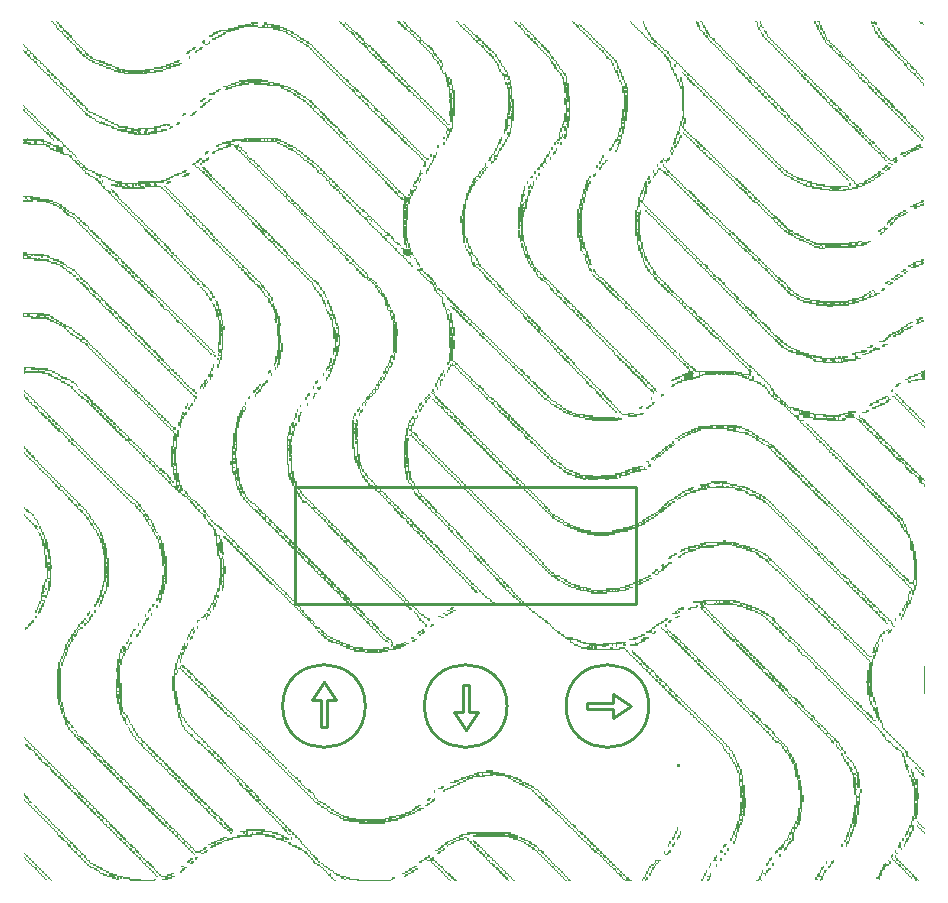
<source format=gto>
G04*
G04 #@! TF.GenerationSoftware,Altium Limited,Altium Designer,20.1.12 (249)*
G04*
G04 Layer_Color=65535*
%FSLAX25Y25*%
%MOIN*%
G70*
G04*
G04 #@! TF.SameCoordinates,6C6A3996-4106-4EA2-BD8E-F496C8485A45*
G04*
G04*
G04 #@! TF.FilePolarity,Positive*
G04*
G01*
G75*
%ADD10C,0.01000*%
G36*
X274282Y271199D02*
X274763D01*
Y270717D01*
Y270235D01*
X274282D01*
Y270717D01*
X272836D01*
Y271199D01*
Y271681D01*
X273318D01*
Y271199D01*
X273800D01*
Y271681D01*
X274282D01*
Y271199D01*
D02*
G37*
G36*
X289214D02*
X290178D01*
Y270717D01*
X290659D01*
Y270235D01*
X290178D01*
Y270717D01*
X289214D01*
Y271199D01*
X288733D01*
Y271681D01*
X289214D01*
Y271199D01*
D02*
G37*
G36*
X71485Y270717D02*
X73893D01*
Y270235D01*
X75820D01*
Y269754D01*
X77265D01*
Y269272D01*
X78228D01*
Y268790D01*
X79192D01*
Y268309D01*
X80155D01*
Y267827D01*
X80637D01*
Y267345D01*
X81600D01*
Y266864D01*
X82082D01*
Y266382D01*
X83045D01*
Y265900D01*
X84009D01*
Y265419D01*
X84490D01*
Y264937D01*
X85454D01*
Y264455D01*
X85936D01*
Y263973D01*
X86417D01*
Y263492D01*
X86899D01*
Y263010D01*
X87381D01*
Y262528D01*
X87862D01*
Y262047D01*
X88344D01*
Y261565D01*
X88826D01*
Y261083D01*
X89307D01*
Y260601D01*
X89789D01*
Y260120D01*
X90271D01*
Y259638D01*
X90753D01*
Y259156D01*
X91234D01*
Y258675D01*
X91716D01*
Y258193D01*
X92198D01*
Y257711D01*
X92679D01*
Y257229D01*
X93161D01*
Y256748D01*
X93643D01*
Y256266D01*
X94125D01*
Y255784D01*
X94606D01*
Y255303D01*
X95088D01*
Y254821D01*
X95570D01*
Y254339D01*
X96051D01*
Y253858D01*
X96533D01*
Y253376D01*
X97015D01*
Y252894D01*
X97496D01*
Y252413D01*
X98460D01*
Y251931D01*
X98941D01*
Y251449D01*
Y250967D01*
X99423D01*
Y250486D01*
X99905D01*
Y250004D01*
X100387D01*
Y249522D01*
X101350D01*
Y249041D01*
X101832D01*
Y248559D01*
X102313D01*
Y248077D01*
X102795D01*
Y247596D01*
X103277D01*
Y247114D01*
X103759D01*
Y246632D01*
X104240D01*
Y246150D01*
X104722D01*
Y245669D01*
X105204D01*
Y245187D01*
X105685D01*
Y244705D01*
X106167D01*
Y244223D01*
X106649D01*
Y243742D01*
X107131D01*
Y243260D01*
X107612D01*
Y242778D01*
X108094D01*
Y242297D01*
X108576D01*
Y241815D01*
X109057D01*
Y241333D01*
X109539D01*
Y240852D01*
X110021D01*
Y240370D01*
X110502D01*
Y239888D01*
X110984D01*
Y239406D01*
X111466D01*
Y238925D01*
X111948D01*
Y238443D01*
X112429D01*
Y237961D01*
X112911D01*
Y237480D01*
X113393D01*
Y236998D01*
X113874D01*
Y236516D01*
X114356D01*
Y236035D01*
X114838D01*
Y235553D01*
X115320D01*
Y235071D01*
X115801D01*
Y234590D01*
X116283D01*
Y234108D01*
X116765D01*
Y233626D01*
X117246D01*
Y233144D01*
X117728D01*
Y232663D01*
X118210D01*
Y232181D01*
X118691D01*
Y231699D01*
X119173D01*
Y231218D01*
X119655D01*
Y230736D01*
X120136D01*
Y230254D01*
X120618D01*
Y229772D01*
X121100D01*
Y229291D01*
X121582D01*
Y228809D01*
X122063D01*
Y228327D01*
X122545D01*
Y227846D01*
X123027D01*
Y227364D01*
X123508D01*
Y226882D01*
X123990D01*
Y226400D01*
X124472D01*
Y225919D01*
X125435D01*
Y225437D01*
X124472D01*
Y225919D01*
X123990D01*
Y226400D01*
X123508D01*
Y226882D01*
X123027D01*
Y227364D01*
X122545D01*
Y227846D01*
X122063D01*
Y228327D01*
X121582D01*
Y228809D01*
X121100D01*
Y229291D01*
X120618D01*
Y229772D01*
X120136D01*
Y230254D01*
X119655D01*
Y230736D01*
X119173D01*
Y231218D01*
X118691D01*
Y231699D01*
X118210D01*
Y232181D01*
X117728D01*
Y232663D01*
X116765D01*
Y233144D01*
Y233626D01*
X116283D01*
Y234108D01*
X115801D01*
Y234590D01*
X115320D01*
Y235071D01*
X114838D01*
Y235553D01*
X114356D01*
Y236035D01*
X113874D01*
Y236516D01*
X113393D01*
Y236998D01*
X112911D01*
Y237480D01*
X112429D01*
Y237961D01*
X111466D01*
Y238443D01*
Y238925D01*
X110502D01*
Y239406D01*
Y239888D01*
X109539D01*
Y240370D01*
Y240852D01*
X109057D01*
Y241333D01*
X108094D01*
Y241815D01*
X107612D01*
Y242297D01*
X107131D01*
Y242778D01*
Y243260D01*
X106649D01*
Y243742D01*
X106167D01*
Y244223D01*
X105685D01*
Y244705D01*
X104722D01*
Y245187D01*
X104240D01*
Y245669D01*
X103759D01*
Y246150D01*
X103277D01*
Y246632D01*
X102795D01*
Y247114D01*
Y247596D01*
X102313D01*
Y248077D01*
X101350D01*
Y248559D01*
X100868D01*
Y249041D01*
X100387D01*
Y249522D01*
X99905D01*
Y250004D01*
X99423D01*
Y250486D01*
X98941D01*
Y250967D01*
X98460D01*
Y251449D01*
X97978D01*
Y251931D01*
X97496D01*
Y252413D01*
X97015D01*
Y252894D01*
X96533D01*
Y253376D01*
X96051D01*
Y253858D01*
X95570D01*
Y254339D01*
X95088D01*
Y254821D01*
X94606D01*
Y255303D01*
X94125D01*
Y255784D01*
X93643D01*
Y256266D01*
X93161D01*
Y256748D01*
X92679D01*
Y257229D01*
X92198D01*
Y257711D01*
X91716D01*
Y258193D01*
X91234D01*
Y258675D01*
X90753D01*
Y259156D01*
X90271D01*
Y259638D01*
X89789D01*
Y260120D01*
X89307D01*
Y260601D01*
X88826D01*
Y261083D01*
X88344D01*
Y261565D01*
X87862D01*
Y262047D01*
X87381D01*
Y262528D01*
X86899D01*
Y263010D01*
X86417D01*
Y263492D01*
X85936D01*
Y263973D01*
X84972D01*
Y264455D01*
X84490D01*
Y264937D01*
X83527D01*
Y265419D01*
X82564D01*
Y265900D01*
X82082D01*
Y266382D01*
X81600D01*
Y266864D01*
X80637D01*
Y267345D01*
X79673D01*
Y267827D01*
X79192D01*
Y268309D01*
X78228D01*
Y267827D01*
X78710D01*
Y267345D01*
X79673D01*
Y266864D01*
X80155D01*
Y266382D01*
X81119D01*
Y265900D01*
X81600D01*
Y265419D01*
X82564D01*
Y264937D01*
X83527D01*
Y264455D01*
X84009D01*
Y263973D01*
X84972D01*
Y263492D01*
X85454D01*
Y263010D01*
X85936D01*
Y262528D01*
X86417D01*
Y262047D01*
X86899D01*
Y261565D01*
X87381D01*
Y261083D01*
X87862D01*
Y260601D01*
X88344D01*
Y260120D01*
X88826D01*
Y259638D01*
X89307D01*
Y259156D01*
X89789D01*
Y258675D01*
X90271D01*
Y258193D01*
X90753D01*
Y257711D01*
X91234D01*
Y257229D01*
X91716D01*
Y256748D01*
X92198D01*
Y256266D01*
X92679D01*
Y255784D01*
X93161D01*
Y255303D01*
X93643D01*
Y254821D01*
X94125D01*
Y254339D01*
X94606D01*
Y253858D01*
X95088D01*
Y253376D01*
X95570D01*
Y252894D01*
X96051D01*
Y252413D01*
X96533D01*
Y251931D01*
X97015D01*
Y251449D01*
X97496D01*
Y250967D01*
X97978D01*
Y250486D01*
X98460D01*
Y250004D01*
X98941D01*
Y249522D01*
X99423D01*
Y249041D01*
X100387D01*
Y248559D01*
X100868D01*
Y248077D01*
Y247596D01*
X101350D01*
Y247114D01*
X101832D01*
Y246632D01*
X102795D01*
Y246150D01*
Y245669D01*
X103277D01*
Y245187D01*
X103759D01*
Y244705D01*
X104240D01*
Y244223D01*
X105204D01*
Y243742D01*
X105685D01*
Y243260D01*
Y242778D01*
X106167D01*
Y242297D01*
X106649D01*
Y241815D01*
X107612D01*
Y241333D01*
Y240852D01*
X108094D01*
Y240370D01*
X108576D01*
Y239888D01*
X109057D01*
Y239406D01*
X110021D01*
Y238925D01*
X110502D01*
Y238443D01*
X110984D01*
Y237961D01*
X111466D01*
Y237480D01*
X111948D01*
Y236998D01*
X112429D01*
Y236516D01*
X112911D01*
Y236035D01*
X113393D01*
Y235553D01*
X113874D01*
Y235071D01*
X114356D01*
Y234590D01*
X114838D01*
Y234108D01*
X115320D01*
Y233626D01*
X115801D01*
Y233144D01*
X116283D01*
Y232663D01*
X116765D01*
Y232181D01*
X117246D01*
Y231699D01*
X117728D01*
Y231218D01*
X118210D01*
Y230736D01*
X118691D01*
Y230254D01*
X119173D01*
Y229772D01*
X119655D01*
Y229291D01*
X120136D01*
Y228809D01*
X120618D01*
Y228327D01*
X121100D01*
Y227846D01*
X121582D01*
Y227364D01*
X122063D01*
Y226882D01*
X122545D01*
Y226400D01*
X123027D01*
Y225919D01*
X123508D01*
Y225437D01*
X123990D01*
Y224955D01*
X124472D01*
Y224474D01*
Y223992D01*
Y223510D01*
Y223029D01*
X123508D01*
Y223510D01*
X123990D01*
Y223992D01*
Y224474D01*
Y224955D01*
X123508D01*
Y225437D01*
X123027D01*
Y225919D01*
X122545D01*
Y226400D01*
X122063D01*
Y226882D01*
X121582D01*
Y227364D01*
X121100D01*
Y227846D01*
X120618D01*
Y228327D01*
X120136D01*
Y228809D01*
X119655D01*
Y229291D01*
X119173D01*
Y229772D01*
X118691D01*
Y230254D01*
X117728D01*
Y230736D01*
X117246D01*
Y231218D01*
X116765D01*
Y231699D01*
X116283D01*
Y232181D01*
X115801D01*
Y232663D01*
Y233144D01*
X115320D01*
Y233626D01*
X114838D01*
Y234108D01*
X113874D01*
Y234590D01*
X113393D01*
Y235071D01*
X112911D01*
Y235553D01*
X112429D01*
Y236035D01*
X111948D01*
Y236516D01*
X111466D01*
Y236998D01*
X110984D01*
Y237480D01*
X110502D01*
Y237961D01*
X110021D01*
Y238443D01*
X109539D01*
Y238925D01*
X109057D01*
Y239406D01*
X108576D01*
Y239888D01*
X108094D01*
Y240370D01*
X107612D01*
Y240852D01*
X107131D01*
Y241333D01*
X106649D01*
Y241815D01*
X106167D01*
Y242297D01*
X105685D01*
Y242778D01*
X105204D01*
Y243260D01*
X104722D01*
Y243742D01*
X104240D01*
Y244223D01*
X103759D01*
Y244705D01*
X103277D01*
Y245187D01*
X102795D01*
Y245669D01*
X102313D01*
Y246150D01*
X101832D01*
Y246632D01*
X101350D01*
Y247114D01*
X100868D01*
Y247596D01*
X100387D01*
Y248077D01*
X99905D01*
Y248559D01*
X99423D01*
Y249041D01*
X98941D01*
Y249522D01*
X98460D01*
Y250004D01*
X97978D01*
Y250486D01*
X97496D01*
Y250967D01*
X97015D01*
Y251449D01*
X96533D01*
Y251931D01*
X96051D01*
Y252413D01*
X95570D01*
Y252894D01*
X95088D01*
Y253376D01*
X94606D01*
Y253858D01*
X94125D01*
Y254339D01*
X93643D01*
Y254821D01*
X93161D01*
Y255303D01*
X92679D01*
Y255784D01*
X92198D01*
Y256266D01*
X91716D01*
Y256748D01*
X91234D01*
Y257229D01*
X90753D01*
Y257711D01*
X90271D01*
Y258193D01*
X89789D01*
Y258675D01*
X89307D01*
Y259156D01*
X88826D01*
Y259638D01*
X88344D01*
Y260120D01*
X87862D01*
Y260601D01*
X87381D01*
Y261083D01*
X86899D01*
Y261565D01*
X86417D01*
Y262047D01*
X85936D01*
Y262528D01*
X85454D01*
Y263010D01*
X84490D01*
Y263492D01*
X84009D01*
Y263973D01*
X83527D01*
Y264455D01*
X82564D01*
Y264937D01*
X81600D01*
Y265419D01*
X81119D01*
Y265900D01*
X80155D01*
Y266382D01*
X79673D01*
Y266864D01*
X78710D01*
Y267345D01*
X77747D01*
Y267827D01*
X76783D01*
Y268309D01*
X75338D01*
Y268790D01*
X73411D01*
Y269272D01*
X68594D01*
Y269754D01*
X63777D01*
Y269272D01*
X62332D01*
Y268790D01*
X60887D01*
Y268309D01*
X59442D01*
Y267827D01*
X57997D01*
Y268309D01*
X56070D01*
Y267827D01*
X55107D01*
Y267345D01*
X54143D01*
Y266864D01*
X53662D01*
Y266382D01*
X52216D01*
Y266864D01*
X53180D01*
Y267345D01*
X53662D01*
Y267827D01*
X54625D01*
Y268309D01*
X55588D01*
Y268790D01*
X58478D01*
Y269272D01*
X60405D01*
Y269754D01*
X61850D01*
Y270235D01*
X64259D01*
Y270717D01*
X66186D01*
Y270235D01*
X66667D01*
Y270717D01*
X66186D01*
Y271199D01*
X68594D01*
Y270717D01*
X67149D01*
Y270235D01*
X68594D01*
Y269754D01*
X70039D01*
Y270235D01*
X70521D01*
Y270717D01*
Y271199D01*
X71485D01*
Y270717D01*
D02*
G37*
G36*
X236227Y271199D02*
Y270717D01*
X236709D01*
Y270235D01*
Y269754D01*
X237190D01*
Y269272D01*
X236709D01*
Y269754D01*
X235745D01*
Y270235D01*
X236227D01*
Y270717D01*
X235745D01*
Y271199D01*
Y271681D01*
X236227D01*
Y271199D01*
D02*
G37*
G36*
X234782D02*
X235264D01*
Y270717D01*
Y270235D01*
Y269754D01*
X235745D01*
Y269272D01*
Y268790D01*
X236227D01*
Y268309D01*
X235745D01*
Y268790D01*
X235264D01*
Y269272D01*
Y269754D01*
X234782D01*
Y270235D01*
Y270717D01*
Y271199D01*
X234300D01*
Y271681D01*
X234782D01*
Y271199D01*
D02*
G37*
G36*
X117246D02*
X117728D01*
Y270717D01*
X118210D01*
Y270235D01*
X118691D01*
Y269754D01*
X119173D01*
Y269272D01*
X119655D01*
Y268790D01*
X120136D01*
Y268309D01*
X120618D01*
Y267827D01*
X121100D01*
Y267345D01*
X121582D01*
Y266864D01*
X122063D01*
Y266382D01*
X123027D01*
Y265900D01*
Y265419D01*
X123508D01*
Y264937D01*
X123990D01*
Y264455D01*
X124472D01*
Y263973D01*
X124953D01*
Y263492D01*
X125917D01*
Y263010D01*
X126399D01*
Y262528D01*
X126880D01*
Y262047D01*
X127362D01*
Y261565D01*
Y261083D01*
X127844D01*
Y260601D01*
X128325D01*
Y260120D01*
Y259638D01*
X128807D01*
Y259156D01*
X129289D01*
Y258675D01*
X129771D01*
Y258193D01*
Y257711D01*
X130252D01*
Y257229D01*
Y256748D01*
Y256266D01*
X129771D01*
Y255784D01*
Y255303D01*
X130252D01*
Y254821D01*
Y254339D01*
X130734D01*
Y254821D01*
X131216D01*
Y254339D01*
Y253858D01*
X131697D01*
Y253376D01*
Y252894D01*
X132661D01*
Y252413D01*
X133142D01*
Y251931D01*
Y251449D01*
Y250967D01*
Y250486D01*
X133624D01*
Y250004D01*
Y249522D01*
Y249041D01*
Y248559D01*
X134106D01*
Y248077D01*
Y247596D01*
Y247114D01*
Y246632D01*
Y246150D01*
Y245669D01*
Y245187D01*
Y244705D01*
Y244223D01*
Y243742D01*
Y243260D01*
Y242778D01*
Y242297D01*
Y241815D01*
Y241333D01*
Y240852D01*
Y240370D01*
Y239888D01*
X133624D01*
Y239406D01*
Y238925D01*
Y238443D01*
Y237961D01*
Y237480D01*
Y236998D01*
Y236516D01*
Y236035D01*
Y235553D01*
X133142D01*
Y235071D01*
Y234590D01*
X132661D01*
Y234108D01*
Y233626D01*
X132179D01*
Y233144D01*
Y232663D01*
X131697D01*
Y233144D01*
Y233626D01*
Y234108D01*
X131216D01*
Y234590D01*
Y235071D01*
X131697D01*
Y234590D01*
Y234108D01*
X132179D01*
Y234590D01*
Y235071D01*
X131697D01*
Y235553D01*
Y236035D01*
X131216D01*
Y236516D01*
X130734D01*
Y236998D01*
X130252D01*
Y237480D01*
X129771D01*
Y237961D01*
X129289D01*
Y238443D01*
X128807D01*
Y238925D01*
X128325D01*
Y239406D01*
X127844D01*
Y239888D01*
X127362D01*
Y240370D01*
X126880D01*
Y240852D01*
X126399D01*
Y241333D01*
X125917D01*
Y241815D01*
X125435D01*
Y242297D01*
X124953D01*
Y242778D01*
X124472D01*
Y243260D01*
X123990D01*
Y243742D01*
X123508D01*
Y244223D01*
X123027D01*
Y244705D01*
X122545D01*
Y245187D01*
X122063D01*
Y245669D01*
X121582D01*
Y246150D01*
X121100D01*
Y246632D01*
X120136D01*
Y247114D01*
Y247596D01*
X119655D01*
Y248077D01*
X118691D01*
Y248559D01*
X118210D01*
Y249041D01*
X117728D01*
Y249522D01*
X117246D01*
Y250004D01*
X116765D01*
Y250486D01*
X116283D01*
Y250967D01*
X115801D01*
Y251449D01*
X115320D01*
Y251931D01*
X114838D01*
Y252413D01*
X114356D01*
Y252894D01*
X113874D01*
Y253376D01*
X113393D01*
Y253858D01*
X112911D01*
Y254339D01*
X112429D01*
Y254821D01*
X111948D01*
Y255303D01*
X111466D01*
Y255784D01*
X110984D01*
Y256266D01*
X110502D01*
Y256748D01*
X110021D01*
Y257229D01*
X109539D01*
Y257711D01*
X109057D01*
Y258193D01*
X108576D01*
Y258675D01*
X108094D01*
Y259156D01*
X107612D01*
Y259638D01*
X107131D01*
Y260120D01*
X106649D01*
Y260601D01*
X106167D01*
Y261083D01*
X105685D01*
Y261565D01*
X105204D01*
Y262047D01*
X104722D01*
Y262528D01*
X104240D01*
Y263010D01*
X103759D01*
Y263492D01*
X103277D01*
Y263973D01*
X102795D01*
Y264455D01*
X102313D01*
Y264937D01*
X101832D01*
Y265419D01*
X101350D01*
Y265900D01*
X100868D01*
Y266382D01*
X100387D01*
Y266864D01*
X99905D01*
Y267345D01*
X99423D01*
Y267827D01*
X98941D01*
Y268309D01*
X98460D01*
Y268790D01*
X97978D01*
Y269272D01*
X97496D01*
Y269754D01*
X97015D01*
Y270235D01*
X96533D01*
Y270717D01*
X96051D01*
Y271199D01*
X95570D01*
Y271681D01*
X96051D01*
Y271199D01*
X96533D01*
Y270717D01*
X97496D01*
Y270235D01*
Y269754D01*
X97978D01*
Y269272D01*
X98460D01*
Y268790D01*
X98941D01*
Y268309D01*
X99905D01*
Y267827D01*
X100387D01*
Y267345D01*
X100868D01*
Y266864D01*
Y266382D01*
X101350D01*
Y265900D01*
X101832D01*
Y265419D01*
X102313D01*
Y264937D01*
X102795D01*
Y264455D01*
X103759D01*
Y264937D01*
X103277D01*
Y265419D01*
X102795D01*
Y265900D01*
X101832D01*
Y266382D01*
Y266864D01*
X101350D01*
Y267345D01*
X100868D01*
Y267827D01*
X100387D01*
Y268309D01*
X99905D01*
Y268790D01*
X99423D01*
Y269272D01*
X98941D01*
Y269754D01*
X98460D01*
Y270235D01*
X97978D01*
Y270717D01*
X97496D01*
Y271199D01*
X97978D01*
Y270717D01*
X98460D01*
Y270235D01*
X98941D01*
Y269754D01*
X99423D01*
Y269272D01*
X99905D01*
Y268790D01*
X100387D01*
Y268309D01*
X100868D01*
Y267827D01*
X101832D01*
Y267345D01*
X102313D01*
Y266864D01*
X102795D01*
Y266382D01*
X103277D01*
Y265900D01*
X103759D01*
Y265419D01*
Y264937D01*
X104240D01*
Y264455D01*
X104722D01*
Y263973D01*
X105204D01*
Y263492D01*
X106167D01*
Y263010D01*
X106649D01*
Y262528D01*
X107131D01*
Y262047D01*
X107612D01*
Y261565D01*
X108094D01*
Y261083D01*
X108576D01*
Y260601D01*
X109057D01*
Y260120D01*
X109539D01*
Y259638D01*
X110021D01*
Y259156D01*
X110502D01*
Y258675D01*
X110984D01*
Y258193D01*
X111466D01*
Y257711D01*
X111948D01*
Y257229D01*
X112429D01*
Y256748D01*
X112911D01*
Y256266D01*
X113393D01*
Y255784D01*
X113874D01*
Y255303D01*
X114356D01*
Y254821D01*
X114838D01*
Y254339D01*
X115320D01*
Y253858D01*
X115801D01*
Y253376D01*
X116283D01*
Y252894D01*
X116765D01*
Y252413D01*
X117246D01*
Y251931D01*
X117728D01*
Y251449D01*
X118210D01*
Y250967D01*
X118691D01*
Y250486D01*
X119173D01*
Y250004D01*
X119655D01*
Y249522D01*
X120136D01*
Y249041D01*
X120618D01*
Y248559D01*
X121100D01*
Y248077D01*
X121582D01*
Y247596D01*
X122063D01*
Y247114D01*
X122545D01*
Y246632D01*
X123027D01*
Y246150D01*
X123508D01*
Y245669D01*
X123990D01*
Y245187D01*
X124472D01*
Y244705D01*
X124953D01*
Y244223D01*
X125435D01*
Y243742D01*
X125917D01*
Y243260D01*
X126399D01*
Y242778D01*
X126880D01*
Y242297D01*
X127362D01*
Y241815D01*
X127844D01*
Y241333D01*
X128325D01*
Y240852D01*
X128807D01*
Y240370D01*
X129289D01*
Y239888D01*
X129771D01*
Y239406D01*
X130252D01*
Y238925D01*
X130734D01*
Y238443D01*
X131216D01*
Y237961D01*
X131697D01*
Y237480D01*
X132661D01*
Y236998D01*
X131697D01*
Y237480D01*
X131216D01*
Y237961D01*
X130734D01*
Y238443D01*
X130252D01*
Y238925D01*
X129771D01*
Y239406D01*
X129289D01*
Y239888D01*
X128807D01*
Y240370D01*
X128325D01*
Y240852D01*
X127844D01*
Y241333D01*
X127362D01*
Y241815D01*
X126880D01*
Y242297D01*
X126399D01*
Y242778D01*
X125917D01*
Y243260D01*
X125435D01*
Y243742D01*
X124953D01*
Y244223D01*
X124472D01*
Y244705D01*
X123990D01*
Y245187D01*
X123508D01*
Y245669D01*
X122545D01*
Y246150D01*
Y246632D01*
X122063D01*
Y247114D01*
X121582D01*
Y247596D01*
X121100D01*
Y248077D01*
X120618D01*
Y248559D01*
X120136D01*
Y249041D01*
X119655D01*
Y249522D01*
X118691D01*
Y249041D01*
X119173D01*
Y248559D01*
X119655D01*
Y248077D01*
X120136D01*
Y247596D01*
X120618D01*
Y247114D01*
X121100D01*
Y246632D01*
X121582D01*
Y246150D01*
X122063D01*
Y245669D01*
X122545D01*
Y245187D01*
X123027D01*
Y244705D01*
X123508D01*
Y244223D01*
X123990D01*
Y243742D01*
X124472D01*
Y243260D01*
X124953D01*
Y242778D01*
X125435D01*
Y242297D01*
X125917D01*
Y241815D01*
X126399D01*
Y241333D01*
X127362D01*
Y240852D01*
Y240370D01*
X127844D01*
Y239888D01*
X128325D01*
Y239406D01*
X128807D01*
Y238925D01*
X129289D01*
Y238443D01*
X129771D01*
Y237961D01*
X130252D01*
Y237480D01*
X130734D01*
Y236998D01*
X131216D01*
Y236516D01*
X131697D01*
Y236035D01*
X132179D01*
Y235553D01*
X132661D01*
Y236035D01*
X133142D01*
Y236516D01*
Y236998D01*
Y237480D01*
Y237961D01*
X132661D01*
Y238443D01*
Y238925D01*
Y239406D01*
Y239888D01*
X132179D01*
Y240370D01*
Y240852D01*
Y241333D01*
Y241815D01*
X132661D01*
Y242297D01*
Y242778D01*
Y243260D01*
Y243742D01*
Y244223D01*
X132179D01*
Y244705D01*
Y245187D01*
Y245669D01*
X132661D01*
Y246150D01*
X132179D01*
Y246632D01*
Y247114D01*
Y247596D01*
Y248077D01*
Y248559D01*
Y249041D01*
Y249522D01*
X131697D01*
Y250004D01*
Y250486D01*
Y250967D01*
Y251449D01*
X131216D01*
Y251931D01*
Y252413D01*
Y252894D01*
X130734D01*
Y253376D01*
Y253858D01*
X130252D01*
Y254339D01*
X129771D01*
Y254821D01*
Y255303D01*
X129289D01*
Y255784D01*
Y256266D01*
Y256748D01*
X128807D01*
Y257229D01*
X128325D01*
Y257711D01*
Y258193D01*
X127844D01*
Y258675D01*
X127362D01*
Y259156D01*
X126880D01*
Y259638D01*
X126399D01*
Y260120D01*
Y260601D01*
X125917D01*
Y261083D01*
X125435D01*
Y261565D01*
X124953D01*
Y262047D01*
X124472D01*
Y262528D01*
X123990D01*
Y263010D01*
X123508D01*
Y263492D01*
X123027D01*
Y263973D01*
X122545D01*
Y264455D01*
X122063D01*
Y264937D01*
X121582D01*
Y265419D01*
X121100D01*
Y265900D01*
X120618D01*
Y266382D01*
X120136D01*
Y266864D01*
X119655D01*
Y267345D01*
X119173D01*
Y267827D01*
X118691D01*
Y268309D01*
X118210D01*
Y268790D01*
X117246D01*
Y269272D01*
X116765D01*
Y269754D01*
X116283D01*
Y270235D01*
X115801D01*
Y270717D01*
X115320D01*
Y271199D01*
X114838D01*
Y271681D01*
X115801D01*
Y271199D01*
X116283D01*
Y270717D01*
X116765D01*
Y270235D01*
X117246D01*
Y269754D01*
X117728D01*
Y269272D01*
X118210D01*
Y268790D01*
X118691D01*
Y268309D01*
X119173D01*
Y267827D01*
X119655D01*
Y267345D01*
X120618D01*
Y266864D01*
Y266382D01*
X121100D01*
Y265900D01*
X121582D01*
Y265419D01*
X122545D01*
Y265900D01*
X122063D01*
Y266382D01*
X121582D01*
Y266864D01*
X121100D01*
Y267345D01*
X120618D01*
Y267827D01*
X119655D01*
Y268309D01*
X119173D01*
Y268790D01*
Y269272D01*
X118691D01*
Y269754D01*
X117728D01*
Y270235D01*
Y270717D01*
X117246D01*
Y271199D01*
X116765D01*
Y271681D01*
X117246D01*
Y271199D01*
D02*
G37*
G36*
X57997Y267345D02*
X57515D01*
Y266864D01*
X56552D01*
Y266382D01*
X55588D01*
Y265900D01*
X54625D01*
Y265419D01*
X53180D01*
Y265900D01*
X54143D01*
Y266382D01*
X55107D01*
Y266864D01*
X56070D01*
Y267345D01*
X57033D01*
Y267827D01*
X57997D01*
Y267345D01*
D02*
G37*
G36*
X52698Y264455D02*
Y263973D01*
X51735D01*
Y264455D01*
X52216D01*
Y264937D01*
X52698D01*
Y264455D01*
D02*
G37*
G36*
X50771Y264937D02*
Y264455D01*
Y263973D01*
X51735D01*
Y263492D01*
X50771D01*
Y263973D01*
X50289D01*
Y264455D01*
X49808D01*
Y264937D01*
X50289D01*
Y265419D01*
X50771D01*
Y264937D01*
D02*
G37*
G36*
X50289Y262528D02*
X49808D01*
Y262047D01*
X48844D01*
Y262528D01*
X49326D01*
Y263010D01*
X50289D01*
Y262528D01*
D02*
G37*
G36*
X47881D02*
X47399D01*
Y262047D01*
X46436D01*
Y262528D01*
X46918D01*
Y263010D01*
X47881D01*
Y262528D01*
D02*
G37*
G36*
X48844Y261565D02*
X48363D01*
Y261083D01*
X47399D01*
Y261565D01*
X47881D01*
Y262047D01*
X48844D01*
Y261565D01*
D02*
G37*
G36*
X46436D02*
X45954D01*
Y261083D01*
X45472D01*
Y260601D01*
X44509D01*
Y261083D01*
X44991D01*
Y261565D01*
X45472D01*
Y262047D01*
X46436D01*
Y261565D01*
D02*
G37*
G36*
X255977Y271199D02*
Y270717D01*
Y270235D01*
X256458D01*
Y269754D01*
Y269272D01*
X256940D01*
Y268790D01*
Y268309D01*
X257422D01*
Y267827D01*
Y267345D01*
X257904D01*
Y266864D01*
Y266382D01*
X258385D01*
Y265900D01*
Y265419D01*
X259349D01*
Y264937D01*
Y264455D01*
X259830D01*
Y263973D01*
X260312D01*
Y263492D01*
X260794D01*
Y263010D01*
X261276D01*
Y262528D01*
X261757D01*
Y262047D01*
X262239D01*
Y261565D01*
X262721D01*
Y261083D01*
X263202D01*
Y260601D01*
X263684D01*
Y260120D01*
X264166D01*
Y259638D01*
X264648D01*
Y259156D01*
X265129D01*
Y258675D01*
X265611D01*
Y258193D01*
X266093D01*
Y257711D01*
X266574D01*
Y257229D01*
X267056D01*
Y256748D01*
X267538D01*
Y256266D01*
X268019D01*
Y255784D01*
X268501D01*
Y255303D01*
X268983D01*
Y254821D01*
X269464D01*
Y254339D01*
X269946D01*
Y253858D01*
X270428D01*
Y253376D01*
X270910D01*
Y252894D01*
X271391D01*
Y252413D01*
X271873D01*
Y251931D01*
X272355D01*
Y251449D01*
X272836D01*
Y250967D01*
X273318D01*
Y250486D01*
X273800D01*
Y250004D01*
X274282D01*
Y249522D01*
X274763D01*
Y249041D01*
X275245D01*
Y248559D01*
X275727D01*
Y248077D01*
X276208D01*
Y247596D01*
X276690D01*
Y247114D01*
X277172D01*
Y246632D01*
X277654D01*
Y246150D01*
X278135D01*
Y245669D01*
X278617D01*
Y245187D01*
X279099D01*
Y244705D01*
X279580D01*
Y244223D01*
X280062D01*
Y243742D01*
X280544D01*
Y243260D01*
X281025D01*
Y242778D01*
Y242297D01*
X281989D01*
Y241815D01*
X282470D01*
Y241333D01*
X282952D01*
Y240852D01*
X283434D01*
Y240370D01*
Y239888D01*
X284397D01*
Y239406D01*
Y238925D01*
X284879D01*
Y238443D01*
X285361D01*
Y237961D01*
X285842D01*
Y237480D01*
X286324D01*
Y236998D01*
X286806D01*
Y236516D01*
X287287D01*
Y236035D01*
X287769D01*
Y235553D01*
X288251D01*
Y235071D01*
X288733D01*
Y234590D01*
X289214D01*
Y234108D01*
X289696D01*
Y233626D01*
X290178D01*
Y233144D01*
X290659D01*
Y232663D01*
Y232181D01*
X290178D01*
Y232663D01*
Y233144D01*
X289696D01*
Y233626D01*
X289214D01*
Y234108D01*
X288733D01*
Y234590D01*
X288251D01*
Y235071D01*
X287769D01*
Y235553D01*
X287287D01*
Y236035D01*
X286324D01*
Y236516D01*
Y236998D01*
X285842D01*
Y237480D01*
X285361D01*
Y237961D01*
X284879D01*
Y238443D01*
X284397D01*
Y238925D01*
X283916D01*
Y239406D01*
X283434D01*
Y239888D01*
X282952D01*
Y240370D01*
X282470D01*
Y240852D01*
X281989D01*
Y241333D01*
X281507D01*
Y241815D01*
X281025D01*
Y242297D01*
X280544D01*
Y242778D01*
X279580D01*
Y243260D01*
Y243742D01*
X279099D01*
Y244223D01*
X278617D01*
Y244705D01*
X278135D01*
Y245187D01*
X277654D01*
Y245669D01*
X277172D01*
Y246150D01*
Y246632D01*
X276208D01*
Y247114D01*
X275727D01*
Y247596D01*
X275245D01*
Y248077D01*
X274763D01*
Y248559D01*
X274282D01*
Y249041D01*
Y249522D01*
X273800D01*
Y250004D01*
X273318D01*
Y250486D01*
X272836D01*
Y250967D01*
X271873D01*
Y251449D01*
Y251931D01*
X271391D01*
Y252413D01*
X270910D01*
Y252894D01*
X270428D01*
Y253376D01*
X269464D01*
Y253858D01*
Y254339D01*
X268983D01*
Y254821D01*
X268501D01*
Y255303D01*
X268019D01*
Y255784D01*
X267538D01*
Y256266D01*
X267056D01*
Y256748D01*
X266093D01*
Y257229D01*
Y257711D01*
X265611D01*
Y258193D01*
X265129D01*
Y258675D01*
X264648D01*
Y259156D01*
X264166D01*
Y259638D01*
X263202D01*
Y259156D01*
X263684D01*
Y258675D01*
X264166D01*
Y258193D01*
X264648D01*
Y257711D01*
X265611D01*
Y257229D01*
Y256748D01*
X266093D01*
Y256266D01*
X266574D01*
Y255784D01*
X267056D01*
Y255303D01*
X267538D01*
Y254821D01*
X268019D01*
Y254339D01*
X268501D01*
Y253858D01*
X268983D01*
Y253376D01*
Y252894D01*
X269946D01*
Y252413D01*
Y251931D01*
X270910D01*
Y251449D01*
X271391D01*
Y250967D01*
X271873D01*
Y250486D01*
X272355D01*
Y250004D01*
X272836D01*
Y249522D01*
X273318D01*
Y249041D01*
X273800D01*
Y248559D01*
Y248077D01*
X274763D01*
Y247596D01*
Y247114D01*
X275245D01*
Y246632D01*
X275727D01*
Y246150D01*
X276690D01*
Y245669D01*
X277172D01*
Y245187D01*
X277654D01*
Y244705D01*
Y244223D01*
X278617D01*
Y243742D01*
Y243260D01*
X279099D01*
Y242778D01*
X279580D01*
Y242297D01*
X280062D01*
Y241815D01*
X280544D01*
Y241333D01*
X281025D01*
Y240852D01*
X281507D01*
Y240370D01*
X281989D01*
Y239888D01*
X282470D01*
Y239406D01*
X282952D01*
Y238925D01*
X283434D01*
Y238443D01*
X283916D01*
Y237961D01*
X284397D01*
Y237480D01*
X284879D01*
Y236998D01*
X285361D01*
Y236516D01*
X285842D01*
Y236035D01*
X286324D01*
Y235553D01*
X286806D01*
Y235071D01*
X287287D01*
Y234590D01*
X287769D01*
Y234108D01*
X288251D01*
Y233626D01*
X288733D01*
Y233144D01*
X289214D01*
Y232663D01*
X289696D01*
Y232181D01*
X290178D01*
Y231699D01*
X289696D01*
Y232181D01*
X289214D01*
Y232663D01*
X288733D01*
Y233144D01*
X288251D01*
Y233626D01*
X287769D01*
Y234108D01*
X287287D01*
Y234590D01*
X286806D01*
Y235071D01*
X286324D01*
Y235553D01*
X285842D01*
Y236035D01*
X285361D01*
Y236516D01*
X284879D01*
Y236998D01*
X284397D01*
Y237480D01*
X283916D01*
Y237961D01*
X283434D01*
Y238443D01*
X282952D01*
Y238925D01*
X282470D01*
Y239406D01*
X281989D01*
Y239888D01*
X281507D01*
Y240370D01*
X281025D01*
Y240852D01*
X280544D01*
Y241333D01*
X280062D01*
Y241815D01*
X279580D01*
Y242297D01*
X279099D01*
Y242778D01*
X278617D01*
Y243260D01*
X278135D01*
Y243742D01*
X277654D01*
Y244223D01*
X277172D01*
Y244705D01*
X276690D01*
Y245187D01*
X276208D01*
Y245669D01*
X275727D01*
Y246150D01*
X275245D01*
Y246632D01*
X274763D01*
Y247114D01*
X274282D01*
Y247596D01*
X273800D01*
Y248077D01*
X273318D01*
Y248559D01*
X272836D01*
Y249041D01*
X272355D01*
Y249522D01*
X271873D01*
Y250004D01*
Y250486D01*
X271391D01*
Y250967D01*
X270428D01*
Y251449D01*
X269946D01*
Y251931D01*
X269464D01*
Y252413D01*
X268983D01*
Y252894D01*
X268501D01*
Y253376D01*
Y253858D01*
X268019D01*
Y254339D01*
X267538D01*
Y254821D01*
X267056D01*
Y255303D01*
X266574D01*
Y255784D01*
X266093D01*
Y256266D01*
X265611D01*
Y256748D01*
X265129D01*
Y257229D01*
X264648D01*
Y257711D01*
X264166D01*
Y258193D01*
X263684D01*
Y258675D01*
X263202D01*
Y259156D01*
X262721D01*
Y259638D01*
X262239D01*
Y260120D01*
X261757D01*
Y260601D01*
X261276D01*
Y261083D01*
X260794D01*
Y261565D01*
X260312D01*
Y262047D01*
X259830D01*
Y262528D01*
X259349D01*
Y263010D01*
X258867D01*
Y263492D01*
X258385D01*
Y263973D01*
X257904D01*
Y264455D01*
X257422D01*
Y264937D01*
Y265419D01*
X256940D01*
Y265900D01*
X256458D01*
Y266382D01*
Y266864D01*
X255977D01*
Y267345D01*
Y267827D01*
X255495D01*
Y268309D01*
Y268790D01*
X255013D01*
Y269272D01*
Y269754D01*
X254532D01*
Y270235D01*
Y270717D01*
X254050D01*
Y271199D01*
Y271681D01*
X254532D01*
Y271199D01*
Y270717D01*
X255013D01*
Y270235D01*
X255495D01*
Y269754D01*
Y269272D01*
Y268790D01*
X255977D01*
Y268309D01*
Y267827D01*
X256458D01*
Y267345D01*
Y266864D01*
X256940D01*
Y266382D01*
X257422D01*
Y265900D01*
Y265419D01*
X257904D01*
Y264937D01*
Y264455D01*
X258385D01*
Y263973D01*
X258867D01*
Y263492D01*
X259830D01*
Y263010D01*
X260312D01*
Y262528D01*
Y262047D01*
X260794D01*
Y261565D01*
X261276D01*
Y261083D01*
X261757D01*
Y260601D01*
X262721D01*
Y260120D01*
X263202D01*
Y260601D01*
X262721D01*
Y261083D01*
X262239D01*
Y261565D01*
X261757D01*
Y262047D01*
X261276D01*
Y262528D01*
X260794D01*
Y263010D01*
X260312D01*
Y263492D01*
X259830D01*
Y263973D01*
X259349D01*
Y264455D01*
X258867D01*
Y264937D01*
X258385D01*
Y265419D01*
X257904D01*
Y265900D01*
Y266382D01*
X257422D01*
Y266864D01*
Y267345D01*
X256940D01*
Y267827D01*
Y268309D01*
X256458D01*
Y268790D01*
X255977D01*
Y269272D01*
Y269754D01*
Y270235D01*
X255495D01*
Y270717D01*
Y271199D01*
X255013D01*
Y271681D01*
X255977D01*
Y271199D01*
D02*
G37*
G36*
X45954Y259638D02*
Y259156D01*
X45472D01*
Y259638D01*
Y260120D01*
X45954D01*
Y259638D01*
D02*
G37*
G36*
X42582Y258193D02*
X42101D01*
Y257711D01*
X43064D01*
Y257229D01*
X42582D01*
Y256748D01*
X41137D01*
Y256266D01*
X39692D01*
Y255784D01*
X37765D01*
Y256266D01*
X36802D01*
Y255784D01*
X37765D01*
Y255303D01*
X36802D01*
Y255784D01*
X33912D01*
Y256266D01*
X36320D01*
Y256748D01*
X37765D01*
Y257229D01*
X39210D01*
Y257711D01*
X40655D01*
Y257229D01*
X42101D01*
Y257711D01*
X40655D01*
Y258193D01*
X41619D01*
Y258675D01*
X42582D01*
Y258193D01*
D02*
G37*
G36*
X173606Y271199D02*
X174087D01*
Y270717D01*
X175051D01*
Y270235D01*
X175532D01*
Y269754D01*
Y269272D01*
X176014D01*
Y268790D01*
X176496D01*
Y268309D01*
X176978D01*
Y267827D01*
X177459D01*
Y267345D01*
X177941D01*
Y266864D01*
X178423D01*
Y266382D01*
X178904D01*
Y265900D01*
X179386D01*
Y265419D01*
X179868D01*
Y264937D01*
X180349D01*
Y264455D01*
X180831D01*
Y263973D01*
X181313D01*
Y263492D01*
X181795D01*
Y263010D01*
X182276D01*
Y262528D01*
X182758D01*
Y262047D01*
X183721D01*
Y261565D01*
Y261083D01*
X184203D01*
Y260601D01*
X184685D01*
Y260120D01*
X185166D01*
Y259638D01*
X185648D01*
Y259156D01*
X186130D01*
Y258675D01*
X186611D01*
Y258193D01*
Y257711D01*
X187093D01*
Y257229D01*
Y256748D01*
X186611D01*
Y257229D01*
Y257711D01*
X186130D01*
Y258193D01*
Y258675D01*
X185648D01*
Y259156D01*
X184685D01*
Y259638D01*
Y260120D01*
X184203D01*
Y260601D01*
X183721D01*
Y261083D01*
X183240D01*
Y261565D01*
X182758D01*
Y262047D01*
X182276D01*
Y262528D01*
X181795D01*
Y263010D01*
X181313D01*
Y263492D01*
X180831D01*
Y263973D01*
X180349D01*
Y264455D01*
X179868D01*
Y264937D01*
X179386D01*
Y265419D01*
X178904D01*
Y265900D01*
X178423D01*
Y266382D01*
X177941D01*
Y266864D01*
X177459D01*
Y267345D01*
X176978D01*
Y267827D01*
X176496D01*
Y268309D01*
X176014D01*
Y268790D01*
X175532D01*
Y269272D01*
X175051D01*
Y269754D01*
X174569D01*
Y270235D01*
X174087D01*
Y270717D01*
X173606D01*
Y271199D01*
X173124D01*
Y271681D01*
X173606D01*
Y271199D01*
D02*
G37*
G36*
X207806Y256748D02*
Y256266D01*
X207325D01*
Y256748D01*
Y257229D01*
X207806D01*
Y256748D01*
D02*
G37*
G36*
X1637Y271199D02*
X2119D01*
Y270717D01*
X2601D01*
Y270235D01*
X3083D01*
Y269754D01*
X3564D01*
Y269272D01*
X4046D01*
Y268790D01*
X4528D01*
Y268309D01*
X5009D01*
Y267827D01*
X5491D01*
Y267345D01*
X5973D01*
Y266864D01*
X6454D01*
Y266382D01*
Y265900D01*
X6936D01*
Y265419D01*
X7418D01*
Y264937D01*
X7900D01*
Y264455D01*
X8381D01*
Y263973D01*
X8863D01*
Y263492D01*
X9345D01*
Y263010D01*
X9826D01*
Y262528D01*
X10308D01*
Y262047D01*
X10790D01*
Y261565D01*
X11272D01*
Y261083D01*
X11753D01*
Y260601D01*
X12235D01*
Y260120D01*
X13198D01*
Y259638D01*
X13680D01*
Y259156D01*
X14643D01*
Y258675D01*
X16089D01*
Y258193D01*
X17534D01*
Y257711D01*
X18497D01*
Y257229D01*
X19942D01*
Y256748D01*
X20906D01*
Y256266D01*
X22351D01*
Y255784D01*
X24277D01*
Y255303D01*
X31021D01*
Y255784D01*
X33912D01*
Y255303D01*
X36802D01*
Y254821D01*
X34393D01*
Y254339D01*
X31503D01*
Y253858D01*
X23796D01*
Y254339D01*
X21869D01*
Y254821D01*
X20424D01*
Y255303D01*
X19460D01*
Y255784D01*
X18015D01*
Y256266D01*
X17052D01*
Y256748D01*
X15607D01*
Y257229D01*
X14162D01*
Y257711D01*
X13198D01*
Y258193D01*
X12235D01*
Y258675D01*
X11753D01*
Y259156D01*
X11272D01*
Y259638D01*
X10308D01*
Y260120D01*
X9826D01*
Y260601D01*
X9345D01*
Y261083D01*
X8863D01*
Y261565D01*
X8381D01*
Y262047D01*
X7900D01*
Y262528D01*
Y263010D01*
X7418D01*
Y263492D01*
X6936D01*
Y263973D01*
X6454D01*
Y264455D01*
X5973D01*
Y264937D01*
X5491D01*
Y265419D01*
X5009D01*
Y265900D01*
X4528D01*
Y266382D01*
X4046D01*
Y266864D01*
X3564D01*
Y267345D01*
X3083D01*
Y267827D01*
X2601D01*
Y268309D01*
X2119D01*
Y268790D01*
X1637D01*
Y269272D01*
X1156D01*
Y269754D01*
Y270235D01*
X674D01*
Y270717D01*
X192D01*
Y271199D01*
X-289D01*
Y271681D01*
X192D01*
Y271199D01*
X674D01*
Y270717D01*
X1156D01*
Y270235D01*
X1637D01*
Y269754D01*
Y269272D01*
X2119D01*
Y268790D01*
X2601D01*
Y268309D01*
X3564D01*
Y267827D01*
Y267345D01*
X4046D01*
Y266864D01*
X4528D01*
Y266382D01*
X5491D01*
Y265900D01*
Y265419D01*
X5973D01*
Y264937D01*
X6454D01*
Y264455D01*
X6936D01*
Y263973D01*
X7418D01*
Y263492D01*
X7900D01*
Y263010D01*
X8381D01*
Y262528D01*
X8863D01*
Y262047D01*
X9345D01*
Y261565D01*
X9826D01*
Y261083D01*
Y260601D01*
X10790D01*
Y260120D01*
X11272D01*
Y259638D01*
X11753D01*
Y259156D01*
X12717D01*
Y258675D01*
X13680D01*
Y258193D01*
X14162D01*
Y257711D01*
X15607D01*
Y257229D01*
X17052D01*
Y256748D01*
X18015D01*
Y256266D01*
X19460D01*
Y255784D01*
X20424D01*
Y255303D01*
X21387D01*
Y255784D01*
X20906D01*
Y256266D01*
X19942D01*
Y256748D01*
X18015D01*
Y257229D01*
X17052D01*
Y257711D01*
X15607D01*
Y258193D01*
X14643D01*
Y258675D01*
X13680D01*
Y259156D01*
X12717D01*
Y259638D01*
X12235D01*
Y260120D01*
X11272D01*
Y260601D01*
X10790D01*
Y261083D01*
Y261565D01*
X10308D01*
Y262047D01*
X9826D01*
Y262528D01*
X9345D01*
Y263010D01*
X8863D01*
Y263492D01*
X8381D01*
Y263973D01*
X7900D01*
Y264455D01*
X7418D01*
Y264937D01*
X6936D01*
Y265419D01*
X6454D01*
Y265900D01*
X5973D01*
Y266382D01*
X5491D01*
Y266864D01*
X5009D01*
Y267345D01*
X4528D01*
Y267827D01*
X4046D01*
Y268309D01*
X3564D01*
Y268790D01*
Y269272D01*
X2601D01*
Y269754D01*
X2119D01*
Y270235D01*
Y270717D01*
X1637D01*
Y271199D01*
X1156D01*
Y271681D01*
X1637D01*
Y271199D01*
D02*
G37*
G36*
X187575Y255784D02*
Y255303D01*
X188538D01*
Y254821D01*
Y254339D01*
Y253858D01*
X189020D01*
Y253376D01*
Y252894D01*
Y252413D01*
X188538D01*
Y252894D01*
Y253376D01*
X188057D01*
Y253858D01*
Y254339D01*
X187575D01*
Y254821D01*
Y255303D01*
X187093D01*
Y255784D01*
Y256266D01*
X187575D01*
Y255784D01*
D02*
G37*
G36*
X273800Y269754D02*
X274282D01*
Y269272D01*
Y268790D01*
Y268309D01*
X274763D01*
Y267827D01*
X275245D01*
Y267345D01*
Y266864D01*
X275727D01*
Y266382D01*
X276208D01*
Y265900D01*
X277172D01*
Y266382D01*
X276690D01*
Y266864D01*
X276208D01*
Y267345D01*
X275727D01*
Y267827D01*
Y268309D01*
X275245D01*
Y268790D01*
Y269272D01*
X274763D01*
Y269754D01*
X275245D01*
Y269272D01*
X275727D01*
Y268790D01*
Y268309D01*
X276208D01*
Y267827D01*
X276690D01*
Y267345D01*
Y266864D01*
X277172D01*
Y266382D01*
X277654D01*
Y265900D01*
X278135D01*
Y265419D01*
X278617D01*
Y264937D01*
X279099D01*
Y264455D01*
X279580D01*
Y263973D01*
X280062D01*
Y263492D01*
X280544D01*
Y263010D01*
X281025D01*
Y262528D01*
X281507D01*
Y262047D01*
Y261565D01*
X282470D01*
Y261083D01*
Y260601D01*
X282952D01*
Y260120D01*
X283434D01*
Y259638D01*
X283916D01*
Y259156D01*
X284397D01*
Y258675D01*
X284879D01*
Y258193D01*
X285361D01*
Y257711D01*
X285842D01*
Y257229D01*
X286324D01*
Y256748D01*
X286806D01*
Y256266D01*
X287287D01*
Y255784D01*
X287769D01*
Y255303D01*
X288251D01*
Y254821D01*
Y254339D01*
X288733D01*
Y253858D01*
X289214D01*
Y253376D01*
X289696D01*
Y252894D01*
X290178D01*
Y252413D01*
X290659D01*
Y251931D01*
X290178D01*
Y252413D01*
X289696D01*
Y252894D01*
X289214D01*
Y253376D01*
X288733D01*
Y253858D01*
X288251D01*
Y254339D01*
X287769D01*
Y254821D01*
Y255303D01*
X286806D01*
Y255784D01*
X286324D01*
Y256266D01*
X285842D01*
Y256748D01*
Y257229D01*
X284879D01*
Y257711D01*
Y258193D01*
X284397D01*
Y258675D01*
X283916D01*
Y259156D01*
X283434D01*
Y259638D01*
X282952D01*
Y260120D01*
X282470D01*
Y260601D01*
X281989D01*
Y261083D01*
X281507D01*
Y261565D01*
X281025D01*
Y262047D01*
X280544D01*
Y262528D01*
X280062D01*
Y263010D01*
X279580D01*
Y263492D01*
X279099D01*
Y263973D01*
Y264455D01*
X278135D01*
Y264937D01*
X277654D01*
Y265419D01*
X277172D01*
Y264937D01*
X277654D01*
Y264455D01*
X278135D01*
Y263973D01*
X278617D01*
Y263492D01*
X279099D01*
Y263010D01*
Y262528D01*
X279580D01*
Y262047D01*
X280062D01*
Y261565D01*
X280544D01*
Y261083D01*
X281025D01*
Y260601D01*
X281507D01*
Y260120D01*
X281989D01*
Y259638D01*
X282470D01*
Y259156D01*
X282952D01*
Y258675D01*
X283434D01*
Y258193D01*
X283916D01*
Y257711D01*
X284397D01*
Y257229D01*
X284879D01*
Y256748D01*
Y256266D01*
X285361D01*
Y255784D01*
X285842D01*
Y255303D01*
X286324D01*
Y254821D01*
X286806D01*
Y254339D01*
X287769D01*
Y253858D01*
Y253376D01*
X288251D01*
Y252894D01*
X288733D01*
Y252413D01*
X289214D01*
Y251931D01*
X289696D01*
Y251449D01*
X290178D01*
Y250967D01*
X290659D01*
Y250486D01*
Y250004D01*
X290178D01*
Y250486D01*
Y250967D01*
X289696D01*
Y251449D01*
X289214D01*
Y251931D01*
X288733D01*
Y252413D01*
X288251D01*
Y252894D01*
X287769D01*
Y253376D01*
X287287D01*
Y253858D01*
X286806D01*
Y254339D01*
X286324D01*
Y254821D01*
X285842D01*
Y255303D01*
X285361D01*
Y255784D01*
X284879D01*
Y256266D01*
X284397D01*
Y256748D01*
X283916D01*
Y257229D01*
Y257711D01*
X283434D01*
Y258193D01*
X282952D01*
Y258675D01*
X282470D01*
Y259156D01*
X281989D01*
Y259638D01*
X281507D01*
Y260120D01*
X281025D01*
Y260601D01*
X280544D01*
Y261083D01*
X280062D01*
Y261565D01*
X279580D01*
Y262047D01*
X279099D01*
Y262528D01*
X278617D01*
Y263010D01*
X278135D01*
Y263492D01*
X277654D01*
Y263973D01*
Y264455D01*
X277172D01*
Y264937D01*
X276690D01*
Y265419D01*
X276208D01*
Y265900D01*
X275245D01*
Y266382D01*
Y266864D01*
X274763D01*
Y267345D01*
X274282D01*
Y267827D01*
Y268309D01*
X273800D01*
Y268790D01*
Y269272D01*
Y269754D01*
X273318D01*
Y270235D01*
X273800D01*
Y269754D01*
D02*
G37*
G36*
X135069Y271199D02*
X135551D01*
Y270717D01*
X136033D01*
Y270235D01*
X136514D01*
Y269754D01*
X136996D01*
Y269272D01*
X137478D01*
Y268790D01*
X137960D01*
Y268309D01*
X138441D01*
Y267827D01*
X138923D01*
Y267345D01*
X139405D01*
Y266864D01*
X139886D01*
Y266382D01*
X140368D01*
Y265900D01*
X140850D01*
Y265419D01*
X141813D01*
Y265900D01*
X141331D01*
Y266382D01*
X140850D01*
Y266864D01*
X140368D01*
Y267345D01*
X139886D01*
Y267827D01*
X139405D01*
Y268309D01*
X138923D01*
Y268790D01*
X138441D01*
Y269272D01*
X137960D01*
Y269754D01*
X137478D01*
Y270235D01*
X136996D01*
Y270717D01*
X137478D01*
Y270235D01*
X137960D01*
Y269754D01*
X138441D01*
Y269272D01*
X138923D01*
Y268790D01*
X139405D01*
Y268309D01*
X139886D01*
Y267827D01*
X140368D01*
Y267345D01*
X140850D01*
Y266864D01*
X141813D01*
Y266382D01*
X142295D01*
Y265900D01*
X142777D01*
Y265419D01*
X143258D01*
Y264937D01*
X143740D01*
Y264455D01*
X144222D01*
Y263973D01*
X144703D01*
Y263492D01*
X145185D01*
Y263010D01*
X145667D01*
Y262528D01*
X146149D01*
Y262047D01*
X146630D01*
Y261565D01*
X147112D01*
Y261083D01*
X147594D01*
Y260601D01*
X148075D01*
Y260120D01*
Y259638D01*
X148557D01*
Y259156D01*
X149039D01*
Y258675D01*
X149520D01*
Y258193D01*
Y257711D01*
X150002D01*
Y257229D01*
Y256748D01*
X150484D01*
Y256266D01*
X150965D01*
Y255784D01*
Y255303D01*
X151447D01*
Y254821D01*
X151929D01*
Y254339D01*
Y253858D01*
Y253376D01*
X152411D01*
Y252894D01*
Y252413D01*
Y251931D01*
X152892D01*
Y251449D01*
Y250967D01*
Y250486D01*
Y250004D01*
X153374D01*
Y249522D01*
Y249041D01*
Y248559D01*
Y248077D01*
Y247596D01*
Y247114D01*
Y246632D01*
Y246150D01*
Y245669D01*
X153856D01*
Y245187D01*
Y244705D01*
Y244223D01*
Y243742D01*
Y243260D01*
Y242778D01*
Y242297D01*
Y241815D01*
Y241333D01*
Y240852D01*
Y240370D01*
Y239888D01*
Y239406D01*
Y238925D01*
Y238443D01*
X153374D01*
Y237961D01*
Y237480D01*
Y236998D01*
Y236516D01*
Y236035D01*
X152892D01*
Y236516D01*
Y236998D01*
Y237480D01*
Y237961D01*
Y238443D01*
Y238925D01*
X151929D01*
Y238443D01*
Y237961D01*
Y237480D01*
Y236998D01*
X152411D01*
Y236516D01*
X151929D01*
Y236035D01*
Y235553D01*
X151447D01*
Y235071D01*
X150965D01*
Y234590D01*
Y234108D01*
X150484D01*
Y234590D01*
Y235071D01*
Y235553D01*
X150965D01*
Y236035D01*
Y236516D01*
Y236998D01*
Y237480D01*
Y237961D01*
Y238443D01*
Y238925D01*
X151447D01*
Y239406D01*
Y239888D01*
Y240370D01*
Y240852D01*
X151929D01*
Y241333D01*
Y241815D01*
Y242297D01*
Y242778D01*
Y243260D01*
Y243742D01*
Y244223D01*
Y244705D01*
Y245187D01*
Y245669D01*
Y246150D01*
Y246632D01*
Y247114D01*
Y247596D01*
Y248077D01*
Y248559D01*
Y249041D01*
X151447D01*
Y249522D01*
Y250004D01*
Y250486D01*
X150965D01*
Y250967D01*
Y251449D01*
X151447D01*
Y250967D01*
X151929D01*
Y251449D01*
X152411D01*
Y251931D01*
X151447D01*
Y252413D01*
X151929D01*
Y252894D01*
X150965D01*
Y252413D01*
Y251931D01*
X150484D01*
Y252413D01*
Y252894D01*
Y253376D01*
X150002D01*
Y253858D01*
Y254339D01*
X149520D01*
Y254821D01*
X149039D01*
Y255303D01*
Y255784D01*
X148557D01*
Y256266D01*
Y256748D01*
X148075D01*
Y257229D01*
Y257711D01*
X147594D01*
Y258193D01*
X147112D01*
Y258675D01*
Y259156D01*
X146630D01*
Y259638D01*
X146149D01*
Y260120D01*
X145667D01*
Y260601D01*
X145185D01*
Y261083D01*
X144703D01*
Y261565D01*
X144222D01*
Y262047D01*
X143740D01*
Y262528D01*
X143258D01*
Y263010D01*
X142777D01*
Y263492D01*
X142295D01*
Y263973D01*
X141813D01*
Y264455D01*
X141331D01*
Y264937D01*
X140850D01*
Y265419D01*
X140368D01*
Y265900D01*
X139886D01*
Y266382D01*
X139405D01*
Y266864D01*
X138923D01*
Y267345D01*
X138441D01*
Y267827D01*
X137960D01*
Y268309D01*
X137478D01*
Y268790D01*
X136996D01*
Y269272D01*
X136514D01*
Y269754D01*
X136033D01*
Y270235D01*
X135551D01*
Y270717D01*
X135069D01*
Y271199D01*
X134588D01*
Y271681D01*
X135069D01*
Y271199D01*
D02*
G37*
G36*
X70039Y251931D02*
X71966D01*
Y251449D01*
X73893D01*
Y250967D01*
X75820D01*
Y250486D01*
X77265D01*
Y250004D01*
X78710D01*
Y249522D01*
X79673D01*
Y249041D01*
X80637D01*
Y248559D01*
X81600D01*
Y248077D01*
X82082D01*
Y247596D01*
X83045D01*
Y247114D01*
X83527D01*
Y246632D01*
X84490D01*
Y246150D01*
X84972D01*
Y245669D01*
X85454D01*
Y245187D01*
X86417D01*
Y244705D01*
X86899D01*
Y244223D01*
X87381D01*
Y243742D01*
X87862D01*
Y243260D01*
X88344D01*
Y242778D01*
X88826D01*
Y242297D01*
X89307D01*
Y241815D01*
X89789D01*
Y241333D01*
X90271D01*
Y240852D01*
X90753D01*
Y240370D01*
X91234D01*
Y239888D01*
X91716D01*
Y239406D01*
X92198D01*
Y238925D01*
X92679D01*
Y238443D01*
X93161D01*
Y237961D01*
X93643D01*
Y237480D01*
X94125D01*
Y236998D01*
X94606D01*
Y236516D01*
X95088D01*
Y236035D01*
X95570D01*
Y235553D01*
X96051D01*
Y235071D01*
X96533D01*
Y234590D01*
X97015D01*
Y234108D01*
X97496D01*
Y233626D01*
X97978D01*
Y233144D01*
Y232663D01*
X98460D01*
Y232181D01*
X97978D01*
Y232663D01*
X97496D01*
Y233144D01*
X97015D01*
Y233626D01*
X96533D01*
Y234108D01*
X96051D01*
Y234590D01*
X95570D01*
Y235071D01*
X95088D01*
Y235553D01*
Y236035D01*
X94125D01*
Y236516D01*
X93643D01*
Y236998D01*
X93161D01*
Y237480D01*
X92679D01*
Y237961D01*
X92198D01*
Y238443D01*
X91716D01*
Y238925D01*
X91234D01*
Y239406D01*
X90753D01*
Y239888D01*
X90271D01*
Y240370D01*
X89789D01*
Y240852D01*
X89307D01*
Y241333D01*
Y241815D01*
X88826D01*
Y242297D01*
X88344D01*
Y242778D01*
X87381D01*
Y243260D01*
Y243742D01*
X86417D01*
Y244223D01*
X85936D01*
Y244705D01*
X85454D01*
Y245187D01*
X84972D01*
Y245669D01*
X84490D01*
Y246150D01*
X83527D01*
Y246632D01*
X83045D01*
Y247114D01*
X81600D01*
Y247596D01*
X81119D01*
Y248077D01*
X80637D01*
Y248559D01*
X79673D01*
Y249041D01*
X78710D01*
Y249522D01*
X77265D01*
Y249041D01*
X78710D01*
Y248559D01*
X79673D01*
Y248077D01*
X80155D01*
Y247596D01*
X81119D01*
Y247114D01*
X81600D01*
Y246632D01*
X82564D01*
Y246150D01*
X83045D01*
Y245669D01*
X84009D01*
Y245187D01*
X84490D01*
Y244705D01*
X84972D01*
Y244223D01*
X85454D01*
Y243742D01*
X86417D01*
Y243260D01*
Y242778D01*
X87381D01*
Y242297D01*
Y241815D01*
X87862D01*
Y241333D01*
X88344D01*
Y240852D01*
X88826D01*
Y240370D01*
X89307D01*
Y239888D01*
X90271D01*
Y239406D01*
X90753D01*
Y238925D01*
Y238443D01*
X91234D01*
Y237961D01*
X91716D01*
Y237480D01*
X92198D01*
Y236998D01*
X92679D01*
Y236516D01*
X93161D01*
Y236035D01*
X93643D01*
Y235553D01*
X94125D01*
Y235071D01*
X94606D01*
Y234590D01*
X95088D01*
Y234108D01*
X96051D01*
Y233626D01*
Y233144D01*
X96533D01*
Y232663D01*
X97015D01*
Y232181D01*
X97496D01*
Y231699D01*
X98460D01*
Y231218D01*
Y230736D01*
X98941D01*
Y230254D01*
X99423D01*
Y229772D01*
X99905D01*
Y229291D01*
X100387D01*
Y228809D01*
X100868D01*
Y228327D01*
X101350D01*
Y227846D01*
X101832D01*
Y227364D01*
X102313D01*
Y226882D01*
X102795D01*
Y226400D01*
X103277D01*
Y225919D01*
X103759D01*
Y225437D01*
X104240D01*
Y224955D01*
X104722D01*
Y224474D01*
X105204D01*
Y223992D01*
X105685D01*
Y223510D01*
X106167D01*
Y223029D01*
X106649D01*
Y222547D01*
X107131D01*
Y222065D01*
X107612D01*
Y221584D01*
X108094D01*
Y221102D01*
X108576D01*
Y220620D01*
X109057D01*
Y220138D01*
X109539D01*
Y219657D01*
X110021D01*
Y219175D01*
X110502D01*
Y218693D01*
X110984D01*
Y218212D01*
X111466D01*
Y217730D01*
X111948D01*
Y217248D01*
X112429D01*
Y216766D01*
X112911D01*
Y216285D01*
X113393D01*
Y215803D01*
X113874D01*
Y215321D01*
Y214840D01*
X114838D01*
Y214358D01*
X115320D01*
Y213876D01*
Y213394D01*
X115801D01*
Y212913D01*
X116765D01*
Y212431D01*
X117246D01*
Y212913D01*
Y213394D01*
X116765D01*
Y213876D01*
X116283D01*
Y214358D01*
X115320D01*
Y214840D01*
Y215321D01*
X114838D01*
Y215803D01*
X114356D01*
Y216285D01*
X113874D01*
Y216766D01*
X113393D01*
Y217248D01*
X112911D01*
Y217730D01*
X112429D01*
Y218212D01*
X111948D01*
Y218693D01*
X111466D01*
Y219175D01*
X110984D01*
Y219657D01*
X110502D01*
Y220138D01*
X110021D01*
Y220620D01*
X109539D01*
Y221102D01*
X109057D01*
Y221584D01*
X108094D01*
Y222065D01*
Y222547D01*
X107612D01*
Y223029D01*
X107131D01*
Y223510D01*
X106649D01*
Y223992D01*
X106167D01*
Y224474D01*
X105685D01*
Y224955D01*
X105204D01*
Y225437D01*
X104722D01*
Y225919D01*
X104240D01*
Y226400D01*
X103759D01*
Y226882D01*
X103277D01*
Y227364D01*
X102795D01*
Y227846D01*
X102313D01*
Y228327D01*
X101832D01*
Y228809D01*
X101350D01*
Y229291D01*
X100868D01*
Y229772D01*
X100387D01*
Y230254D01*
X99905D01*
Y230736D01*
X99423D01*
Y231218D01*
X98941D01*
Y231699D01*
X99423D01*
Y231218D01*
X99905D01*
Y230736D01*
X100387D01*
Y230254D01*
X100868D01*
Y229772D01*
X101350D01*
Y229291D01*
X101832D01*
Y228809D01*
X102313D01*
Y228327D01*
X102795D01*
Y227846D01*
X103277D01*
Y227364D01*
X103759D01*
Y226882D01*
X104240D01*
Y226400D01*
X104722D01*
Y225919D01*
X105204D01*
Y225437D01*
X105685D01*
Y224955D01*
X106167D01*
Y224474D01*
X106649D01*
Y223992D01*
X107131D01*
Y223510D01*
X107612D01*
Y223029D01*
X108094D01*
Y222547D01*
X108576D01*
Y222065D01*
X109057D01*
Y221584D01*
X109539D01*
Y221102D01*
X110021D01*
Y220620D01*
X110502D01*
Y220138D01*
X110984D01*
Y219657D01*
X111466D01*
Y219175D01*
X111948D01*
Y218693D01*
X112429D01*
Y218212D01*
X112911D01*
Y217730D01*
X113393D01*
Y217248D01*
X113874D01*
Y216766D01*
X114356D01*
Y216285D01*
X114838D01*
Y215803D01*
X115320D01*
Y215321D01*
X115801D01*
Y214840D01*
X116283D01*
Y214358D01*
X116765D01*
Y213876D01*
X117246D01*
Y213394D01*
X117728D01*
Y212913D01*
X119173D01*
Y213394D01*
X118691D01*
Y213876D01*
X119173D01*
Y213394D01*
X119655D01*
Y212913D01*
Y212431D01*
X119173D01*
Y211949D01*
Y211468D01*
Y210986D01*
Y210504D01*
X118691D01*
Y210986D01*
Y211468D01*
X118210D01*
Y210986D01*
X117728D01*
Y210504D01*
X118691D01*
Y210023D01*
Y209541D01*
Y209059D01*
Y208577D01*
Y208096D01*
Y207614D01*
Y207132D01*
Y206651D01*
Y206169D01*
Y205687D01*
Y205206D01*
X118210D01*
Y204724D01*
Y204242D01*
Y203761D01*
Y203279D01*
Y202797D01*
Y202315D01*
Y201834D01*
Y201352D01*
Y200870D01*
Y200389D01*
Y199907D01*
Y199425D01*
X118691D01*
Y198943D01*
Y198462D01*
Y197980D01*
Y197498D01*
X119173D01*
Y197017D01*
Y196535D01*
Y196053D01*
X119655D01*
Y195571D01*
Y195090D01*
Y194608D01*
X120136D01*
Y194126D01*
Y193645D01*
X120618D01*
Y193163D01*
X120136D01*
Y193645D01*
X119173D01*
Y193163D01*
X119655D01*
Y192681D01*
X119173D01*
Y193163D01*
X117728D01*
Y193645D01*
X117246D01*
Y194126D01*
X116765D01*
Y194608D01*
Y195090D01*
Y195571D01*
X116283D01*
Y196053D01*
X117246D01*
Y195571D01*
X119173D01*
Y196053D01*
X118691D01*
Y196535D01*
Y197017D01*
Y197498D01*
X118210D01*
Y197980D01*
Y198462D01*
X117728D01*
Y197980D01*
Y197498D01*
X118210D01*
Y197017D01*
Y196535D01*
Y196053D01*
X117728D01*
Y196535D01*
Y197017D01*
X117246D01*
Y197498D01*
Y197980D01*
Y198462D01*
Y198943D01*
Y199425D01*
X116765D01*
Y199907D01*
Y200389D01*
Y200870D01*
Y201352D01*
Y201834D01*
Y202315D01*
Y202797D01*
Y203279D01*
Y203761D01*
Y204242D01*
Y204724D01*
Y205206D01*
Y205687D01*
Y206169D01*
Y206651D01*
Y207132D01*
Y207614D01*
Y208096D01*
Y208577D01*
Y209059D01*
Y209541D01*
Y210023D01*
Y210504D01*
X117246D01*
Y210986D01*
Y211468D01*
Y211949D01*
X116283D01*
Y212431D01*
X115801D01*
Y212913D01*
X115320D01*
Y213394D01*
X114838D01*
Y213876D01*
X114356D01*
Y214358D01*
X113874D01*
Y214840D01*
X113393D01*
Y215321D01*
X112911D01*
Y215803D01*
X112429D01*
Y216285D01*
X111948D01*
Y216766D01*
X111466D01*
Y217248D01*
X110984D01*
Y217730D01*
Y218212D01*
X110502D01*
Y218693D01*
X110021D01*
Y219175D01*
X109539D01*
Y219657D01*
X109057D01*
Y220138D01*
X108576D01*
Y220620D01*
X108094D01*
Y221102D01*
X107612D01*
Y221584D01*
X107131D01*
Y222065D01*
X106649D01*
Y222547D01*
X106167D01*
Y223029D01*
X105685D01*
Y223510D01*
X105204D01*
Y223992D01*
X104722D01*
Y224474D01*
X104240D01*
Y224955D01*
X103759D01*
Y225437D01*
X103277D01*
Y225919D01*
X102795D01*
Y226400D01*
X102313D01*
Y226882D01*
X101832D01*
Y227364D01*
X101350D01*
Y227846D01*
X100868D01*
Y228327D01*
X100387D01*
Y228809D01*
X99905D01*
Y229291D01*
X99423D01*
Y229772D01*
X98941D01*
Y230254D01*
X98460D01*
Y230736D01*
X97978D01*
Y231218D01*
X97496D01*
Y231699D01*
X97015D01*
Y232181D01*
X96533D01*
Y232663D01*
X96051D01*
Y233144D01*
X95570D01*
Y233626D01*
X95088D01*
Y234108D01*
X94606D01*
Y234590D01*
X94125D01*
Y235071D01*
X93643D01*
Y235553D01*
X93161D01*
Y236035D01*
X92679D01*
Y236516D01*
X92198D01*
Y236998D01*
X91716D01*
Y237480D01*
X91234D01*
Y237961D01*
X90753D01*
Y238443D01*
X90271D01*
Y238925D01*
X89789D01*
Y239406D01*
X89307D01*
Y239888D01*
X88826D01*
Y240370D01*
X88344D01*
Y240852D01*
X87862D01*
Y241333D01*
X87381D01*
Y241815D01*
X86899D01*
Y242297D01*
X86417D01*
Y242778D01*
X85936D01*
Y243260D01*
X85454D01*
Y243742D01*
X84972D01*
Y244223D01*
X84490D01*
Y244705D01*
X83527D01*
Y245187D01*
X83045D01*
Y245669D01*
X82082D01*
Y246150D01*
X81600D01*
Y246632D01*
X80637D01*
Y247114D01*
X80155D01*
Y247596D01*
X79673D01*
Y248077D01*
X78228D01*
Y248559D01*
X77265D01*
Y249041D01*
X76301D01*
Y249522D01*
X75820D01*
Y250004D01*
X71485D01*
Y250486D01*
X67149D01*
Y250967D01*
X65704D01*
Y250486D01*
X63296D01*
Y250004D01*
X61369D01*
Y249522D01*
X59924D01*
Y249041D01*
X58478D01*
Y248559D01*
X57515D01*
Y249041D01*
X57997D01*
Y249522D01*
X57033D01*
Y250004D01*
X58478D01*
Y249522D01*
X59442D01*
Y250004D01*
X58478D01*
Y250486D01*
X59442D01*
Y250004D01*
X60887D01*
Y250486D01*
X59442D01*
Y250967D01*
X60887D01*
Y251449D01*
X62332D01*
Y250967D01*
X62814D01*
Y251449D01*
X62332D01*
Y251931D01*
X64741D01*
Y252413D01*
X70039D01*
Y251931D01*
D02*
G37*
G36*
X189502Y251449D02*
X189983D01*
Y250967D01*
Y250486D01*
X189502D01*
Y250967D01*
Y251449D01*
X189020D01*
Y251931D01*
X189502D01*
Y251449D01*
D02*
G37*
G36*
X56070Y248559D02*
X55588D01*
Y248077D01*
X54625D01*
Y248559D01*
X55107D01*
Y249041D01*
X56070D01*
Y248559D01*
D02*
G37*
G36*
X54625Y247596D02*
X54143D01*
Y247114D01*
X52216D01*
Y247596D01*
X53662D01*
Y248077D01*
X54625D01*
Y247596D01*
D02*
G37*
G36*
X154337Y271199D02*
X154819D01*
Y270717D01*
X155301D01*
Y270235D01*
X156264D01*
Y269754D01*
Y269272D01*
X156746D01*
Y268790D01*
X157228D01*
Y268309D01*
X157709D01*
Y267827D01*
Y267345D01*
X158673D01*
Y266864D01*
X159154D01*
Y266382D01*
Y265900D01*
X160118D01*
Y265419D01*
Y264937D01*
X161081D01*
Y264455D01*
X161563D01*
Y263973D01*
X162045D01*
Y263492D01*
Y263010D01*
X162526D01*
Y262528D01*
X163008D01*
Y262047D01*
X163490D01*
Y261565D01*
X163971D01*
Y261083D01*
X164453D01*
Y260601D01*
X164935D01*
Y260120D01*
X165417D01*
Y259638D01*
X165898D01*
Y259156D01*
X166380D01*
Y258675D01*
Y258193D01*
X166862D01*
Y257711D01*
X167343D01*
Y257229D01*
X167825D01*
Y256748D01*
Y256266D01*
X168307D01*
Y255784D01*
Y255303D01*
X168789D01*
Y254821D01*
X169270D01*
Y254339D01*
X169752D01*
Y253858D01*
Y253376D01*
X170234D01*
Y252894D01*
X170715D01*
Y252413D01*
Y251931D01*
Y251449D01*
X171197D01*
Y251931D01*
Y252413D01*
Y252894D01*
Y253376D01*
X170715D01*
Y253858D01*
X170234D01*
Y254339D01*
Y254821D01*
X169752D01*
Y255303D01*
X169270D01*
Y255784D01*
X168789D01*
Y256266D01*
Y256748D01*
X168307D01*
Y257229D01*
X167825D01*
Y257711D01*
Y258193D01*
X167343D01*
Y258675D01*
X166862D01*
Y259156D01*
X166380D01*
Y259638D01*
Y260120D01*
X165898D01*
Y260601D01*
X165417D01*
Y261083D01*
X164935D01*
Y261565D01*
X164453D01*
Y262047D01*
X163971D01*
Y262528D01*
X163490D01*
Y263010D01*
X163008D01*
Y263492D01*
Y263973D01*
X162526D01*
Y264455D01*
X162045D01*
Y264937D01*
X161563D01*
Y265419D01*
X160600D01*
Y265900D01*
Y266382D01*
X160118D01*
Y266864D01*
X159636D01*
Y267345D01*
X159154D01*
Y267827D01*
X158191D01*
Y268309D01*
Y268790D01*
X157709D01*
Y269272D01*
X157228D01*
Y269754D01*
X156746D01*
Y270235D01*
X156264D01*
Y270717D01*
X155782D01*
Y271199D01*
X156264D01*
Y270717D01*
X156746D01*
Y270235D01*
X157228D01*
Y269754D01*
X157709D01*
Y269272D01*
X158191D01*
Y268790D01*
X158673D01*
Y268309D01*
X159154D01*
Y267827D01*
X159636D01*
Y267345D01*
X160118D01*
Y266864D01*
X160600D01*
Y266382D01*
X161081D01*
Y265900D01*
X161563D01*
Y265419D01*
X162045D01*
Y264937D01*
X162526D01*
Y264455D01*
X163008D01*
Y263973D01*
X163490D01*
Y263492D01*
X163971D01*
Y263010D01*
X164453D01*
Y262528D01*
X164935D01*
Y262047D01*
X165417D01*
Y261565D01*
X165898D01*
Y261083D01*
Y260601D01*
X166380D01*
Y260120D01*
X166862D01*
Y259638D01*
X167343D01*
Y259156D01*
Y258675D01*
X167825D01*
Y258193D01*
X168307D01*
Y257711D01*
Y257229D01*
X168789D01*
Y256748D01*
X169270D01*
Y256266D01*
Y255784D01*
X169752D01*
Y255303D01*
X170234D01*
Y254821D01*
X170715D01*
Y254339D01*
X171197D01*
Y253858D01*
Y253376D01*
X171679D01*
Y252894D01*
Y252413D01*
Y251931D01*
Y251449D01*
Y250967D01*
X172160D01*
Y250486D01*
Y250004D01*
Y249522D01*
Y249041D01*
Y248559D01*
Y248077D01*
Y247596D01*
Y247114D01*
Y246632D01*
X172642D01*
Y246150D01*
Y245669D01*
Y245187D01*
Y244705D01*
Y244223D01*
Y243742D01*
Y243260D01*
Y242778D01*
Y242297D01*
Y241815D01*
Y241333D01*
Y240852D01*
Y240370D01*
Y239888D01*
Y239406D01*
Y238925D01*
Y238443D01*
X172160D01*
Y237961D01*
Y237480D01*
Y236998D01*
Y236516D01*
Y236035D01*
X171679D01*
Y236516D01*
Y236998D01*
X171197D01*
Y237480D01*
X171679D01*
Y237961D01*
X170715D01*
Y237480D01*
Y236998D01*
X170234D01*
Y236516D01*
X171197D01*
Y236035D01*
X171679D01*
Y235553D01*
Y235071D01*
Y234590D01*
Y234108D01*
Y233626D01*
Y233144D01*
X171197D01*
Y232663D01*
Y232181D01*
X170715D01*
Y232663D01*
X170234D01*
Y233144D01*
X169752D01*
Y233626D01*
Y234108D01*
X170234D01*
Y233626D01*
Y233144D01*
X170715D01*
Y233626D01*
Y234108D01*
X171197D01*
Y234590D01*
Y235071D01*
X170715D01*
Y235553D01*
Y236035D01*
X169752D01*
Y236516D01*
Y236998D01*
Y237480D01*
X170234D01*
Y237961D01*
Y238443D01*
X170715D01*
Y238925D01*
Y239406D01*
Y239888D01*
Y240370D01*
Y240852D01*
X171197D01*
Y241333D01*
Y241815D01*
Y242297D01*
Y242778D01*
Y243260D01*
Y243742D01*
X170715D01*
Y244223D01*
Y244705D01*
Y245187D01*
Y245669D01*
Y246150D01*
X171197D01*
Y245669D01*
X171679D01*
Y246150D01*
X171197D01*
Y246632D01*
Y247114D01*
Y247596D01*
X170715D01*
Y248077D01*
Y248559D01*
Y249041D01*
Y249522D01*
Y250004D01*
Y250486D01*
X170234D01*
Y250967D01*
Y251449D01*
Y251931D01*
Y252413D01*
X169752D01*
Y252894D01*
Y253376D01*
X169270D01*
Y253858D01*
Y254339D01*
X168789D01*
Y254821D01*
X168307D01*
Y255303D01*
X167825D01*
Y255784D01*
X167343D01*
Y256266D01*
Y256748D01*
X166862D01*
Y257229D01*
X166380D01*
Y257711D01*
Y258193D01*
X165898D01*
Y258675D01*
Y259156D01*
X165417D01*
Y259638D01*
X164935D01*
Y260120D01*
X164453D01*
Y260601D01*
X163971D01*
Y261083D01*
X163490D01*
Y261565D01*
X163008D01*
Y262047D01*
X162526D01*
Y262528D01*
X162045D01*
Y263010D01*
X161563D01*
Y263492D01*
X161081D01*
Y263973D01*
X160600D01*
Y264455D01*
X160118D01*
Y264937D01*
X159636D01*
Y265419D01*
X159154D01*
Y265900D01*
X158673D01*
Y266382D01*
X158191D01*
Y266864D01*
X157709D01*
Y267345D01*
X157228D01*
Y267827D01*
Y268309D01*
X156746D01*
Y268790D01*
X156264D01*
Y269272D01*
X155782D01*
Y269754D01*
X155301D01*
Y270235D01*
X154819D01*
Y270717D01*
X154337D01*
Y271199D01*
X153856D01*
Y271681D01*
X154337D01*
Y271199D01*
D02*
G37*
G36*
X53180Y245187D02*
X52698D01*
Y244705D01*
X51735D01*
Y245187D01*
X52216D01*
Y245669D01*
X53180D01*
Y245187D01*
D02*
G37*
G36*
X51253Y245669D02*
X50771D01*
Y245187D01*
X50289D01*
Y244705D01*
X49326D01*
Y245187D01*
X49808D01*
Y245669D01*
X50289D01*
Y246150D01*
X51253D01*
Y245669D01*
D02*
G37*
G36*
X51735Y244223D02*
X51253D01*
Y243742D01*
X50771D01*
Y243260D01*
X50289D01*
Y242778D01*
X49326D01*
Y243260D01*
X49808D01*
Y243742D01*
X50289D01*
Y244223D01*
X50771D01*
Y244705D01*
X51735D01*
Y244223D01*
D02*
G37*
G36*
X48363Y241333D02*
X47881D01*
Y240852D01*
X47399D01*
Y240370D01*
X46918D01*
Y239888D01*
X45954D01*
Y240370D01*
X46436D01*
Y240852D01*
X46918D01*
Y241333D01*
X47399D01*
Y241815D01*
X48363D01*
Y241333D01*
D02*
G37*
G36*
X44509Y240370D02*
X44027D01*
Y239888D01*
X43064D01*
Y240370D01*
X43546D01*
Y240852D01*
X44509D01*
Y240370D01*
D02*
G37*
G36*
X42582Y237480D02*
X42101D01*
Y236998D01*
X41137D01*
Y237480D01*
X41619D01*
Y237961D01*
X42582D01*
Y237480D01*
D02*
G37*
G36*
X192874Y271199D02*
X193355D01*
Y270717D01*
X193837D01*
Y270235D01*
X194319D01*
Y269754D01*
X194800D01*
Y269272D01*
X195282D01*
Y268790D01*
X195764D01*
Y268309D01*
X196246D01*
Y267827D01*
X196727D01*
Y267345D01*
X197209D01*
Y266864D01*
X197691D01*
Y266382D01*
X198172D01*
Y265900D01*
X198654D01*
Y265419D01*
X199136D01*
Y264937D01*
X199618D01*
Y264455D01*
X200581D01*
Y263973D01*
X201063D01*
Y263492D01*
X201544D01*
Y263010D01*
X202026D01*
Y262528D01*
X202508D01*
Y262047D01*
X202990D01*
Y261565D01*
X203471D01*
Y261083D01*
X203953D01*
Y260601D01*
X204435D01*
Y260120D01*
X204916D01*
Y259638D01*
X205398D01*
Y259156D01*
Y258675D01*
X205880D01*
Y258193D01*
X206361D01*
Y257711D01*
Y257229D01*
Y256748D01*
Y256266D01*
X206843D01*
Y255784D01*
X207325D01*
Y255303D01*
Y254821D01*
Y254339D01*
X207806D01*
Y253858D01*
X208288D01*
Y253376D01*
Y252894D01*
Y252413D01*
X208770D01*
Y251931D01*
Y251449D01*
X209252D01*
Y250967D01*
Y250486D01*
Y250004D01*
X209733D01*
Y250486D01*
Y250967D01*
Y251449D01*
X209252D01*
Y251931D01*
Y252413D01*
Y252894D01*
X209733D01*
Y252413D01*
Y251931D01*
Y251449D01*
X210215D01*
Y250967D01*
Y250486D01*
Y250004D01*
X210697D01*
Y249522D01*
Y249041D01*
Y248559D01*
Y248077D01*
Y247596D01*
Y247114D01*
Y246632D01*
Y246150D01*
Y245669D01*
Y245187D01*
Y244705D01*
Y244223D01*
Y243742D01*
Y243260D01*
Y242778D01*
Y242297D01*
Y241815D01*
Y241333D01*
Y240852D01*
Y240370D01*
Y239888D01*
Y239406D01*
X211178D01*
Y238925D01*
Y238443D01*
Y237961D01*
Y237480D01*
X210697D01*
Y236998D01*
Y236516D01*
Y236035D01*
Y235553D01*
X211178D01*
Y235071D01*
X211660D01*
Y234590D01*
X212142D01*
Y234108D01*
X212624D01*
Y233626D01*
X213105D01*
Y233144D01*
X213587D01*
Y232663D01*
X214069D01*
Y232181D01*
X215032D01*
Y231699D01*
X215514D01*
Y231218D01*
X215995D01*
Y230736D01*
X216477D01*
Y230254D01*
X216959D01*
Y229772D01*
X217441D01*
Y229291D01*
X217922D01*
Y228809D01*
X218404D01*
Y228327D01*
X218886D01*
Y227846D01*
X219367D01*
Y227364D01*
X219849D01*
Y226882D01*
X220331D01*
Y226400D01*
X220813D01*
Y225919D01*
X221294D01*
Y225437D01*
X221776D01*
Y224955D01*
X222258D01*
Y224474D01*
X222739D01*
Y223992D01*
X223221D01*
Y223510D01*
X223703D01*
Y223029D01*
X224184D01*
Y222547D01*
X224666D01*
Y222065D01*
X225148D01*
Y221584D01*
X225629D01*
Y221102D01*
X226111D01*
Y220620D01*
X226593D01*
Y220138D01*
X227075D01*
Y219657D01*
X227556D01*
Y219175D01*
X228520D01*
Y218693D01*
X229001D01*
Y218212D01*
X229483D01*
Y217730D01*
X229965D01*
Y217248D01*
X230447D01*
Y216766D01*
X230928D01*
Y216285D01*
X231410D01*
Y215803D01*
X231892D01*
Y215321D01*
X232373D01*
Y214840D01*
X232855D01*
Y214358D01*
X233337D01*
Y213876D01*
X233818D01*
Y213394D01*
X234300D01*
Y212913D01*
X234782D01*
Y212431D01*
X235264D01*
Y211949D01*
X235745D01*
Y211468D01*
X236227D01*
Y210986D01*
X236709D01*
Y210504D01*
X237190D01*
Y210023D01*
X237672D01*
Y209541D01*
X238154D01*
Y209059D01*
X238635D01*
Y208577D01*
X239117D01*
Y208096D01*
X239599D01*
Y207614D01*
X240081D01*
Y207132D01*
X241044D01*
Y206651D01*
X241526D01*
Y206169D01*
X242007D01*
Y205687D01*
X242489D01*
Y205206D01*
X242971D01*
Y204724D01*
X243453D01*
Y204242D01*
X243934D01*
Y203761D01*
X244416D01*
Y203279D01*
X244898D01*
Y202797D01*
X245379D01*
Y202315D01*
X245861D01*
Y201834D01*
X246824D01*
Y201352D01*
X247306D01*
Y200870D01*
X248751D01*
Y200389D01*
X249715D01*
Y199907D01*
X250678D01*
Y199425D01*
X251160D01*
Y198943D01*
X252605D01*
Y198462D01*
X253568D01*
Y197980D01*
X254532D01*
Y197498D01*
X265611D01*
Y197980D01*
X268501D01*
Y198462D01*
X269946D01*
Y197980D01*
X271873D01*
Y198462D01*
X272836D01*
Y197980D01*
X272355D01*
Y197498D01*
X271391D01*
Y197017D01*
X270428D01*
Y196535D01*
X268019D01*
Y196053D01*
X257422D01*
Y196535D01*
Y197017D01*
X256458D01*
Y196535D01*
X256940D01*
Y196053D01*
X257422D01*
Y195571D01*
X255495D01*
Y196053D01*
X254050D01*
Y196535D01*
X253087D01*
Y197017D01*
X252123D01*
Y197498D01*
X251160D01*
Y197980D01*
X250196D01*
Y198462D01*
X248751D01*
Y198943D01*
X247788D01*
Y199425D01*
X247306D01*
Y199907D01*
X246343D01*
Y200389D01*
X245379D01*
Y200870D01*
X244416D01*
Y201352D01*
X243934D01*
Y201834D01*
X243453D01*
Y202315D01*
X242971D01*
Y202797D01*
X242489D01*
Y203279D01*
X242007D01*
Y203761D01*
X241526D01*
Y204242D01*
X241044D01*
Y204724D01*
X240562D01*
Y205206D01*
X240081D01*
Y205687D01*
X239599D01*
Y206169D01*
X239117D01*
Y206651D01*
X238635D01*
Y207132D01*
X238154D01*
Y207614D01*
X237672D01*
Y208096D01*
X237190D01*
Y208577D01*
X236709D01*
Y209059D01*
X236227D01*
Y209541D01*
X235745D01*
Y210023D01*
X235264D01*
Y210504D01*
X234782D01*
Y210986D01*
X233818D01*
Y211468D01*
X233337D01*
Y211949D01*
X232855D01*
Y212431D01*
X232373D01*
Y212913D01*
X231892D01*
Y213394D01*
X231410D01*
Y213876D01*
X230928D01*
Y214358D01*
X230447D01*
Y214840D01*
X229965D01*
Y215321D01*
X229483D01*
Y215803D01*
X229001D01*
Y216285D01*
X228520D01*
Y216766D01*
X228038D01*
Y217248D01*
X227556D01*
Y217730D01*
X227075D01*
Y218212D01*
X226593D01*
Y218693D01*
X226111D01*
Y219175D01*
X225629D01*
Y219657D01*
X225148D01*
Y220138D01*
X224666D01*
Y220620D01*
X224184D01*
Y221102D01*
X223703D01*
Y221584D01*
X223221D01*
Y222065D01*
X222739D01*
Y222547D01*
X222258D01*
Y223029D01*
X221776D01*
Y223510D01*
X221294D01*
Y223992D01*
X220813D01*
Y224474D01*
X220331D01*
Y224955D01*
X219849D01*
Y225437D01*
X218886D01*
Y225919D01*
X218404D01*
Y226400D01*
X217922D01*
Y226882D01*
X217441D01*
Y227364D01*
X216959D01*
Y227846D01*
X216477D01*
Y228327D01*
X215995D01*
Y228809D01*
X215514D01*
Y229291D01*
X215032D01*
Y229772D01*
X214550D01*
Y230254D01*
X214069D01*
Y230736D01*
X213587D01*
Y231218D01*
X213105D01*
Y231699D01*
X212624D01*
Y232181D01*
X212142D01*
Y232663D01*
X211660D01*
Y233144D01*
X211178D01*
Y233626D01*
X210697D01*
Y234108D01*
X210215D01*
Y234590D01*
X210697D01*
Y234108D01*
X211178D01*
Y233626D01*
X211660D01*
Y233144D01*
X212142D01*
Y232663D01*
X212624D01*
Y232181D01*
X213105D01*
Y231699D01*
X213587D01*
Y231218D01*
X214069D01*
Y230736D01*
X214550D01*
Y230254D01*
X215514D01*
Y229772D01*
X215995D01*
Y229291D01*
Y228809D01*
X216959D01*
Y228327D01*
Y227846D01*
X217922D01*
Y227364D01*
Y226882D01*
X218404D01*
Y226400D01*
X219367D01*
Y225919D01*
X219849D01*
Y225437D01*
X220331D01*
Y224955D01*
X220813D01*
Y224474D01*
X221294D01*
Y223992D01*
X221776D01*
Y223510D01*
X222258D01*
Y223029D01*
X222739D01*
Y222547D01*
X223221D01*
Y222065D01*
X223703D01*
Y221584D01*
X224184D01*
Y221102D01*
X224666D01*
Y220620D01*
X225148D01*
Y220138D01*
X225629D01*
Y219657D01*
X226111D01*
Y219175D01*
X226593D01*
Y218693D01*
X227075D01*
Y218212D01*
X227556D01*
Y217730D01*
X228038D01*
Y217248D01*
X228520D01*
Y216766D01*
X229001D01*
Y216285D01*
X229965D01*
Y215803D01*
X230447D01*
Y215321D01*
X230928D01*
Y214840D01*
X231410D01*
Y214358D01*
X231892D01*
Y213876D01*
Y213394D01*
X232855D01*
Y212913D01*
X233337D01*
Y212431D01*
Y211949D01*
X234300D01*
Y211468D01*
X235264D01*
Y210986D01*
Y210504D01*
X235745D01*
Y210023D01*
X236227D01*
Y209541D01*
X236709D01*
Y209059D01*
X237190D01*
Y208577D01*
X237672D01*
Y208096D01*
X238154D01*
Y207614D01*
X238635D01*
Y207132D01*
X239117D01*
Y206651D01*
X239599D01*
Y206169D01*
X240562D01*
Y206651D01*
X240081D01*
Y207132D01*
X239599D01*
Y207614D01*
X239117D01*
Y208096D01*
X238635D01*
Y208577D01*
X238154D01*
Y209059D01*
X237672D01*
Y209541D01*
X237190D01*
Y210023D01*
X236709D01*
Y210504D01*
X236227D01*
Y210986D01*
X235745D01*
Y211468D01*
X235264D01*
Y211949D01*
X234300D01*
Y212431D01*
X233818D01*
Y212913D01*
Y213394D01*
X233337D01*
Y213876D01*
X232855D01*
Y214358D01*
X231892D01*
Y214840D01*
Y215321D01*
X230928D01*
Y215803D01*
X230447D01*
Y216285D01*
X229965D01*
Y216766D01*
X229483D01*
Y217248D01*
X229001D01*
Y217730D01*
X228520D01*
Y218212D01*
X228038D01*
Y218693D01*
X227556D01*
Y219175D01*
X227075D01*
Y219657D01*
X226593D01*
Y220138D01*
X226111D01*
Y220620D01*
X225629D01*
Y221102D01*
X225148D01*
Y221584D01*
X224666D01*
Y222065D01*
X224184D01*
Y222547D01*
X223703D01*
Y223029D01*
X223221D01*
Y223510D01*
X222739D01*
Y223992D01*
X222258D01*
Y224474D01*
X221776D01*
Y224955D01*
X221294D01*
Y225437D01*
X220813D01*
Y225919D01*
X220331D01*
Y226400D01*
X219849D01*
Y226882D01*
X219367D01*
Y227364D01*
X218886D01*
Y227846D01*
X218404D01*
Y228327D01*
X217922D01*
Y228809D01*
X216959D01*
Y229291D01*
Y229772D01*
X215995D01*
Y230254D01*
X215514D01*
Y230736D01*
X215032D01*
Y231218D01*
X214550D01*
Y231699D01*
X214069D01*
Y232181D01*
X213587D01*
Y232663D01*
X213105D01*
Y233144D01*
X212624D01*
Y233626D01*
X212142D01*
Y234108D01*
X211660D01*
Y234590D01*
X211178D01*
Y235071D01*
X210697D01*
Y235553D01*
X210215D01*
Y236035D01*
X209733D01*
Y236516D01*
X209252D01*
Y236998D01*
Y237480D01*
Y237961D01*
Y238443D01*
X209733D01*
Y237961D01*
Y237480D01*
Y236998D01*
Y236516D01*
X210215D01*
Y236998D01*
Y237480D01*
Y237961D01*
X210697D01*
Y238443D01*
Y238925D01*
X210215D01*
Y238443D01*
X209733D01*
Y238925D01*
Y239406D01*
Y239888D01*
X210215D01*
Y240370D01*
Y240852D01*
Y241333D01*
Y241815D01*
X209733D01*
Y242297D01*
Y242778D01*
Y243260D01*
Y243742D01*
Y244223D01*
Y244705D01*
Y245187D01*
Y245669D01*
Y246150D01*
Y246632D01*
Y247114D01*
Y247596D01*
Y248077D01*
Y248559D01*
Y249041D01*
X209252D01*
Y249522D01*
Y250004D01*
X208770D01*
Y250486D01*
Y250967D01*
Y251449D01*
X208288D01*
Y251931D01*
Y252413D01*
X207806D01*
Y252894D01*
Y253376D01*
X207325D01*
Y253858D01*
Y254339D01*
X206843D01*
Y254821D01*
Y255303D01*
X206361D01*
Y255784D01*
Y256266D01*
X205880D01*
Y256748D01*
Y257229D01*
Y257711D01*
X205398D01*
Y258193D01*
X204916D01*
Y258675D01*
Y259156D01*
X204435D01*
Y259638D01*
X203953D01*
Y260120D01*
Y260601D01*
X203471D01*
Y261083D01*
X202990D01*
Y261565D01*
X202508D01*
Y262047D01*
X202026D01*
Y262528D01*
X201544D01*
Y263010D01*
X200581D01*
Y263492D01*
X200099D01*
Y263973D01*
X199618D01*
Y264455D01*
X199136D01*
Y264937D01*
X198654D01*
Y265419D01*
X198172D01*
Y265900D01*
X197691D01*
Y266382D01*
X197209D01*
Y266864D01*
X196727D01*
Y267345D01*
X196246D01*
Y267827D01*
X195764D01*
Y268309D01*
X195282D01*
Y268790D01*
X194800D01*
Y269272D01*
X194319D01*
Y269754D01*
X193837D01*
Y270235D01*
X193355D01*
Y270717D01*
X192874D01*
Y271199D01*
X192392D01*
Y271681D01*
X192874D01*
Y271199D01*
D02*
G37*
G36*
X-9442Y263492D02*
X-8960D01*
Y263010D01*
X-8478D01*
Y262528D01*
X-7997D01*
Y262047D01*
X-7515D01*
Y261565D01*
X-7033D01*
Y261083D01*
X-6551D01*
Y260601D01*
X-6070D01*
Y260120D01*
X-5588D01*
Y259638D01*
X-5106D01*
Y259156D01*
X-4625D01*
Y258675D01*
X-4143D01*
Y258193D01*
X-3661D01*
Y257711D01*
X-3179D01*
Y257229D01*
X-2698D01*
Y256748D01*
X-2216D01*
Y256266D01*
X-1734D01*
Y255784D01*
X-1253D01*
Y255303D01*
X-771D01*
Y254821D01*
X-289D01*
Y254339D01*
X192D01*
Y253858D01*
X674D01*
Y253376D01*
X1156D01*
Y252894D01*
X1637D01*
Y252413D01*
X2119D01*
Y251931D01*
X2601D01*
Y251449D01*
X3083D01*
Y250967D01*
X3564D01*
Y250486D01*
X4046D01*
Y250004D01*
X4528D01*
Y249522D01*
X5009D01*
Y249041D01*
X5491D01*
Y248559D01*
X5973D01*
Y248077D01*
X6454D01*
Y247596D01*
X6936D01*
Y247114D01*
X7418D01*
Y246632D01*
X7900D01*
Y246150D01*
X8381D01*
Y245669D01*
X8863D01*
Y245187D01*
X9345D01*
Y244705D01*
X9826D01*
Y244223D01*
X10308D01*
Y243742D01*
X10790D01*
Y243260D01*
X11272D01*
Y242778D01*
X11753D01*
Y242297D01*
Y241815D01*
X12717D01*
Y241333D01*
X13680D01*
Y240852D01*
X14643D01*
Y240370D01*
X15607D01*
Y239888D01*
X16570D01*
Y239406D01*
X17534D01*
Y238925D01*
X18497D01*
Y238443D01*
X19460D01*
Y237961D01*
X20424D01*
Y237480D01*
X21869D01*
Y236998D01*
X22351D01*
Y236516D01*
X25241D01*
Y236035D01*
X27168D01*
Y235553D01*
X28613D01*
Y236035D01*
X33912D01*
Y236516D01*
X35838D01*
Y236998D01*
X36802D01*
Y237480D01*
X39210D01*
Y236998D01*
Y236516D01*
X40174D01*
Y236035D01*
X39692D01*
Y235553D01*
X38729D01*
Y236035D01*
X39210D01*
Y236516D01*
X38247D01*
Y236998D01*
X37765D01*
Y236516D01*
X36320D01*
Y236035D01*
X34875D01*
Y235553D01*
Y235071D01*
X36320D01*
Y235553D01*
X38247D01*
Y235071D01*
X36802D01*
Y234590D01*
X34875D01*
Y234108D01*
X32467D01*
Y233626D01*
X27168D01*
Y234108D01*
X25241D01*
Y234590D01*
X22832D01*
Y235071D01*
X21387D01*
Y235553D01*
X19942D01*
Y236035D01*
X19460D01*
Y236516D01*
X18015D01*
Y236998D01*
X17052D01*
Y237480D01*
X15607D01*
Y237961D01*
X14643D01*
Y238443D01*
X14162D01*
Y238925D01*
X13198D01*
Y239406D01*
X12235D01*
Y239888D01*
X11272D01*
Y240370D01*
X10790D01*
Y240852D01*
Y241333D01*
X10308D01*
Y241815D01*
X9826D01*
Y242297D01*
X9345D01*
Y242778D01*
X8863D01*
Y243260D01*
X8381D01*
Y243742D01*
X7900D01*
Y244223D01*
X7418D01*
Y244705D01*
X6936D01*
Y245187D01*
X6454D01*
Y245669D01*
X5973D01*
Y246150D01*
X5491D01*
Y246632D01*
X5009D01*
Y247114D01*
X4528D01*
Y247596D01*
X4046D01*
Y248077D01*
X3564D01*
Y248559D01*
X3083D01*
Y249041D01*
X2601D01*
Y249522D01*
X2119D01*
Y250004D01*
X1637D01*
Y250486D01*
X1156D01*
Y250967D01*
X674D01*
Y251449D01*
X192D01*
Y251931D01*
X-289D01*
Y252413D01*
X-771D01*
Y252894D01*
X-1253D01*
Y253376D01*
X-1734D01*
Y253858D01*
X-2216D01*
Y254339D01*
X-2698D01*
Y254821D01*
X-3179D01*
Y255303D01*
X-3661D01*
Y255784D01*
X-4143D01*
Y256266D01*
X-4625D01*
Y256748D01*
X-5106D01*
Y257229D01*
X-5588D01*
Y257711D01*
X-6070D01*
Y258193D01*
X-6551D01*
Y258675D01*
X-7033D01*
Y259156D01*
X-7515D01*
Y259638D01*
X-7997D01*
Y260120D01*
X-8478D01*
Y260601D01*
X-8960D01*
Y261083D01*
X-9442D01*
Y261565D01*
X-9923D01*
Y262047D01*
X-9442D01*
Y261565D01*
X-8478D01*
Y261083D01*
Y260601D01*
X-7515D01*
Y260120D01*
Y259638D01*
X-7033D01*
Y259156D01*
X-6070D01*
Y258675D01*
Y258193D01*
X-5106D01*
Y257711D01*
Y257229D01*
X-4625D01*
Y256748D01*
X-4143D01*
Y256266D01*
X-3661D01*
Y255784D01*
X-3179D01*
Y255303D01*
X-2698D01*
Y254821D01*
X-2216D01*
Y254339D01*
X-1734D01*
Y253858D01*
X-771D01*
Y253376D01*
Y252894D01*
X-289D01*
Y252413D01*
X192D01*
Y251931D01*
X674D01*
Y251449D01*
X1637D01*
Y250967D01*
Y250486D01*
X2119D01*
Y250004D01*
X2601D01*
Y249522D01*
X3083D01*
Y249041D01*
X4046D01*
Y248559D01*
Y248077D01*
X4528D01*
Y247596D01*
X5009D01*
Y247114D01*
X5491D01*
Y246632D01*
X5973D01*
Y246150D01*
X6936D01*
Y245669D01*
Y245187D01*
X7418D01*
Y244705D01*
X8381D01*
Y244223D01*
Y243742D01*
X8863D01*
Y243260D01*
X9345D01*
Y242778D01*
X9826D01*
Y242297D01*
X10308D01*
Y241815D01*
X10790D01*
Y241333D01*
X11272D01*
Y240852D01*
X11753D01*
Y240370D01*
X12717D01*
Y239888D01*
X13198D01*
Y239406D01*
X14162D01*
Y238925D01*
X14643D01*
Y238443D01*
X15607D01*
Y237961D01*
X16089D01*
Y238443D01*
X16570D01*
Y237961D01*
X17534D01*
Y237480D01*
X18497D01*
Y236998D01*
X19460D01*
Y236516D01*
X20424D01*
Y236035D01*
X21387D01*
Y235553D01*
X24277D01*
Y236035D01*
X21869D01*
Y236516D01*
X21387D01*
Y236998D01*
X20424D01*
Y237480D01*
X19460D01*
Y237961D01*
X18497D01*
Y238443D01*
X17534D01*
Y238925D01*
X16570D01*
Y239406D01*
X15607D01*
Y239888D01*
X14643D01*
Y240370D01*
X13680D01*
Y240852D01*
X12235D01*
Y241333D01*
X11753D01*
Y241815D01*
X11272D01*
Y242297D01*
X10790D01*
Y242778D01*
Y243260D01*
X9826D01*
Y243742D01*
X9345D01*
Y244223D01*
X8863D01*
Y244705D01*
X8381D01*
Y245187D01*
X7900D01*
Y245669D01*
Y246150D01*
X6936D01*
Y246632D01*
Y247114D01*
X5973D01*
Y247596D01*
Y248077D01*
X5491D01*
Y248559D01*
X4528D01*
Y249041D01*
Y249522D01*
X3564D01*
Y250004D01*
X3083D01*
Y250486D01*
X2601D01*
Y250967D01*
Y251449D01*
X2119D01*
Y251931D01*
X1637D01*
Y252413D01*
X674D01*
Y252894D01*
Y253376D01*
X-289D01*
Y253858D01*
Y254339D01*
X-1253D01*
Y254821D01*
X-1734D01*
Y255303D01*
Y255784D01*
X-2216D01*
Y256266D01*
X-2698D01*
Y256748D01*
X-3179D01*
Y257229D01*
X-4143D01*
Y257711D01*
Y258193D01*
X-4625D01*
Y258675D01*
X-5588D01*
Y259156D01*
X-6070D01*
Y259638D01*
X-6551D01*
Y260120D01*
Y260601D01*
X-7515D01*
Y261083D01*
Y261565D01*
X-8478D01*
Y262047D01*
Y262528D01*
X-8960D01*
Y263010D01*
X-9442D01*
Y263492D01*
X-9923D01*
Y263973D01*
X-9442D01*
Y263492D01*
D02*
G37*
G36*
X209252Y236035D02*
Y235553D01*
Y235071D01*
X208770D01*
Y235553D01*
Y236035D01*
Y236516D01*
X209252D01*
Y236035D01*
D02*
G37*
G36*
X169752Y235553D02*
Y235071D01*
Y234590D01*
X169270D01*
Y235071D01*
Y235553D01*
Y236035D01*
X169752D01*
Y235553D01*
D02*
G37*
G36*
X176014Y270235D02*
X176496D01*
Y269754D01*
X176978D01*
Y269272D01*
X177459D01*
Y268790D01*
X177941D01*
Y268309D01*
X178423D01*
Y267827D01*
X178904D01*
Y267345D01*
X179386D01*
Y266864D01*
X179868D01*
Y266382D01*
X180349D01*
Y265900D01*
X180831D01*
Y265419D01*
X181313D01*
Y264937D01*
X181795D01*
Y264455D01*
X182276D01*
Y263973D01*
X182758D01*
Y263492D01*
X183240D01*
Y263010D01*
X183721D01*
Y262528D01*
X184203D01*
Y262047D01*
X184685D01*
Y261565D01*
X185166D01*
Y261083D01*
X185648D01*
Y260601D01*
X186130D01*
Y260120D01*
X186611D01*
Y259638D01*
X187093D01*
Y259156D01*
X187575D01*
Y258675D01*
X188057D01*
Y258193D01*
Y257711D01*
X188538D01*
Y257229D01*
Y256748D01*
X189020D01*
Y256266D01*
Y255784D01*
X189502D01*
Y255303D01*
Y254821D01*
X189983D01*
Y254339D01*
Y253858D01*
Y253376D01*
X190465D01*
Y252894D01*
Y252413D01*
Y251931D01*
X190947D01*
Y251449D01*
Y250967D01*
X191429D01*
Y250486D01*
Y250004D01*
Y249522D01*
X191910D01*
Y249041D01*
Y248559D01*
Y248077D01*
Y247596D01*
Y247114D01*
Y246632D01*
Y246150D01*
Y245669D01*
Y245187D01*
Y244705D01*
Y244223D01*
Y243742D01*
Y243260D01*
Y242778D01*
Y242297D01*
Y241815D01*
Y241333D01*
X191429D01*
Y240852D01*
Y240370D01*
Y239888D01*
Y239406D01*
Y238925D01*
Y238443D01*
X190947D01*
Y237961D01*
Y237480D01*
Y236998D01*
Y236516D01*
Y236035D01*
Y235553D01*
X190465D01*
Y235071D01*
Y234590D01*
Y234108D01*
X189983D01*
Y234590D01*
Y235071D01*
Y235553D01*
X189502D01*
Y235071D01*
Y234590D01*
X189020D01*
Y235071D01*
Y235553D01*
Y236035D01*
X189502D01*
Y236516D01*
Y236998D01*
Y237480D01*
Y237961D01*
Y238443D01*
Y238925D01*
Y239406D01*
X189983D01*
Y239888D01*
Y240370D01*
Y240852D01*
Y241333D01*
Y241815D01*
Y242297D01*
X190465D01*
Y242778D01*
Y243260D01*
Y243742D01*
Y244223D01*
Y244705D01*
Y245187D01*
Y245669D01*
Y246150D01*
Y246632D01*
Y247114D01*
Y247596D01*
X189983D01*
Y248077D01*
Y248559D01*
Y249041D01*
Y249522D01*
Y250004D01*
X190947D01*
Y250486D01*
Y250967D01*
X190465D01*
Y251449D01*
Y251931D01*
X189983D01*
Y252413D01*
Y252894D01*
X189502D01*
Y253376D01*
Y253858D01*
Y254339D01*
X189020D01*
Y254821D01*
Y255303D01*
Y255784D01*
X188057D01*
Y256266D01*
Y256748D01*
Y257229D01*
Y257711D01*
X187575D01*
Y258193D01*
X187093D01*
Y258675D01*
Y259156D01*
X186611D01*
Y259638D01*
X186130D01*
Y260120D01*
X185648D01*
Y260601D01*
X185166D01*
Y261083D01*
X184685D01*
Y261565D01*
X184203D01*
Y262047D01*
X183721D01*
Y262528D01*
X183240D01*
Y263010D01*
X182758D01*
Y263492D01*
X182276D01*
Y263973D01*
X181795D01*
Y264455D01*
X181313D01*
Y264937D01*
X180831D01*
Y265419D01*
X180349D01*
Y265900D01*
X179868D01*
Y266382D01*
X179386D01*
Y266864D01*
X178904D01*
Y267345D01*
X178423D01*
Y267827D01*
X177941D01*
Y268309D01*
X177459D01*
Y268790D01*
X176978D01*
Y269272D01*
X176496D01*
Y269754D01*
X176014D01*
Y270235D01*
X175532D01*
Y270717D01*
X176014D01*
Y270235D01*
D02*
G37*
G36*
X152892Y235553D02*
Y235071D01*
Y234590D01*
Y234108D01*
X152411D01*
Y233626D01*
Y233144D01*
X151929D01*
Y233626D01*
X151447D01*
Y234108D01*
Y234590D01*
X152411D01*
Y235071D01*
Y235553D01*
Y236035D01*
X152892D01*
Y235553D01*
D02*
G37*
G36*
X189020Y234108D02*
Y233626D01*
X189502D01*
Y234108D01*
X189983D01*
Y233626D01*
Y233144D01*
Y232663D01*
Y232181D01*
X189502D01*
Y232663D01*
Y233144D01*
X188538D01*
Y233626D01*
Y234108D01*
Y234590D01*
X189020D01*
Y234108D01*
D02*
G37*
G36*
X151929Y232663D02*
Y232181D01*
X151447D01*
Y232663D01*
Y233144D01*
X151929D01*
Y232663D01*
D02*
G37*
G36*
X130734D02*
Y232181D01*
X130252D01*
Y232663D01*
Y233144D01*
X130734D01*
Y232663D01*
D02*
G37*
G36*
X209733Y233144D02*
Y232663D01*
X209252D01*
Y232181D01*
Y231699D01*
X208770D01*
Y232181D01*
Y232663D01*
Y233144D01*
X209252D01*
Y233626D01*
X209733D01*
Y233144D01*
D02*
G37*
G36*
X169270Y234108D02*
Y233626D01*
Y233144D01*
X169752D01*
Y232663D01*
Y232181D01*
X169270D01*
Y231699D01*
X168307D01*
Y232181D01*
X168789D01*
Y232663D01*
Y233144D01*
Y233626D01*
Y234108D01*
Y234590D01*
X169270D01*
Y234108D01*
D02*
G37*
G36*
X131697Y232181D02*
Y231699D01*
X131216D01*
Y232181D01*
Y232663D01*
X131697D01*
Y232181D01*
D02*
G37*
G36*
X-8960Y241815D02*
Y241333D01*
X-8478D01*
Y240852D01*
X-7997D01*
Y240370D01*
X-7515D01*
Y239888D01*
X-7033D01*
Y239406D01*
X-6551D01*
Y238925D01*
X-6070D01*
Y238443D01*
X-5588D01*
Y237961D01*
X-5106D01*
Y237480D01*
X-4625D01*
Y236998D01*
X-4143D01*
Y236516D01*
X-3661D01*
Y236035D01*
X-3179D01*
Y235553D01*
X-2698D01*
Y235071D01*
X-2216D01*
Y234590D01*
X-1253D01*
Y234108D01*
X-771D01*
Y233626D01*
X-289D01*
Y233144D01*
Y232663D01*
X192D01*
Y232181D01*
X674D01*
Y231699D01*
X192D01*
Y232181D01*
X-289D01*
Y232663D01*
X-771D01*
Y233144D01*
X-1253D01*
Y233626D01*
X-1734D01*
Y234108D01*
X-2216D01*
Y234590D01*
X-2698D01*
Y235071D01*
X-3179D01*
Y235553D01*
X-3661D01*
Y236035D01*
X-4143D01*
Y236516D01*
X-4625D01*
Y236998D01*
X-5106D01*
Y237480D01*
X-5588D01*
Y237961D01*
X-6070D01*
Y238443D01*
X-6551D01*
Y238925D01*
X-7033D01*
Y239406D01*
X-7515D01*
Y239888D01*
X-7997D01*
Y240370D01*
X-8478D01*
Y240852D01*
X-8960D01*
Y241333D01*
X-9442D01*
Y241815D01*
X-9923D01*
Y242297D01*
X-8960D01*
Y241815D01*
D02*
G37*
G36*
X151447Y231699D02*
Y231218D01*
X150965D01*
Y231699D01*
Y232181D01*
X151447D01*
Y231699D01*
D02*
G37*
G36*
X237672Y268309D02*
X238154D01*
Y267827D01*
Y267345D01*
X238635D01*
Y266864D01*
Y266382D01*
X239117D01*
Y265900D01*
X239599D01*
Y265419D01*
X240081D01*
Y264937D01*
X240562D01*
Y264455D01*
X241044D01*
Y263973D01*
X241526D01*
Y263492D01*
X242007D01*
Y263010D01*
X242489D01*
Y262528D01*
X242971D01*
Y262047D01*
X243453D01*
Y261565D01*
X243934D01*
Y261083D01*
X244416D01*
Y260601D01*
X244898D01*
Y260120D01*
X245379D01*
Y259638D01*
X245861D01*
Y259156D01*
X246343D01*
Y258675D01*
X246824D01*
Y258193D01*
X247306D01*
Y257711D01*
X247788D01*
Y257229D01*
X248270D01*
Y256748D01*
X248751D01*
Y256266D01*
X249233D01*
Y255784D01*
X249715D01*
Y255303D01*
X250196D01*
Y254821D01*
X250678D01*
Y254339D01*
X251160D01*
Y253858D01*
X251642D01*
Y253376D01*
X252123D01*
Y252894D01*
X252605D01*
Y252413D01*
X253087D01*
Y251931D01*
X253568D01*
Y251449D01*
X254050D01*
Y250967D01*
X254532D01*
Y250486D01*
X255013D01*
Y250004D01*
X255495D01*
Y249522D01*
X255977D01*
Y249041D01*
X256458D01*
Y248559D01*
X256940D01*
Y248077D01*
X257422D01*
Y247596D01*
X257904D01*
Y247114D01*
X258385D01*
Y246632D01*
X258867D01*
Y246150D01*
X259349D01*
Y245669D01*
X259830D01*
Y245187D01*
X260312D01*
Y244705D01*
X260794D01*
Y244223D01*
X261276D01*
Y243742D01*
X261757D01*
Y243260D01*
X262239D01*
Y242778D01*
X262721D01*
Y242297D01*
X263202D01*
Y241815D01*
X263684D01*
Y241333D01*
X264166D01*
Y240852D01*
X264648D01*
Y240370D01*
X265129D01*
Y239888D01*
X265611D01*
Y239406D01*
Y238925D01*
X266093D01*
Y238443D01*
X266574D01*
Y237961D01*
X267538D01*
Y237480D01*
X268019D01*
Y236998D01*
X268501D01*
Y236516D01*
X268983D01*
Y236035D01*
X269464D01*
Y235553D01*
X269946D01*
Y235071D01*
Y234590D01*
X270428D01*
Y234108D01*
X270910D01*
Y233626D01*
X271391D01*
Y233144D01*
X271873D01*
Y232663D01*
X272355D01*
Y232181D01*
X272836D01*
Y231699D01*
X273800D01*
Y231218D01*
X274282D01*
Y230736D01*
X273318D01*
Y231218D01*
X272836D01*
Y231699D01*
X272355D01*
Y232181D01*
X271873D01*
Y232663D01*
X271391D01*
Y233144D01*
X270910D01*
Y233626D01*
X270428D01*
Y234108D01*
X269946D01*
Y234590D01*
X269464D01*
Y235071D01*
X268983D01*
Y235553D01*
Y236035D01*
X268019D01*
Y236516D01*
X267538D01*
Y236998D01*
X267056D01*
Y237480D01*
X266574D01*
Y237961D01*
X266093D01*
Y238443D01*
X265611D01*
Y238925D01*
X265129D01*
Y239406D01*
X264648D01*
Y239888D01*
X264166D01*
Y240370D01*
Y240852D01*
X263684D01*
Y241333D01*
X263202D01*
Y241815D01*
X262239D01*
Y242297D01*
X261757D01*
Y242778D01*
Y243260D01*
X260794D01*
Y243742D01*
X260312D01*
Y244223D01*
X259830D01*
Y244705D01*
X259349D01*
Y245187D01*
Y245669D01*
X258867D01*
Y246150D01*
X258385D01*
Y246632D01*
X257904D01*
Y247114D01*
X257422D01*
Y247596D01*
X256940D01*
Y248077D01*
X256458D01*
Y248559D01*
X255977D01*
Y249041D01*
X255495D01*
Y249522D01*
X254532D01*
Y250004D01*
Y250486D01*
X254050D01*
Y250967D01*
X253568D01*
Y251449D01*
X253087D01*
Y251931D01*
X252605D01*
Y252413D01*
X252123D01*
Y252894D01*
X251642D01*
Y253376D01*
X250678D01*
Y253858D01*
Y254339D01*
X250196D01*
Y254821D01*
X249715D01*
Y255303D01*
X249233D01*
Y255784D01*
X248751D01*
Y256266D01*
X248270D01*
Y256748D01*
X247788D01*
Y257229D01*
X247306D01*
Y257711D01*
X246824D01*
Y258193D01*
X246343D01*
Y258675D01*
X245861D01*
Y259156D01*
X245379D01*
Y259638D01*
X244898D01*
Y260120D01*
X244416D01*
Y260601D01*
X243934D01*
Y261083D01*
X243453D01*
Y261565D01*
X242971D01*
Y262047D01*
X242489D01*
Y262528D01*
X242007D01*
Y263010D01*
X241526D01*
Y263492D01*
X241044D01*
Y263973D01*
X240562D01*
Y264455D01*
X240081D01*
Y264937D01*
X239599D01*
Y265419D01*
X239117D01*
Y265900D01*
X238635D01*
Y266382D01*
X238154D01*
Y266864D01*
Y267345D01*
X237672D01*
Y267827D01*
X237190D01*
Y268309D01*
Y268790D01*
X237672D01*
Y268309D01*
D02*
G37*
G36*
X208770Y231218D02*
Y230736D01*
X208288D01*
Y231218D01*
Y231699D01*
X208770D01*
Y231218D01*
D02*
G37*
G36*
X168307D02*
X168789D01*
Y230736D01*
X168307D01*
Y231218D01*
X167825D01*
Y231699D01*
X168307D01*
Y231218D01*
D02*
G37*
G36*
X169752Y230736D02*
Y230254D01*
X169270D01*
Y230736D01*
Y231218D01*
X169752D01*
Y230736D01*
D02*
G37*
G36*
X167825D02*
Y230254D01*
X167343D01*
Y230736D01*
Y231218D01*
X167825D01*
Y230736D01*
D02*
G37*
G36*
X150002Y232663D02*
Y232181D01*
Y231699D01*
X149520D01*
Y231218D01*
Y230736D01*
X149039D01*
Y230254D01*
X148557D01*
Y230736D01*
Y231218D01*
X149039D01*
Y231699D01*
Y232181D01*
X149520D01*
Y232663D01*
Y233144D01*
X150002D01*
Y232663D01*
D02*
G37*
G36*
X130734Y230736D02*
Y230254D01*
X130252D01*
Y230736D01*
Y231218D01*
X130734D01*
Y230736D01*
D02*
G37*
G36*
X188538Y232663D02*
Y232181D01*
X189502D01*
Y231699D01*
Y231218D01*
Y230736D01*
X189020D01*
Y230254D01*
Y229772D01*
X188538D01*
Y230254D01*
X188057D01*
Y230736D01*
X188538D01*
Y231218D01*
X189020D01*
Y231699D01*
X188057D01*
Y231218D01*
X187575D01*
Y230736D01*
X187093D01*
Y231218D01*
Y231699D01*
X187575D01*
Y232181D01*
X188057D01*
Y232663D01*
Y233144D01*
X188538D01*
Y232663D01*
D02*
G37*
G36*
X187093Y230254D02*
Y229772D01*
X186611D01*
Y230254D01*
Y230736D01*
X187093D01*
Y230254D01*
D02*
G37*
G36*
X150965Y230736D02*
Y230254D01*
X150484D01*
Y229772D01*
X150002D01*
Y230254D01*
Y230736D01*
X150484D01*
Y231218D01*
X150965D01*
Y230736D01*
D02*
G37*
G36*
X56552Y230254D02*
X55588D01*
Y229772D01*
X54625D01*
Y230254D01*
X55107D01*
Y230736D01*
X56552D01*
Y230254D01*
D02*
G37*
G36*
X289696D02*
Y229772D01*
X290178D01*
Y229291D01*
X288733D01*
Y229772D01*
X288251D01*
Y229291D01*
X288733D01*
Y228809D01*
X287769D01*
Y228327D01*
X286806D01*
Y227846D01*
X285842D01*
Y228327D01*
X285361D01*
Y228809D01*
X286324D01*
Y229291D01*
X287287D01*
Y229772D01*
X287769D01*
Y230254D01*
X288733D01*
Y230736D01*
X289696D01*
Y230254D01*
D02*
G37*
G36*
X208770Y234590D02*
X209252D01*
Y234108D01*
X208770D01*
Y233626D01*
X208288D01*
Y233144D01*
Y232663D01*
Y232181D01*
X207806D01*
Y231699D01*
Y231218D01*
Y230736D01*
X208288D01*
Y230254D01*
Y229772D01*
X207806D01*
Y229291D01*
X207325D01*
Y229772D01*
Y230254D01*
X206843D01*
Y230736D01*
Y231218D01*
X207325D01*
Y231699D01*
Y232181D01*
Y232663D01*
X207806D01*
Y233144D01*
Y233626D01*
Y234108D01*
X208288D01*
Y234590D01*
Y235071D01*
X208770D01*
Y234590D01*
D02*
G37*
G36*
X148557Y229772D02*
Y229291D01*
X148075D01*
Y229772D01*
Y230254D01*
X148557D01*
Y229772D01*
D02*
G37*
G36*
X128807D02*
Y229291D01*
X128325D01*
Y229772D01*
Y230254D01*
X128807D01*
Y229772D01*
D02*
G37*
G36*
X188538Y229291D02*
Y228809D01*
X188057D01*
Y229291D01*
Y229772D01*
X188538D01*
Y229291D01*
D02*
G37*
G36*
X166862D02*
Y228809D01*
X166380D01*
Y229291D01*
Y229772D01*
X166862D01*
Y229291D01*
D02*
G37*
G36*
X186611D02*
Y228809D01*
X186130D01*
Y228327D01*
X185648D01*
Y228809D01*
Y229291D01*
X186130D01*
Y229772D01*
X186611D01*
Y229291D01*
D02*
G37*
G36*
X168307Y228809D02*
Y228327D01*
X167825D01*
Y228809D01*
Y229291D01*
X168307D01*
Y228809D01*
D02*
G37*
G36*
X150002Y229291D02*
Y228809D01*
X149520D01*
Y228327D01*
X149039D01*
Y228809D01*
Y229291D01*
X149520D01*
Y229772D01*
X150002D01*
Y229291D01*
D02*
G37*
G36*
X148075Y228809D02*
Y228327D01*
X147594D01*
Y228809D01*
Y229291D01*
X148075D01*
Y228809D01*
D02*
G37*
G36*
X57033D02*
X55588D01*
Y228327D01*
X54625D01*
Y228809D01*
X55107D01*
Y229291D01*
X57033D01*
Y228809D01*
D02*
G37*
G36*
X206843Y229291D02*
Y228809D01*
X207325D01*
Y228327D01*
Y227846D01*
X206843D01*
Y228327D01*
Y228809D01*
X206361D01*
Y229291D01*
Y229772D01*
X206843D01*
Y229291D01*
D02*
G37*
G36*
X188057Y228327D02*
Y227846D01*
X187575D01*
Y228327D01*
Y228809D01*
X188057D01*
Y228327D01*
D02*
G37*
G36*
X285361Y227846D02*
X285842D01*
Y227364D01*
X285361D01*
Y226882D01*
X284397D01*
Y227364D01*
X283434D01*
Y226882D01*
X284397D01*
Y226400D01*
X283434D01*
Y226882D01*
X282470D01*
Y227364D01*
X282952D01*
Y227846D01*
X284397D01*
Y227364D01*
X284879D01*
Y227846D01*
X284397D01*
Y228327D01*
X285361D01*
Y227846D01*
D02*
G37*
G36*
X165898D02*
Y227364D01*
X165417D01*
Y227846D01*
Y228327D01*
X165898D01*
Y227846D01*
D02*
G37*
G36*
X149039D02*
Y227364D01*
X148557D01*
Y227846D01*
Y228327D01*
X149039D01*
Y227846D01*
D02*
G37*
G36*
X147594D02*
Y227364D01*
X147112D01*
Y227846D01*
Y228327D01*
X147594D01*
Y227846D01*
D02*
G37*
G36*
X54625D02*
X54143D01*
Y227364D01*
X53180D01*
Y227846D01*
X53662D01*
Y228327D01*
X54625D01*
Y227846D01*
D02*
G37*
G36*
X206361Y228327D02*
Y227846D01*
X206843D01*
Y227364D01*
Y226882D01*
X206361D01*
Y227364D01*
Y227846D01*
X205880D01*
Y228327D01*
Y228809D01*
X206361D01*
Y228327D01*
D02*
G37*
G36*
X167825Y227846D02*
Y227364D01*
X167343D01*
Y226882D01*
X166862D01*
Y227364D01*
Y227846D01*
X167343D01*
Y228327D01*
X167825D01*
Y227846D01*
D02*
G37*
G36*
X148557Y226882D02*
Y226400D01*
X147594D01*
Y225919D01*
X148075D01*
Y225437D01*
X147594D01*
Y224955D01*
X147112D01*
Y225437D01*
Y225919D01*
Y226400D01*
Y226882D01*
X146630D01*
Y227364D01*
X147112D01*
Y226882D01*
X148075D01*
Y227364D01*
X148557D01*
Y226882D01*
D02*
G37*
G36*
X128325Y227364D02*
Y226882D01*
X127844D01*
Y227364D01*
Y227846D01*
X128325D01*
Y227364D01*
D02*
G37*
G36*
X52216Y227846D02*
X51735D01*
Y227364D01*
X51253D01*
Y226882D01*
X50771D01*
Y227364D01*
Y227846D01*
X51253D01*
Y228327D01*
X52216D01*
Y227846D01*
D02*
G37*
G36*
X126399Y226882D02*
Y226400D01*
X125917D01*
Y226882D01*
Y227364D01*
X126399D01*
Y226882D01*
D02*
G37*
G36*
X183721Y226400D02*
Y225919D01*
X183240D01*
Y226400D01*
Y226882D01*
X183721D01*
Y226400D01*
D02*
G37*
G36*
X165417Y226882D02*
Y226400D01*
X164935D01*
Y225919D01*
X164453D01*
Y226400D01*
Y226882D01*
X164935D01*
Y227364D01*
X165417D01*
Y226882D01*
D02*
G37*
G36*
X-9442Y243260D02*
X-8960D01*
Y242778D01*
X-8478D01*
Y242297D01*
X-7997D01*
Y241815D01*
X-7515D01*
Y241333D01*
X-7033D01*
Y240852D01*
X-6551D01*
Y240370D01*
X-6070D01*
Y239888D01*
X-5588D01*
Y239406D01*
X-5106D01*
Y238925D01*
X-4625D01*
Y238443D01*
X-4143D01*
Y237961D01*
X-3661D01*
Y237480D01*
X-3179D01*
Y236998D01*
X-2698D01*
Y236516D01*
X-2216D01*
Y236035D01*
X-1734D01*
Y235553D01*
X-1253D01*
Y235071D01*
X-771D01*
Y234590D01*
X192D01*
Y234108D01*
X674D01*
Y233626D01*
X1156D01*
Y233144D01*
X1637D01*
Y232663D01*
X2119D01*
Y232181D01*
X2601D01*
Y231699D01*
X3083D01*
Y231218D01*
X3564D01*
Y230736D01*
X4046D01*
Y230254D01*
X4528D01*
Y229772D01*
X5009D01*
Y229291D01*
X5491D01*
Y228809D01*
X5973D01*
Y228327D01*
X6454D01*
Y227846D01*
X6936D01*
Y227364D01*
X7418D01*
Y226882D01*
X7900D01*
Y226400D01*
X8381D01*
Y225919D01*
X7900D01*
Y226400D01*
X7418D01*
Y226882D01*
X6936D01*
Y227364D01*
X6454D01*
Y227846D01*
X5491D01*
Y228327D01*
Y228809D01*
X5009D01*
Y229291D01*
X4528D01*
Y229772D01*
X3564D01*
Y230254D01*
Y230736D01*
X3083D01*
Y231218D01*
X2601D01*
Y231699D01*
X1637D01*
Y232181D01*
X1156D01*
Y232663D01*
X674D01*
Y233144D01*
X192D01*
Y233626D01*
X-289D01*
Y234108D01*
X-771D01*
Y234590D01*
X-1253D01*
Y235071D01*
X-1734D01*
Y235553D01*
X-2216D01*
Y236035D01*
X-2698D01*
Y236516D01*
X-3179D01*
Y236998D01*
X-3661D01*
Y237480D01*
X-4143D01*
Y237961D01*
X-4625D01*
Y238443D01*
X-5106D01*
Y238925D01*
X-5588D01*
Y239406D01*
X-6070D01*
Y239888D01*
X-6551D01*
Y240370D01*
X-7033D01*
Y240852D01*
X-7515D01*
Y241333D01*
X-7997D01*
Y241815D01*
X-8478D01*
Y242297D01*
X-8960D01*
Y242778D01*
X-9442D01*
Y243260D01*
X-9923D01*
Y243742D01*
X-9442D01*
Y243260D01*
D02*
G37*
G36*
X205880Y225919D02*
Y225437D01*
X205398D01*
Y224955D01*
X204916D01*
Y224474D01*
X204435D01*
Y224955D01*
X203953D01*
Y225437D01*
X203471D01*
Y225919D01*
X203953D01*
Y225437D01*
X204916D01*
Y225919D01*
X205398D01*
Y226400D01*
X205880D01*
Y225919D01*
D02*
G37*
G36*
X166380D02*
Y225437D01*
X165898D01*
Y225919D01*
Y226400D01*
X166380D01*
Y225919D01*
D02*
G37*
G36*
X52216D02*
Y225437D01*
X51735D01*
Y224955D01*
X50771D01*
Y224474D01*
X49808D01*
Y224955D01*
Y225437D01*
X49326D01*
Y224955D01*
X48844D01*
Y224474D01*
X47881D01*
Y224955D01*
X48363D01*
Y225437D01*
X48844D01*
Y225919D01*
X49808D01*
Y225437D01*
X51253D01*
Y225919D01*
X51735D01*
Y226400D01*
X52216D01*
Y225919D01*
D02*
G37*
G36*
X236709Y267345D02*
X237190D01*
Y266864D01*
Y266382D01*
X237672D01*
Y265900D01*
X238154D01*
Y265419D01*
X238635D01*
Y264937D01*
X239117D01*
Y264455D01*
X239599D01*
Y263973D01*
X240081D01*
Y263492D01*
X240562D01*
Y263010D01*
X241044D01*
Y262528D01*
X241526D01*
Y262047D01*
X242007D01*
Y261565D01*
X242489D01*
Y261083D01*
X242971D01*
Y260601D01*
X243453D01*
Y260120D01*
X243934D01*
Y259638D01*
X244416D01*
Y259156D01*
X244898D01*
Y258675D01*
X245379D01*
Y258193D01*
X245861D01*
Y257711D01*
X246343D01*
Y257229D01*
X246824D01*
Y256748D01*
X247306D01*
Y256266D01*
X247788D01*
Y255784D01*
X248270D01*
Y255303D01*
X248751D01*
Y254821D01*
X249233D01*
Y254339D01*
X249715D01*
Y253858D01*
X250196D01*
Y253376D01*
X250678D01*
Y252894D01*
X251160D01*
Y252413D01*
X251642D01*
Y251931D01*
X252123D01*
Y251449D01*
X252605D01*
Y250967D01*
X253087D01*
Y250486D01*
X253568D01*
Y250004D01*
X254050D01*
Y249522D01*
X254532D01*
Y249041D01*
X255013D01*
Y248559D01*
X255495D01*
Y248077D01*
X255977D01*
Y247596D01*
X256458D01*
Y247114D01*
Y246632D01*
X257422D01*
Y246150D01*
X257904D01*
Y245669D01*
X258385D01*
Y245187D01*
Y244705D01*
X259349D01*
Y244223D01*
Y243742D01*
X260312D01*
Y243260D01*
Y242778D01*
X261276D01*
Y242297D01*
X261757D01*
Y241815D01*
X262239D01*
Y241333D01*
X262721D01*
Y240852D01*
X263202D01*
Y240370D01*
X263684D01*
Y239888D01*
X264166D01*
Y239406D01*
X264648D01*
Y238925D01*
X265129D01*
Y238443D01*
Y237961D01*
X265611D01*
Y237480D01*
X266093D01*
Y236998D01*
X266574D01*
Y236516D01*
X267538D01*
Y236035D01*
X268019D01*
Y235553D01*
X268501D01*
Y235071D01*
X268983D01*
Y234590D01*
X269464D01*
Y234108D01*
Y233626D01*
X270428D01*
Y233144D01*
Y232663D01*
X270910D01*
Y232181D01*
X271391D01*
Y231699D01*
X271873D01*
Y231218D01*
X272836D01*
Y230736D01*
X273318D01*
Y230254D01*
Y229772D01*
X273800D01*
Y229291D01*
X274282D01*
Y228809D01*
X274763D01*
Y228327D01*
X275245D01*
Y227846D01*
X276208D01*
Y227364D01*
Y226882D01*
X276690D01*
Y226400D01*
X277654D01*
Y225919D01*
Y225437D01*
X278135D01*
Y224955D01*
X277654D01*
Y225437D01*
X277172D01*
Y225919D01*
X276690D01*
Y226400D01*
X276208D01*
Y226882D01*
X275727D01*
Y227364D01*
X275245D01*
Y227846D01*
X274763D01*
Y228327D01*
X274282D01*
Y228809D01*
X273800D01*
Y229291D01*
X273318D01*
Y229772D01*
X272836D01*
Y230254D01*
X272355D01*
Y230736D01*
X271873D01*
Y231218D01*
X271391D01*
Y231699D01*
X270910D01*
Y232181D01*
X270428D01*
Y232663D01*
X269946D01*
Y233144D01*
X269464D01*
Y233626D01*
X268983D01*
Y234108D01*
X268501D01*
Y234590D01*
X268019D01*
Y235071D01*
X267538D01*
Y235553D01*
X267056D01*
Y236035D01*
X266574D01*
Y236516D01*
X266093D01*
Y236998D01*
X265611D01*
Y237480D01*
X265129D01*
Y237961D01*
X264648D01*
Y238443D01*
X264166D01*
Y238925D01*
X263684D01*
Y239406D01*
X263202D01*
Y239888D01*
X262721D01*
Y240370D01*
X262239D01*
Y240852D01*
X261757D01*
Y241333D01*
X261276D01*
Y241815D01*
X260794D01*
Y242297D01*
X260312D01*
Y242778D01*
X259830D01*
Y243260D01*
X259349D01*
Y243742D01*
X258867D01*
Y244223D01*
X258385D01*
Y244705D01*
X257904D01*
Y245187D01*
X257422D01*
Y245669D01*
X256940D01*
Y246150D01*
X256458D01*
Y246632D01*
X255977D01*
Y247114D01*
X255495D01*
Y247596D01*
X255013D01*
Y248077D01*
X254532D01*
Y248559D01*
X254050D01*
Y249041D01*
X253568D01*
Y249522D01*
X253087D01*
Y250004D01*
X252605D01*
Y250486D01*
Y250967D01*
X251642D01*
Y251449D01*
Y251931D01*
X250678D01*
Y252413D01*
X250196D01*
Y252894D01*
X249715D01*
Y253376D01*
Y253858D01*
X248751D01*
Y254339D01*
Y254821D01*
X248270D01*
Y255303D01*
X247788D01*
Y255784D01*
X247306D01*
Y256266D01*
X246824D01*
Y256748D01*
X246343D01*
Y257229D01*
X245861D01*
Y257711D01*
X245379D01*
Y258193D01*
X244898D01*
Y258675D01*
X244416D01*
Y259156D01*
X243934D01*
Y259638D01*
X243453D01*
Y260120D01*
X242971D01*
Y260601D01*
X242489D01*
Y261083D01*
X242007D01*
Y261565D01*
X241526D01*
Y262047D01*
X241044D01*
Y262528D01*
X240562D01*
Y263010D01*
X240081D01*
Y263492D01*
X239599D01*
Y263973D01*
X239117D01*
Y264455D01*
X238635D01*
Y264937D01*
X238154D01*
Y265419D01*
X237672D01*
Y265900D01*
X237190D01*
Y266382D01*
X236709D01*
Y266864D01*
Y267345D01*
X236227D01*
Y267827D01*
X236709D01*
Y267345D01*
D02*
G37*
G36*
X183240Y225437D02*
Y224955D01*
X182758D01*
Y225437D01*
Y225919D01*
X183240D01*
Y225437D01*
D02*
G37*
G36*
X274763Y229772D02*
X275245D01*
Y229291D01*
X275727D01*
Y228809D01*
X276208D01*
Y228327D01*
X276690D01*
Y227846D01*
X277172D01*
Y227364D01*
X277654D01*
Y226882D01*
X278135D01*
Y226400D01*
X278617D01*
Y225919D01*
X279099D01*
Y225437D01*
X280062D01*
Y225919D01*
X281025D01*
Y226400D01*
X281507D01*
Y225919D01*
Y225437D01*
X281989D01*
Y224955D01*
X281507D01*
Y224474D01*
X280544D01*
Y224955D01*
X279099D01*
Y225437D01*
X278617D01*
Y225919D01*
X278135D01*
Y226400D01*
X277654D01*
Y226882D01*
X277172D01*
Y227364D01*
X276690D01*
Y227846D01*
X276208D01*
Y228327D01*
X275727D01*
Y228809D01*
X275245D01*
Y229291D01*
X274763D01*
Y229772D01*
X274282D01*
Y230254D01*
X274763D01*
Y229772D01*
D02*
G37*
G36*
X203471Y224955D02*
Y224474D01*
X202508D01*
Y224955D01*
X202990D01*
Y225437D01*
X203471D01*
Y224955D01*
D02*
G37*
G36*
X185166D02*
X184685D01*
Y224474D01*
X184203D01*
Y224955D01*
Y225437D01*
X185166D01*
Y224955D01*
D02*
G37*
G36*
X127844Y226400D02*
Y225919D01*
X127362D01*
Y225437D01*
Y224955D01*
X126880D01*
Y224474D01*
X126399D01*
Y224955D01*
Y225437D01*
X126880D01*
Y225919D01*
Y226400D01*
Y226882D01*
X127844D01*
Y226400D01*
D02*
G37*
G36*
X182758Y224474D02*
Y223992D01*
X182276D01*
Y224474D01*
Y224955D01*
X182758D01*
Y224474D01*
D02*
G37*
G36*
X164453Y225437D02*
Y224955D01*
Y224474D01*
X164935D01*
Y223992D01*
X164453D01*
Y224474D01*
X163971D01*
Y223992D01*
X163490D01*
Y223510D01*
Y223029D01*
X163971D01*
Y222547D01*
X163490D01*
Y223029D01*
X162526D01*
Y223510D01*
Y223992D01*
X163008D01*
Y224474D01*
X163490D01*
Y224955D01*
X163971D01*
Y225437D01*
Y225919D01*
X164453D01*
Y225437D01*
D02*
G37*
G36*
X146630Y226400D02*
Y225919D01*
X146149D01*
Y225437D01*
Y224955D01*
X147112D01*
Y224474D01*
X146630D01*
Y223992D01*
X146149D01*
Y224474D01*
Y224955D01*
X145185D01*
Y225437D01*
X145667D01*
Y225919D01*
Y226400D01*
X146149D01*
Y226882D01*
X146630D01*
Y226400D01*
D02*
G37*
G36*
X279580Y223992D02*
X280062D01*
Y223510D01*
X279580D01*
Y223992D01*
X278617D01*
Y224474D01*
X279580D01*
Y223992D01*
D02*
G37*
G36*
X184203D02*
X183721D01*
Y223510D01*
X183240D01*
Y223992D01*
Y224474D01*
X184203D01*
Y223992D01*
D02*
G37*
G36*
X126399D02*
Y223510D01*
X125917D01*
Y223992D01*
Y224474D01*
X126399D01*
Y223992D01*
D02*
G37*
G36*
X49808D02*
Y223510D01*
X49326D01*
Y223992D01*
Y224474D01*
X49808D01*
Y223992D01*
D02*
G37*
G36*
X202026Y223510D02*
Y223029D01*
X201544D01*
Y223510D01*
Y223992D01*
X202026D01*
Y223510D01*
D02*
G37*
G36*
X181795Y223029D02*
Y222547D01*
X181313D01*
Y223029D01*
Y223510D01*
X181795D01*
Y223029D01*
D02*
G37*
G36*
X144703Y223992D02*
Y223510D01*
Y223029D01*
X145185D01*
Y222547D01*
X144703D01*
Y223029D01*
X144222D01*
Y223510D01*
Y223992D01*
Y224474D01*
X144703D01*
Y223992D01*
D02*
G37*
G36*
X125917Y223029D02*
Y222547D01*
X125435D01*
Y223029D01*
Y223510D01*
X125917D01*
Y223029D01*
D02*
G37*
G36*
X278617D02*
X279580D01*
Y222547D01*
X279099D01*
Y222065D01*
X278135D01*
Y222547D01*
X277654D01*
Y222065D01*
X278135D01*
Y221584D01*
X277654D01*
Y222065D01*
X276690D01*
Y222547D01*
X277172D01*
Y223029D01*
X277654D01*
Y223510D01*
X278617D01*
Y223029D01*
D02*
G37*
G36*
X183240D02*
Y222547D01*
X182758D01*
Y222065D01*
X182276D01*
Y222547D01*
Y223029D01*
X182758D01*
Y223510D01*
X183240D01*
Y223029D01*
D02*
G37*
G36*
X162526Y222547D02*
Y222065D01*
X161563D01*
Y222547D01*
X162045D01*
Y223029D01*
X162526D01*
Y222547D01*
D02*
G37*
G36*
X144222D02*
X144703D01*
Y222065D01*
Y221584D01*
X143740D01*
Y222065D01*
X143258D01*
Y222547D01*
X143740D01*
Y222065D01*
X144222D01*
Y222547D01*
X143740D01*
Y223029D01*
X144222D01*
Y222547D01*
D02*
G37*
G36*
X202026Y221584D02*
Y221102D01*
X201544D01*
Y221584D01*
Y222065D01*
X202026D01*
Y221584D01*
D02*
G37*
G36*
X276208Y221102D02*
X277172D01*
Y220620D01*
X276208D01*
Y221102D01*
X275727D01*
Y220620D01*
X276208D01*
Y220138D01*
X275727D01*
Y219657D01*
X275245D01*
Y219175D01*
X274282D01*
Y219657D01*
X273800D01*
Y219175D01*
X274282D01*
Y218693D01*
X273800D01*
Y219175D01*
X272836D01*
Y219657D01*
X273318D01*
Y220138D01*
X273800D01*
Y220620D01*
X274763D01*
Y220138D01*
X275245D01*
Y220620D01*
X274763D01*
Y221102D01*
X275245D01*
Y221584D01*
X276208D01*
Y221102D01*
D02*
G37*
G36*
X161081D02*
Y220620D01*
X160600D01*
Y221102D01*
Y221584D01*
X161081D01*
Y221102D01*
D02*
G37*
G36*
X143258Y221584D02*
X143740D01*
Y221102D01*
Y220620D01*
X143258D01*
Y221102D01*
Y221584D01*
X142777D01*
Y222065D01*
X143258D01*
Y221584D01*
D02*
G37*
G36*
X125435Y222065D02*
Y221584D01*
X124953D01*
Y221102D01*
Y220620D01*
X124472D01*
Y221102D01*
Y221584D01*
Y222065D01*
X124953D01*
Y222547D01*
X125435D01*
Y222065D01*
D02*
G37*
G36*
X200581Y221584D02*
Y221102D01*
X201544D01*
Y220620D01*
X201063D01*
Y220138D01*
X200581D01*
Y220620D01*
Y221102D01*
X200099D01*
Y221584D01*
Y222065D01*
X200581D01*
Y221584D01*
D02*
G37*
G36*
X162526Y220620D02*
Y220138D01*
X162045D01*
Y220620D01*
Y221102D01*
X162526D01*
Y220620D01*
D02*
G37*
G36*
X142777Y221102D02*
Y220620D01*
X143258D01*
Y220138D01*
X142777D01*
Y220620D01*
X142295D01*
Y221102D01*
Y221584D01*
X142777D01*
Y221102D01*
D02*
G37*
G36*
X43064Y220620D02*
X42101D01*
Y220138D01*
X40655D01*
Y220620D01*
X41619D01*
Y221102D01*
X43064D01*
Y220620D01*
D02*
G37*
G36*
X181313D02*
Y220138D01*
X180831D01*
Y219657D01*
X180349D01*
Y220138D01*
Y220620D01*
X180831D01*
Y221102D01*
X181313D01*
Y220620D01*
D02*
G37*
G36*
X123027Y221584D02*
Y221102D01*
X123508D01*
Y220620D01*
X123027D01*
Y220138D01*
X122545D01*
Y219657D01*
X122063D01*
Y220138D01*
Y220620D01*
Y221102D01*
X122545D01*
Y221584D01*
Y222065D01*
X123027D01*
Y221584D01*
D02*
G37*
G36*
X44991D02*
X44509D01*
Y221102D01*
X45954D01*
Y220620D01*
X45472D01*
Y220138D01*
X44509D01*
Y219657D01*
X43064D01*
Y220138D01*
X44027D01*
Y220620D01*
X44509D01*
Y221102D01*
X43064D01*
Y221584D01*
X44027D01*
Y222065D01*
X44991D01*
Y221584D01*
D02*
G37*
G36*
X200581Y219657D02*
Y219175D01*
X200099D01*
Y219657D01*
Y220138D01*
X200581D01*
Y219657D01*
D02*
G37*
G36*
X179386D02*
Y219175D01*
X178904D01*
Y219657D01*
Y220138D01*
X179386D01*
Y219657D01*
D02*
G37*
G36*
X160118D02*
Y219175D01*
X159154D01*
Y219657D01*
X159636D01*
Y220138D01*
X160118D01*
Y219657D01*
D02*
G37*
G36*
X142295Y220138D02*
X142777D01*
Y219657D01*
Y219175D01*
X142295D01*
Y219657D01*
X141331D01*
Y220138D01*
X141813D01*
Y220620D01*
X142295D01*
Y220138D01*
D02*
G37*
G36*
X161563Y219175D02*
Y218693D01*
X161081D01*
Y219175D01*
Y219657D01*
X161563D01*
Y219175D01*
D02*
G37*
G36*
X272836Y218693D02*
X273800D01*
Y218212D01*
X272836D01*
Y218693D01*
X271873D01*
Y219175D01*
X272836D01*
Y218693D01*
D02*
G37*
G36*
X215032Y271199D02*
X215514D01*
Y270717D01*
Y270235D01*
X215995D01*
Y269754D01*
Y269272D01*
Y268790D01*
X216477D01*
Y268309D01*
X216959D01*
Y267827D01*
X217441D01*
Y267345D01*
Y266864D01*
X218404D01*
Y266382D01*
Y265900D01*
X218886D01*
Y265419D01*
X219367D01*
Y264937D01*
X219849D01*
Y264455D01*
X220331D01*
Y263973D01*
X220813D01*
Y263492D01*
X221294D01*
Y263010D01*
X221776D01*
Y262528D01*
X222258D01*
Y262047D01*
X222739D01*
Y261565D01*
X223221D01*
Y261083D01*
X223703D01*
Y260601D01*
X224184D01*
Y260120D01*
X224666D01*
Y259638D01*
X225148D01*
Y259156D01*
X225629D01*
Y258675D01*
X226111D01*
Y258193D01*
X226593D01*
Y257711D01*
X227075D01*
Y257229D01*
X227556D01*
Y256748D01*
X228038D01*
Y256266D01*
X228520D01*
Y255784D01*
X229001D01*
Y255303D01*
X229483D01*
Y254821D01*
X229965D01*
Y254339D01*
X230447D01*
Y253858D01*
X230928D01*
Y253376D01*
Y252894D01*
X231892D01*
Y252413D01*
X232373D01*
Y251931D01*
X232855D01*
Y251449D01*
X233337D01*
Y250967D01*
Y250486D01*
X233818D01*
Y250004D01*
X234300D01*
Y249522D01*
X235264D01*
Y249041D01*
Y248559D01*
X236227D01*
Y248077D01*
Y247596D01*
X237190D01*
Y247114D01*
Y246632D01*
X238154D01*
Y246150D01*
Y245669D01*
X238635D01*
Y245187D01*
X239117D01*
Y244705D01*
X239599D01*
Y244223D01*
X240562D01*
Y243742D01*
X241044D01*
Y243260D01*
X241526D01*
Y242778D01*
Y242297D01*
X242007D01*
Y241815D01*
X242489D01*
Y241333D01*
X242971D01*
Y240852D01*
X243453D01*
Y240370D01*
X244416D01*
Y239888D01*
Y239406D01*
X245379D01*
Y238925D01*
Y238443D01*
X245861D01*
Y237961D01*
X246343D01*
Y237480D01*
X246824D01*
Y236998D01*
X247306D01*
Y236516D01*
X247788D01*
Y236035D01*
X248270D01*
Y235553D01*
X248751D01*
Y235071D01*
X249233D01*
Y234590D01*
X249715D01*
Y234108D01*
X250196D01*
Y233626D01*
X250678D01*
Y233144D01*
X251160D01*
Y232663D01*
X251642D01*
Y232181D01*
X252123D01*
Y231699D01*
X252605D01*
Y231218D01*
X253087D01*
Y230736D01*
X253568D01*
Y230254D01*
X254050D01*
Y229772D01*
X254532D01*
Y229291D01*
X255013D01*
Y228809D01*
X255495D01*
Y228327D01*
X255977D01*
Y227846D01*
X256458D01*
Y227364D01*
X256940D01*
Y226882D01*
X257422D01*
Y226400D01*
X257904D01*
Y225919D01*
X258385D01*
Y225437D01*
X258867D01*
Y224955D01*
X259349D01*
Y224474D01*
X259830D01*
Y223992D01*
X260312D01*
Y223510D01*
X260794D01*
Y223029D01*
X261276D01*
Y222547D01*
X261757D01*
Y222065D01*
X262239D01*
Y221584D01*
X262721D01*
Y221102D01*
X263202D01*
Y220620D01*
X263684D01*
Y220138D01*
X264166D01*
Y219657D01*
X264648D01*
Y219175D01*
X265129D01*
Y218693D01*
X265611D01*
Y218212D01*
X265129D01*
Y218693D01*
X264648D01*
Y219175D01*
X264166D01*
Y219657D01*
X263684D01*
Y220138D01*
X263202D01*
Y220620D01*
X262721D01*
Y221102D01*
X262239D01*
Y221584D01*
X261757D01*
Y222065D01*
X261276D01*
Y222547D01*
X260794D01*
Y223029D01*
X260312D01*
Y223510D01*
X259830D01*
Y223992D01*
X259349D01*
Y224474D01*
X258867D01*
Y224955D01*
X258385D01*
Y225437D01*
X257904D01*
Y225919D01*
X257422D01*
Y226400D01*
X256940D01*
Y226882D01*
X256458D01*
Y227364D01*
X255977D01*
Y227846D01*
X255495D01*
Y228327D01*
X255013D01*
Y228809D01*
X254532D01*
Y229291D01*
X254050D01*
Y229772D01*
X253568D01*
Y230254D01*
X253087D01*
Y230736D01*
X252605D01*
Y231218D01*
X252123D01*
Y231699D01*
X251642D01*
Y232181D01*
X251160D01*
Y232663D01*
X250678D01*
Y233144D01*
X250196D01*
Y233626D01*
X249715D01*
Y234108D01*
X249233D01*
Y234590D01*
X248751D01*
Y235071D01*
X248270D01*
Y235553D01*
X247788D01*
Y236035D01*
X247306D01*
Y236516D01*
X246824D01*
Y236998D01*
X246343D01*
Y237480D01*
X245861D01*
Y237961D01*
X245379D01*
Y238443D01*
X244898D01*
Y238925D01*
X244416D01*
Y239406D01*
X243934D01*
Y239888D01*
X243453D01*
Y240370D01*
X242971D01*
Y240852D01*
X242489D01*
Y241333D01*
X242007D01*
Y241815D01*
X241526D01*
Y242297D01*
X241044D01*
Y242778D01*
X240562D01*
Y243260D01*
X240081D01*
Y243742D01*
X239599D01*
Y244223D01*
X239117D01*
Y244705D01*
X238635D01*
Y245187D01*
X238154D01*
Y245669D01*
X237672D01*
Y246150D01*
X237190D01*
Y246632D01*
X236709D01*
Y247114D01*
X236227D01*
Y247596D01*
X235745D01*
Y248077D01*
X235264D01*
Y248559D01*
X234782D01*
Y249041D01*
X234300D01*
Y249522D01*
X233818D01*
Y250004D01*
X233337D01*
Y250486D01*
X232855D01*
Y250967D01*
X232373D01*
Y251449D01*
X231892D01*
Y251931D01*
X231410D01*
Y252413D01*
X230928D01*
Y252894D01*
X230447D01*
Y253376D01*
X229965D01*
Y253858D01*
X229483D01*
Y254339D01*
X229001D01*
Y254821D01*
X228520D01*
Y255303D01*
X228038D01*
Y255784D01*
Y256266D01*
X227556D01*
Y256748D01*
X227075D01*
Y257229D01*
X226593D01*
Y257711D01*
X226111D01*
Y258193D01*
X225629D01*
Y258675D01*
X225148D01*
Y259156D01*
X224666D01*
Y259638D01*
X224184D01*
Y260120D01*
X223703D01*
Y260601D01*
X223221D01*
Y261083D01*
X222739D01*
Y261565D01*
X222258D01*
Y262047D01*
X221776D01*
Y262528D01*
X221294D01*
Y263010D01*
X220813D01*
Y263492D01*
X220331D01*
Y263973D01*
X219849D01*
Y264455D01*
X219367D01*
Y264937D01*
X218886D01*
Y265419D01*
X218404D01*
Y265900D01*
X217922D01*
Y266382D01*
X217441D01*
Y266864D01*
X216959D01*
Y267345D01*
Y267827D01*
X216477D01*
Y268309D01*
X215995D01*
Y268790D01*
X215514D01*
Y269272D01*
Y269754D01*
X215032D01*
Y270235D01*
Y270717D01*
X214550D01*
Y271199D01*
Y271681D01*
X215032D01*
Y271199D01*
D02*
G37*
G36*
X141331Y219175D02*
Y218693D01*
X141813D01*
Y218212D01*
X141331D01*
Y218693D01*
X140850D01*
Y218212D01*
X141331D01*
Y217730D01*
X140850D01*
Y217248D01*
Y216766D01*
X140368D01*
Y216285D01*
X139886D01*
Y215803D01*
Y215321D01*
X139405D01*
Y214840D01*
Y214358D01*
X138923D01*
Y213876D01*
Y213394D01*
X138441D01*
Y212913D01*
Y212431D01*
Y211949D01*
X137960D01*
Y211468D01*
Y210986D01*
Y210504D01*
Y210023D01*
Y209541D01*
Y209059D01*
X137478D01*
Y208577D01*
Y208096D01*
Y207614D01*
Y207132D01*
Y206651D01*
Y206169D01*
Y205687D01*
Y205206D01*
Y204724D01*
Y204242D01*
Y203761D01*
Y203279D01*
Y202797D01*
Y202315D01*
Y201834D01*
Y201352D01*
Y200870D01*
Y200389D01*
Y199907D01*
X137960D01*
Y199425D01*
X138441D01*
Y198943D01*
Y198462D01*
Y197980D01*
Y197498D01*
X138923D01*
Y197017D01*
Y196535D01*
X139405D01*
Y196053D01*
Y195571D01*
X139886D01*
Y195090D01*
Y194608D01*
X140368D01*
Y194126D01*
Y193645D01*
X140850D01*
Y193163D01*
X141331D01*
Y192681D01*
X141813D01*
Y192200D01*
Y191718D01*
X142295D01*
Y191236D01*
Y190754D01*
X142777D01*
Y190273D01*
Y189791D01*
X143258D01*
Y189309D01*
X143740D01*
Y188828D01*
X144222D01*
Y188346D01*
X144703D01*
Y187864D01*
X145185D01*
Y187382D01*
X145667D01*
Y186901D01*
X146149D01*
Y186419D01*
X146630D01*
Y185937D01*
X147112D01*
Y185456D01*
X147594D01*
Y184974D01*
X148075D01*
Y184492D01*
X148557D01*
Y184011D01*
X149039D01*
Y183529D01*
X149520D01*
Y183047D01*
X150002D01*
Y182565D01*
X150484D01*
Y182084D01*
Y181602D01*
X150965D01*
Y181120D01*
X151929D01*
Y180639D01*
Y180157D01*
X152411D01*
Y179675D01*
X152892D01*
Y179194D01*
X153374D01*
Y178712D01*
X153856D01*
Y178230D01*
X154337D01*
Y177749D01*
X154819D01*
Y177267D01*
X155301D01*
Y176785D01*
X155782D01*
Y176303D01*
X156264D01*
Y175822D01*
X156746D01*
Y175340D01*
X157228D01*
Y174858D01*
X157709D01*
Y174377D01*
X158191D01*
Y173895D01*
X158673D01*
Y173413D01*
X159154D01*
Y172932D01*
X159636D01*
Y172450D01*
X160118D01*
Y171968D01*
X160600D01*
Y171486D01*
X161081D01*
Y171005D01*
X161563D01*
Y170523D01*
X162045D01*
Y170041D01*
X162526D01*
Y169560D01*
X163008D01*
Y169078D01*
Y168596D01*
X163490D01*
Y168114D01*
X163971D01*
Y167633D01*
X164453D01*
Y167151D01*
X164935D01*
Y166669D01*
X165417D01*
Y166188D01*
X165898D01*
Y165706D01*
X166380D01*
Y165224D01*
X166862D01*
Y164743D01*
X167343D01*
Y164261D01*
X167825D01*
Y163779D01*
X168307D01*
Y163297D01*
X168789D01*
Y162816D01*
X169270D01*
Y162334D01*
X169752D01*
Y161852D01*
X170234D01*
Y161371D01*
X170715D01*
Y160889D01*
X171197D01*
Y160407D01*
X171679D01*
Y159925D01*
X172160D01*
Y159444D01*
X172642D01*
Y158962D01*
X173124D01*
Y158480D01*
X173606D01*
Y157999D01*
X174087D01*
Y157517D01*
Y157035D01*
X174569D01*
Y156553D01*
X175051D01*
Y156072D01*
X175532D01*
Y155590D01*
X176014D01*
Y155108D01*
X176496D01*
Y154627D01*
X176978D01*
Y154145D01*
X177459D01*
Y153663D01*
X177941D01*
Y153182D01*
X178423D01*
Y152700D01*
X178904D01*
Y152218D01*
X179386D01*
Y151736D01*
X179868D01*
Y151255D01*
X180349D01*
Y150773D01*
X180831D01*
Y150291D01*
X181313D01*
Y149810D01*
X181795D01*
Y149328D01*
X182276D01*
Y148846D01*
X182758D01*
Y148365D01*
X183240D01*
Y147883D01*
X183721D01*
Y147401D01*
X184203D01*
Y146920D01*
X184685D01*
Y146438D01*
X185166D01*
Y145956D01*
X185648D01*
Y145474D01*
X186130D01*
Y144993D01*
X186611D01*
Y144511D01*
Y144029D01*
X187093D01*
Y143548D01*
X187575D01*
Y143066D01*
X188057D01*
Y142584D01*
X188538D01*
Y142102D01*
X189020D01*
Y141621D01*
X189502D01*
Y141139D01*
X189983D01*
Y140657D01*
X191910D01*
Y141139D01*
X193837D01*
Y140657D01*
X195764D01*
Y141139D01*
X197209D01*
Y140657D01*
X196727D01*
Y140176D01*
X194800D01*
Y139694D01*
X191910D01*
Y140176D01*
X189983D01*
Y140657D01*
X189502D01*
Y141139D01*
X189020D01*
Y141621D01*
X188538D01*
Y142102D01*
X188057D01*
Y142584D01*
X187575D01*
Y143066D01*
X187093D01*
Y143548D01*
X186611D01*
Y144029D01*
X186130D01*
Y144511D01*
X185648D01*
Y144993D01*
X185166D01*
Y145474D01*
X184685D01*
Y145956D01*
X184203D01*
Y146438D01*
X183721D01*
Y146920D01*
X183240D01*
Y147401D01*
Y147883D01*
X182758D01*
Y148365D01*
X182276D01*
Y148846D01*
X181795D01*
Y149328D01*
X181313D01*
Y149810D01*
X180831D01*
Y150291D01*
X180349D01*
Y150773D01*
X179868D01*
Y151255D01*
X179386D01*
Y151736D01*
X178904D01*
Y152218D01*
X178423D01*
Y152700D01*
X177941D01*
Y153182D01*
X177459D01*
Y153663D01*
X176978D01*
Y154145D01*
X176496D01*
Y154627D01*
X176014D01*
Y155108D01*
X175532D01*
Y155590D01*
X175051D01*
Y156072D01*
X174569D01*
Y156553D01*
X174087D01*
Y157035D01*
X173606D01*
Y157517D01*
X173124D01*
Y157999D01*
Y158480D01*
X172642D01*
Y158962D01*
X171679D01*
Y159444D01*
X171197D01*
Y159925D01*
Y160407D01*
X170715D01*
Y160889D01*
X170234D01*
Y161371D01*
X169270D01*
Y161852D01*
X168789D01*
Y162334D01*
X168307D01*
Y162816D01*
Y163297D01*
X167825D01*
Y163779D01*
X167343D01*
Y164261D01*
X166380D01*
Y164743D01*
Y165224D01*
X165898D01*
Y165706D01*
X165417D01*
Y166188D01*
X164935D01*
Y166669D01*
X164453D01*
Y167151D01*
X163971D01*
Y167633D01*
X163490D01*
Y168114D01*
X163008D01*
Y168596D01*
X162526D01*
Y168114D01*
Y167633D01*
X163008D01*
Y167151D01*
X163490D01*
Y166669D01*
X163971D01*
Y166188D01*
X164453D01*
Y165706D01*
X164935D01*
Y165224D01*
X165417D01*
Y164743D01*
X165898D01*
Y164261D01*
X166380D01*
Y163779D01*
X166862D01*
Y163297D01*
X167343D01*
Y162816D01*
X167825D01*
Y162334D01*
X168307D01*
Y161852D01*
Y161371D01*
X169270D01*
Y160889D01*
Y160407D01*
X170234D01*
Y159925D01*
X170715D01*
Y159444D01*
X171197D01*
Y158962D01*
X171679D01*
Y158480D01*
X172160D01*
Y157999D01*
X172642D01*
Y157517D01*
Y157035D01*
X173124D01*
Y156553D01*
X173606D01*
Y156072D01*
X174087D01*
Y155590D01*
X174569D01*
Y155108D01*
X175051D01*
Y154627D01*
X175532D01*
Y154145D01*
X176014D01*
Y153663D01*
X176496D01*
Y153182D01*
X176978D01*
Y152700D01*
X177459D01*
Y152218D01*
X177941D01*
Y151736D01*
X178423D01*
Y151255D01*
X178904D01*
Y150773D01*
Y150291D01*
X179868D01*
Y149810D01*
X180349D01*
Y149328D01*
X180831D01*
Y148846D01*
X181313D01*
Y148365D01*
X181795D01*
Y147883D01*
X182276D01*
Y147401D01*
X182758D01*
Y146920D01*
X183240D01*
Y146438D01*
Y145956D01*
X183721D01*
Y145474D01*
X184203D01*
Y144993D01*
X184685D01*
Y144511D01*
X185166D01*
Y144029D01*
X185648D01*
Y143548D01*
X186130D01*
Y143066D01*
X186611D01*
Y142584D01*
X187093D01*
Y142102D01*
X187575D01*
Y141621D01*
X188057D01*
Y141139D01*
X187575D01*
Y141621D01*
X187093D01*
Y142102D01*
X186611D01*
Y142584D01*
X186130D01*
Y143066D01*
X185648D01*
Y143548D01*
X185166D01*
Y144029D01*
X184685D01*
Y144511D01*
X184203D01*
Y144993D01*
X183721D01*
Y145474D01*
X183240D01*
Y145956D01*
X182758D01*
Y146438D01*
X182276D01*
Y146920D01*
X181795D01*
Y147401D01*
X181313D01*
Y147883D01*
Y148365D01*
X180831D01*
Y148846D01*
X180349D01*
Y149328D01*
X179386D01*
Y149810D01*
X178904D01*
Y150291D01*
X178423D01*
Y150773D01*
X177941D01*
Y151255D01*
Y151736D01*
X177459D01*
Y152218D01*
X176978D01*
Y152700D01*
X176496D01*
Y153182D01*
X176014D01*
Y153663D01*
X175532D01*
Y154145D01*
X175051D01*
Y154627D01*
X174569D01*
Y155108D01*
X174087D01*
Y155590D01*
X173606D01*
Y156072D01*
X173124D01*
Y156553D01*
X172642D01*
Y157035D01*
X172160D01*
Y157517D01*
X171679D01*
Y157999D01*
X171197D01*
Y158480D01*
X170715D01*
Y158962D01*
X170234D01*
Y159444D01*
X169752D01*
Y159925D01*
X169270D01*
Y160407D01*
X168789D01*
Y160889D01*
X168307D01*
Y161371D01*
X167825D01*
Y161852D01*
X167343D01*
Y162334D01*
Y162816D01*
X166862D01*
Y163297D01*
X166380D01*
Y163779D01*
X165898D01*
Y164261D01*
X165417D01*
Y164743D01*
X164935D01*
Y165224D01*
X164453D01*
Y165706D01*
X163971D01*
Y166188D01*
X163490D01*
Y166669D01*
X163008D01*
Y167151D01*
X162526D01*
Y167633D01*
X162045D01*
Y168114D01*
X161563D01*
Y168596D01*
X161081D01*
Y169078D01*
X160600D01*
Y169560D01*
X160118D01*
Y170041D01*
X159636D01*
Y170523D01*
X159154D01*
Y171005D01*
X158673D01*
Y171486D01*
X158191D01*
Y171968D01*
X157709D01*
Y172450D01*
X157228D01*
Y172932D01*
X156746D01*
Y173413D01*
Y173895D01*
X156264D01*
Y174377D01*
X155782D01*
Y174858D01*
X155301D01*
Y175340D01*
X154819D01*
Y175822D01*
X154337D01*
Y176303D01*
X153856D01*
Y176785D01*
X153374D01*
Y177267D01*
X152892D01*
Y177749D01*
X152411D01*
Y178230D01*
X151929D01*
Y178712D01*
X151447D01*
Y179194D01*
X150965D01*
Y179675D01*
X150484D01*
Y180157D01*
X150002D01*
Y180639D01*
X149520D01*
Y181120D01*
X149039D01*
Y181602D01*
X148557D01*
Y182084D01*
X148075D01*
Y182565D01*
X147594D01*
Y183047D01*
X147112D01*
Y183529D01*
X146630D01*
Y184011D01*
X146149D01*
Y184492D01*
X145667D01*
Y184974D01*
X145185D01*
Y185456D01*
X144703D01*
Y185937D01*
X144222D01*
Y186419D01*
X143740D01*
Y186901D01*
Y187382D01*
X143258D01*
Y187864D01*
X142777D01*
Y188346D01*
X142295D01*
Y188828D01*
X141813D01*
Y189309D01*
X141331D01*
Y189791D01*
X140368D01*
Y190273D01*
X139886D01*
Y190754D01*
Y191236D01*
X139405D01*
Y191718D01*
Y192200D01*
Y192681D01*
Y193163D01*
X138923D01*
Y193645D01*
Y194126D01*
X138441D01*
Y194608D01*
Y195090D01*
X137960D01*
Y195571D01*
X138441D01*
Y195090D01*
X138923D01*
Y194608D01*
X139405D01*
Y195090D01*
Y195571D01*
X138923D01*
Y196053D01*
X138441D01*
Y196535D01*
Y197017D01*
Y197498D01*
X137960D01*
Y197980D01*
Y198462D01*
Y198943D01*
Y199425D01*
X137478D01*
Y198943D01*
Y198462D01*
Y197980D01*
Y197498D01*
X136996D01*
Y197980D01*
Y198462D01*
Y198943D01*
Y199425D01*
Y199907D01*
Y200389D01*
X136514D01*
Y200870D01*
Y201352D01*
Y201834D01*
Y202315D01*
Y202797D01*
Y203279D01*
Y203761D01*
Y204242D01*
X136033D01*
Y204724D01*
Y205206D01*
Y205687D01*
Y206169D01*
Y206651D01*
X136514D01*
Y206169D01*
Y205687D01*
X136996D01*
Y206169D01*
Y206651D01*
X136514D01*
Y207132D01*
Y207614D01*
Y208096D01*
Y208577D01*
X136996D01*
Y209059D01*
Y209541D01*
Y210023D01*
Y210504D01*
X137478D01*
Y210986D01*
Y211468D01*
Y211949D01*
Y212431D01*
X137960D01*
Y212913D01*
Y213394D01*
Y213876D01*
Y214358D01*
X138441D01*
Y214840D01*
Y215321D01*
X138923D01*
Y215803D01*
Y216285D01*
Y216766D01*
X139405D01*
Y217248D01*
X140368D01*
Y217730D01*
X139886D01*
Y218212D01*
X140368D01*
Y218693D01*
Y219175D01*
X140850D01*
Y219657D01*
X141331D01*
Y219175D01*
D02*
G37*
G36*
X123027Y218693D02*
Y218212D01*
X122545D01*
Y218693D01*
Y219175D01*
X123027D01*
Y218693D01*
D02*
G37*
G36*
X271873Y218212D02*
X272836D01*
Y217730D01*
X271873D01*
Y218212D01*
X271391D01*
Y217730D01*
X271873D01*
Y217248D01*
X270910D01*
Y216766D01*
X269946D01*
Y217248D01*
X268983D01*
Y217730D01*
X270428D01*
Y218212D01*
X270910D01*
Y218693D01*
X271873D01*
Y218212D01*
D02*
G37*
G36*
X122063Y219175D02*
Y218693D01*
Y218212D01*
X122545D01*
Y217730D01*
X122063D01*
Y218212D01*
X121582D01*
Y217730D01*
X121100D01*
Y217248D01*
X120618D01*
Y217730D01*
Y218212D01*
X121100D01*
Y218693D01*
X121582D01*
Y219175D01*
Y219657D01*
X122063D01*
Y219175D01*
D02*
G37*
G36*
X17052Y218212D02*
Y217730D01*
X16570D01*
Y218212D01*
Y218693D01*
X17052D01*
Y218212D01*
D02*
G37*
G36*
X199136Y219657D02*
Y219175D01*
Y218693D01*
X199618D01*
Y218212D01*
Y217730D01*
X199136D01*
Y217248D01*
X198654D01*
Y217730D01*
Y218212D01*
X199136D01*
Y218693D01*
X198172D01*
Y219175D01*
X198654D01*
Y219657D01*
Y220138D01*
X199136D01*
Y219657D01*
D02*
G37*
G36*
X158673Y217730D02*
Y217248D01*
X158191D01*
Y217730D01*
Y218212D01*
X158673D01*
Y217730D01*
D02*
G37*
G36*
X-7997Y232181D02*
X-2698D01*
Y231699D01*
X-1734D01*
Y231218D01*
X-289D01*
Y230736D01*
X192D01*
Y230254D01*
X2119D01*
Y229772D01*
X3564D01*
Y229291D01*
Y228809D01*
Y228327D01*
Y227846D01*
X4046D01*
Y227364D01*
X5491D01*
Y226882D01*
X6454D01*
Y226400D01*
Y225919D01*
X6936D01*
Y225437D01*
X7900D01*
Y224955D01*
X8381D01*
Y224474D01*
X8863D01*
Y223992D01*
X9345D01*
Y223510D01*
Y223029D01*
X10308D01*
Y223510D01*
X9826D01*
Y223992D01*
X9345D01*
Y224474D01*
X8863D01*
Y224955D01*
X8381D01*
Y225437D01*
X8863D01*
Y224955D01*
X9345D01*
Y224474D01*
X9826D01*
Y223992D01*
X10308D01*
Y223510D01*
X10790D01*
Y223029D01*
X11272D01*
Y222547D01*
X11753D01*
Y222065D01*
X13198D01*
Y221584D01*
X14162D01*
Y221102D01*
X15125D01*
Y220620D01*
X16570D01*
Y220138D01*
X18015D01*
Y219657D01*
X18497D01*
Y219175D01*
X19460D01*
Y218693D01*
X20906D01*
Y218212D01*
X23314D01*
Y217730D01*
X28613D01*
Y218212D01*
X36320D01*
Y218693D01*
X37765D01*
Y219175D01*
X38729D01*
Y219657D01*
X39692D01*
Y220138D01*
X40655D01*
Y219657D01*
X40174D01*
Y219175D01*
X39210D01*
Y218693D01*
X38247D01*
Y218212D01*
X39692D01*
Y217730D01*
X38729D01*
Y217248D01*
X37765D01*
Y217730D01*
X38247D01*
Y218212D01*
X37284D01*
Y217730D01*
X34393D01*
Y217248D01*
X34875D01*
Y216766D01*
X36320D01*
Y216285D01*
X36802D01*
Y215803D01*
X37284D01*
Y215321D01*
X37765D01*
Y214840D01*
X38247D01*
Y214358D01*
X38729D01*
Y213876D01*
X39210D01*
Y213394D01*
X39692D01*
Y212913D01*
X40174D01*
Y212431D01*
X40655D01*
Y211949D01*
X41137D01*
Y211468D01*
X41619D01*
Y210986D01*
X42101D01*
Y210504D01*
X42582D01*
Y210023D01*
X43064D01*
Y209541D01*
X43546D01*
Y209059D01*
X44027D01*
Y208577D01*
X44509D01*
Y208096D01*
X44991D01*
Y207614D01*
X45472D01*
Y207132D01*
Y206651D01*
X46436D01*
Y206169D01*
Y205687D01*
X47399D01*
Y205206D01*
Y204724D01*
X48363D01*
Y204242D01*
Y203761D01*
X48844D01*
Y203279D01*
X49326D01*
Y202797D01*
X50289D01*
Y202315D01*
Y201834D01*
X51253D01*
Y201352D01*
Y200870D01*
X51735D01*
Y200389D01*
X52216D01*
Y199907D01*
X52698D01*
Y199425D01*
X53180D01*
Y198943D01*
X54143D01*
Y198462D01*
Y197980D01*
X54625D01*
Y197498D01*
X55107D01*
Y197017D01*
X55588D01*
Y196535D01*
X56070D01*
Y196053D01*
X56552D01*
Y195571D01*
X57033D01*
Y195090D01*
X57515D01*
Y194608D01*
X57997D01*
Y194126D01*
X58478D01*
Y193645D01*
X58960D01*
Y193163D01*
X59442D01*
Y192681D01*
X59924D01*
Y192200D01*
X60405D01*
Y191718D01*
X60887D01*
Y191236D01*
X61369D01*
Y190754D01*
X61850D01*
Y190273D01*
X62332D01*
Y189791D01*
X62814D01*
Y189309D01*
X63296D01*
Y188828D01*
X63777D01*
Y188346D01*
X64259D01*
Y187864D01*
X64741D01*
Y187382D01*
X65222D01*
Y186901D01*
X65704D01*
Y186419D01*
X66186D01*
Y185937D01*
X66667D01*
Y185456D01*
X67149D01*
Y184974D01*
X67631D01*
Y184492D01*
Y184011D01*
X68594D01*
Y183529D01*
X69076D01*
Y183047D01*
X69558D01*
Y182565D01*
X70039D01*
Y182084D01*
Y181602D01*
X70521D01*
Y181120D01*
X71003D01*
Y180639D01*
Y180157D01*
X71485D01*
Y179675D01*
X71966D01*
Y179194D01*
X72448D01*
Y178712D01*
Y178230D01*
X72930D01*
Y177749D01*
Y177267D01*
X73411D01*
Y177749D01*
X73893D01*
Y177267D01*
Y176785D01*
X74375D01*
Y176303D01*
Y175822D01*
X74856D01*
Y175340D01*
Y174858D01*
Y174377D01*
X75338D01*
Y173895D01*
Y173413D01*
X75820D01*
Y172932D01*
Y172450D01*
Y171968D01*
Y171486D01*
Y171005D01*
X76301D01*
Y170523D01*
Y170041D01*
X75820D01*
Y169560D01*
Y169078D01*
Y168596D01*
Y168114D01*
Y167633D01*
Y167151D01*
X76301D01*
Y166669D01*
Y166188D01*
Y165706D01*
Y165224D01*
Y164743D01*
Y164261D01*
X76783D01*
Y163779D01*
Y163297D01*
Y162816D01*
Y162334D01*
Y161852D01*
Y161371D01*
X76301D01*
Y160889D01*
Y160407D01*
Y159925D01*
Y159444D01*
Y158962D01*
X75820D01*
Y158480D01*
Y157999D01*
Y157517D01*
Y157035D01*
X75338D01*
Y156553D01*
Y156072D01*
X74856D01*
Y156553D01*
Y157035D01*
Y157517D01*
X75338D01*
Y157999D01*
Y158480D01*
Y158962D01*
X74856D01*
Y158480D01*
Y157999D01*
X74692D01*
Y157763D01*
Y157281D01*
X74211D01*
Y156799D01*
X73729D01*
Y157281D01*
Y157763D01*
X74211D01*
Y158244D01*
Y158726D01*
X74375D01*
Y158962D01*
Y159444D01*
Y159925D01*
X74856D01*
Y160407D01*
Y160889D01*
Y161371D01*
Y161852D01*
X75338D01*
Y162334D01*
Y162816D01*
Y163297D01*
Y163779D01*
Y164261D01*
Y164743D01*
Y165224D01*
Y165706D01*
Y166188D01*
Y166669D01*
X74856D01*
Y167151D01*
Y167633D01*
Y168114D01*
Y168596D01*
Y169078D01*
Y169560D01*
Y170041D01*
Y170523D01*
X75338D01*
Y171005D01*
Y171486D01*
Y171968D01*
Y172450D01*
X74856D01*
Y171968D01*
Y171486D01*
Y171005D01*
X74375D01*
Y171486D01*
Y171968D01*
X73893D01*
Y172450D01*
X74375D01*
Y172932D01*
Y173413D01*
Y173895D01*
Y174377D01*
X73893D01*
Y174858D01*
Y175340D01*
X73411D01*
Y175822D01*
Y176303D01*
X72930D01*
Y176785D01*
Y177267D01*
X72448D01*
Y177749D01*
X71966D01*
Y178230D01*
Y178712D01*
Y179194D01*
X71485D01*
Y179675D01*
X71003D01*
Y180157D01*
X70521D01*
Y180639D01*
Y181120D01*
X70039D01*
Y181602D01*
X69558D01*
Y182084D01*
X69076D01*
Y182565D01*
X68594D01*
Y183047D01*
X68112D01*
Y183529D01*
X67631D01*
Y184011D01*
X67149D01*
Y184492D01*
X66667D01*
Y184974D01*
X66186D01*
Y185456D01*
X65704D01*
Y185937D01*
X65222D01*
Y186419D01*
X64741D01*
Y186901D01*
X64259D01*
Y187382D01*
X63777D01*
Y187864D01*
Y188346D01*
X62814D01*
Y188828D01*
Y189309D01*
X61850D01*
Y189791D01*
Y190273D01*
X61369D01*
Y190754D01*
X60887D01*
Y191236D01*
X60405D01*
Y191718D01*
X59924D01*
Y192200D01*
X59442D01*
Y192681D01*
X58960D01*
Y193163D01*
X58478D01*
Y193645D01*
X57997D01*
Y194126D01*
X57515D01*
Y194608D01*
X57033D01*
Y195090D01*
X56552D01*
Y195571D01*
X56070D01*
Y196053D01*
X55588D01*
Y196535D01*
X55107D01*
Y197017D01*
X54625D01*
Y197498D01*
X54143D01*
Y197980D01*
X53662D01*
Y198462D01*
X53180D01*
Y198943D01*
X52698D01*
Y199425D01*
X52216D01*
Y199907D01*
X51735D01*
Y200389D01*
X51253D01*
Y200870D01*
X50771D01*
Y201352D01*
X50289D01*
Y201834D01*
X49808D01*
Y202315D01*
X49326D01*
Y202797D01*
X48844D01*
Y203279D01*
X48363D01*
Y203761D01*
X47881D01*
Y204242D01*
X47399D01*
Y204724D01*
X46918D01*
Y205206D01*
X46436D01*
Y205687D01*
X45954D01*
Y206169D01*
X45472D01*
Y206651D01*
X44991D01*
Y207132D01*
X44509D01*
Y207614D01*
Y208096D01*
X44027D01*
Y208577D01*
X43546D01*
Y209059D01*
X43064D01*
Y209541D01*
X42101D01*
Y210023D01*
Y210504D01*
X41619D01*
Y210986D01*
X41137D01*
Y211468D01*
X40655D01*
Y211949D01*
X40174D01*
Y212431D01*
X39692D01*
Y212913D01*
X39210D01*
Y213394D01*
X38729D01*
Y213876D01*
X38247D01*
Y214358D01*
X37765D01*
Y214840D01*
X37284D01*
Y215321D01*
X36802D01*
Y215803D01*
X36320D01*
Y216285D01*
X31021D01*
Y216766D01*
Y217248D01*
X29576D01*
Y216766D01*
X30540D01*
Y216285D01*
X31021D01*
Y215803D01*
X23314D01*
Y216285D01*
X20906D01*
Y216766D01*
X19460D01*
Y217248D01*
X21387D01*
Y217730D01*
X20906D01*
Y218212D01*
X19460D01*
Y218693D01*
X18497D01*
Y219175D01*
X18015D01*
Y219657D01*
X16570D01*
Y220138D01*
X16089D01*
Y219657D01*
Y219175D01*
X15607D01*
Y219657D01*
Y220138D01*
X14643D01*
Y220620D01*
X14162D01*
Y221102D01*
X13198D01*
Y221584D01*
X11753D01*
Y222065D01*
X10790D01*
Y222547D01*
X10308D01*
Y222065D01*
X10790D01*
Y221584D01*
X11272D01*
Y221102D01*
X12235D01*
Y220620D01*
X12717D01*
Y220138D01*
X13680D01*
Y219657D01*
X14162D01*
Y219175D01*
X15125D01*
Y218693D01*
X15607D01*
Y218212D01*
X16089D01*
Y217730D01*
X16570D01*
Y217248D01*
Y216766D01*
X17534D01*
Y216285D01*
Y215803D01*
X18015D01*
Y215321D01*
X18979D01*
Y214840D01*
X19460D01*
Y214358D01*
Y213876D01*
X19942D01*
Y213394D01*
X20424D01*
Y212913D01*
X20906D01*
Y212431D01*
X21387D01*
Y211949D01*
X21869D01*
Y211468D01*
X22351D01*
Y210986D01*
X22832D01*
Y210504D01*
X23314D01*
Y210023D01*
X23796D01*
Y209541D01*
X24277D01*
Y209059D01*
X24759D01*
Y208577D01*
X25241D01*
Y208096D01*
X25723D01*
Y207614D01*
X26204D01*
Y207132D01*
X26686D01*
Y206651D01*
X27168D01*
Y206169D01*
X27650D01*
Y205687D01*
X28131D01*
Y205206D01*
X28613D01*
Y204724D01*
X29095D01*
Y204242D01*
X29576D01*
Y203761D01*
X30058D01*
Y203279D01*
X30540D01*
Y202797D01*
X31021D01*
Y202315D01*
X31503D01*
Y201834D01*
X31985D01*
Y201352D01*
X32467D01*
Y200870D01*
X32948D01*
Y200389D01*
X33430D01*
Y199907D01*
X33912D01*
Y199425D01*
X34393D01*
Y198943D01*
X34875D01*
Y198462D01*
X35357D01*
Y197980D01*
X35838D01*
Y197498D01*
Y197017D01*
X36320D01*
Y196535D01*
X36802D01*
Y196053D01*
X37284D01*
Y195571D01*
X38247D01*
Y195090D01*
Y194608D01*
X38729D01*
Y194126D01*
X39210D01*
Y193645D01*
X40174D01*
Y193163D01*
Y192681D01*
X40655D01*
Y192200D01*
X41137D01*
Y191718D01*
X41619D01*
Y191236D01*
X42101D01*
Y190754D01*
X42582D01*
Y190273D01*
X43064D01*
Y189791D01*
X43546D01*
Y189309D01*
X44027D01*
Y188828D01*
X44509D01*
Y188346D01*
X44991D01*
Y187864D01*
X45472D01*
Y187382D01*
X45954D01*
Y186901D01*
X46436D01*
Y186419D01*
X46918D01*
Y185937D01*
X47399D01*
Y185456D01*
Y184974D01*
X48363D01*
Y184492D01*
X48844D01*
Y184011D01*
X49326D01*
Y183529D01*
X48363D01*
Y184011D01*
Y184492D01*
X47399D01*
Y184974D01*
X46918D01*
Y185456D01*
X46436D01*
Y185937D01*
X45954D01*
Y186419D01*
Y186901D01*
X45472D01*
Y187382D01*
X44991D01*
Y187864D01*
X44509D01*
Y188346D01*
X44027D01*
Y188828D01*
X43546D01*
Y189309D01*
X43064D01*
Y189791D01*
X42582D01*
Y190273D01*
X42101D01*
Y190754D01*
X41619D01*
Y191236D01*
X41137D01*
Y191718D01*
X40655D01*
Y192200D01*
X40174D01*
Y192681D01*
X39692D01*
Y193163D01*
X39210D01*
Y193645D01*
X38729D01*
Y194126D01*
X38247D01*
Y194608D01*
X37765D01*
Y195090D01*
X37284D01*
Y195571D01*
X36802D01*
Y196053D01*
X36320D01*
Y196535D01*
X35838D01*
Y197017D01*
X35357D01*
Y197498D01*
X34875D01*
Y197980D01*
X34393D01*
Y198462D01*
X33912D01*
Y198943D01*
X33430D01*
Y199425D01*
X32948D01*
Y199907D01*
X32467D01*
Y200389D01*
X31985D01*
Y200870D01*
X31503D01*
Y201352D01*
X31021D01*
Y201834D01*
X30540D01*
Y202315D01*
Y202797D01*
X30058D01*
Y203279D01*
X29576D01*
Y203761D01*
X29095D01*
Y204242D01*
X28613D01*
Y204724D01*
X28131D01*
Y205206D01*
X27650D01*
Y205687D01*
X27168D01*
Y206169D01*
X26686D01*
Y206651D01*
X26204D01*
Y207132D01*
X25723D01*
Y207614D01*
X25241D01*
Y208096D01*
X24759D01*
Y208577D01*
X24277D01*
Y209059D01*
X23796D01*
Y209541D01*
X23314D01*
Y210023D01*
X22832D01*
Y210504D01*
X22351D01*
Y210986D01*
X21869D01*
Y211468D01*
X21387D01*
Y211949D01*
X20906D01*
Y212431D01*
X20424D01*
Y212913D01*
X19942D01*
Y213394D01*
X19460D01*
Y213876D01*
X18979D01*
Y214358D01*
X18497D01*
Y214840D01*
X18015D01*
Y215321D01*
X17534D01*
Y215803D01*
X17052D01*
Y216285D01*
X16570D01*
Y216766D01*
X16089D01*
Y217248D01*
X15607D01*
Y217730D01*
X15125D01*
Y218212D01*
X14643D01*
Y218693D01*
X14162D01*
Y219175D01*
X13680D01*
Y219657D01*
X12717D01*
Y220138D01*
X11753D01*
Y220620D01*
X10790D01*
Y221102D01*
Y221584D01*
X10308D01*
Y222065D01*
X9826D01*
Y222547D01*
X9345D01*
Y223029D01*
X8863D01*
Y223510D01*
X8381D01*
Y223992D01*
X7900D01*
Y224474D01*
X7418D01*
Y224955D01*
X6936D01*
Y225437D01*
X6454D01*
Y225919D01*
X5973D01*
Y226400D01*
X5491D01*
Y226882D01*
X3564D01*
Y227364D01*
X2601D01*
Y227846D01*
X1156D01*
Y228327D01*
X192D01*
Y228809D01*
X-771D01*
Y229291D01*
X-1253D01*
Y229772D01*
X-2216D01*
Y230254D01*
X-7997D01*
Y230736D01*
X-9923D01*
Y231218D01*
X-9442D01*
Y231699D01*
X-9923D01*
Y232181D01*
X-8478D01*
Y232663D01*
X-7997D01*
Y232181D01*
D02*
G37*
G36*
X266093Y217248D02*
Y216766D01*
X265611D01*
Y217248D01*
Y217730D01*
X266093D01*
Y217248D01*
D02*
G37*
G36*
X197209Y271199D02*
Y270717D01*
X197691D01*
Y270235D01*
Y269754D01*
X198172D01*
Y269272D01*
Y268790D01*
X198654D01*
Y268309D01*
Y267827D01*
X199136D01*
Y267345D01*
X199618D01*
Y266864D01*
Y266382D01*
X200099D01*
Y265900D01*
X200581D01*
Y265419D01*
X201063D01*
Y264937D01*
X201544D01*
Y264455D01*
X202026D01*
Y263973D01*
X202508D01*
Y263492D01*
X202990D01*
Y263010D01*
X203471D01*
Y262528D01*
X203953D01*
Y262047D01*
X204916D01*
Y261565D01*
X205398D01*
Y261083D01*
Y260601D01*
X205880D01*
Y260120D01*
X206361D01*
Y259638D01*
X206843D01*
Y259156D01*
X207325D01*
Y258675D01*
X207806D01*
Y258193D01*
X208288D01*
Y257711D01*
X208770D01*
Y257229D01*
X209252D01*
Y256748D01*
X209733D01*
Y256266D01*
X210215D01*
Y255784D01*
X210697D01*
Y255303D01*
X211178D01*
Y254821D01*
X211660D01*
Y254339D01*
X212142D01*
Y253858D01*
X212624D01*
Y253376D01*
X213105D01*
Y252894D01*
X213587D01*
Y252413D01*
X214069D01*
Y251931D01*
X214550D01*
Y251449D01*
X215032D01*
Y250967D01*
X215514D01*
Y250486D01*
X215995D01*
Y250004D01*
X216477D01*
Y249522D01*
X216959D01*
Y249041D01*
X217441D01*
Y248559D01*
X217922D01*
Y248077D01*
X218404D01*
Y247596D01*
X218886D01*
Y247114D01*
X219367D01*
Y246632D01*
X219849D01*
Y246150D01*
X220331D01*
Y245669D01*
X220813D01*
Y245187D01*
X221294D01*
Y244705D01*
X221776D01*
Y244223D01*
X222258D01*
Y243742D01*
X222739D01*
Y243260D01*
X223221D01*
Y242778D01*
X223703D01*
Y242297D01*
X224184D01*
Y241815D01*
X224666D01*
Y241333D01*
X225148D01*
Y240852D01*
X225629D01*
Y240370D01*
X226111D01*
Y239888D01*
X226593D01*
Y239406D01*
X227075D01*
Y238925D01*
X227556D01*
Y238443D01*
X228038D01*
Y237961D01*
X228520D01*
Y237480D01*
X229001D01*
Y236998D01*
X229483D01*
Y236516D01*
X229965D01*
Y236035D01*
X230447D01*
Y235553D01*
X230928D01*
Y235071D01*
X231410D01*
Y234590D01*
X231892D01*
Y234108D01*
X232373D01*
Y233626D01*
X232855D01*
Y233144D01*
X233337D01*
Y232663D01*
X233818D01*
Y232181D01*
X234300D01*
Y231699D01*
X234782D01*
Y231218D01*
X235264D01*
Y230736D01*
X235745D01*
Y230254D01*
X236227D01*
Y229772D01*
X236709D01*
Y229291D01*
X237190D01*
Y228809D01*
X237672D01*
Y228327D01*
X238154D01*
Y227846D01*
X238635D01*
Y227364D01*
X239117D01*
Y226882D01*
X239599D01*
Y226400D01*
X240081D01*
Y225919D01*
X240562D01*
Y225437D01*
X241044D01*
Y224955D01*
X241526D01*
Y224474D01*
X242007D01*
Y223992D01*
X242489D01*
Y223510D01*
X242971D01*
Y223029D01*
X243453D01*
Y222547D01*
X243934D01*
Y222065D01*
X244898D01*
Y221584D01*
X245379D01*
Y221102D01*
X246343D01*
Y220620D01*
X246824D01*
Y220138D01*
X247788D01*
Y219657D01*
X248751D01*
Y219175D01*
X250196D01*
Y218693D01*
X251642D01*
Y218212D01*
X253087D01*
Y217730D01*
X255013D01*
Y217248D01*
X257422D01*
Y216766D01*
X265129D01*
Y216285D01*
X265611D01*
Y215803D01*
X266574D01*
Y215321D01*
X264648D01*
Y214840D01*
X258867D01*
Y215321D01*
X255977D01*
Y215803D01*
X253087D01*
Y216285D01*
X251160D01*
Y216766D01*
X250196D01*
Y217248D01*
X249233D01*
Y217730D01*
X248270D01*
Y218212D01*
X247306D01*
Y218693D01*
X246343D01*
Y219175D01*
X245861D01*
Y219657D01*
X244898D01*
Y220138D01*
X243934D01*
Y220620D01*
X243453D01*
Y221102D01*
X242971D01*
Y221584D01*
X242489D01*
Y222065D01*
X242007D01*
Y222547D01*
X241526D01*
Y223029D01*
X241044D01*
Y223510D01*
X240562D01*
Y223992D01*
X240081D01*
Y224474D01*
X239599D01*
Y224955D01*
X239117D01*
Y225437D01*
X238635D01*
Y225919D01*
X238154D01*
Y226400D01*
X237672D01*
Y226882D01*
X237190D01*
Y227364D01*
X236709D01*
Y227846D01*
X236227D01*
Y228327D01*
X235745D01*
Y228809D01*
X235264D01*
Y229291D01*
X234782D01*
Y229772D01*
X234300D01*
Y230254D01*
X233818D01*
Y230736D01*
X233337D01*
Y231218D01*
X232855D01*
Y231699D01*
X232373D01*
Y232181D01*
X231892D01*
Y232663D01*
X231410D01*
Y233144D01*
X230928D01*
Y233626D01*
X230447D01*
Y234108D01*
X229965D01*
Y234590D01*
X229483D01*
Y235071D01*
X229001D01*
Y235553D01*
X228520D01*
Y236035D01*
X228038D01*
Y236516D01*
X227556D01*
Y236998D01*
X227075D01*
Y237480D01*
X226593D01*
Y237961D01*
X226111D01*
Y238443D01*
X225629D01*
Y238925D01*
X225148D01*
Y239406D01*
X224666D01*
Y239888D01*
X224184D01*
Y240370D01*
X223703D01*
Y240852D01*
X223221D01*
Y241333D01*
X222739D01*
Y241815D01*
X222258D01*
Y242297D01*
X221776D01*
Y242778D01*
X221294D01*
Y243260D01*
X220813D01*
Y243742D01*
X220331D01*
Y244223D01*
X219849D01*
Y244705D01*
X219367D01*
Y245187D01*
X218886D01*
Y245669D01*
X218404D01*
Y246150D01*
X217922D01*
Y246632D01*
X216959D01*
Y247114D01*
Y247596D01*
X216477D01*
Y248077D01*
X215995D01*
Y248559D01*
X215514D01*
Y249041D01*
X215032D01*
Y249522D01*
X214550D01*
Y250004D01*
X213587D01*
Y250486D01*
X213105D01*
Y250967D01*
X212624D01*
Y251449D01*
X212142D01*
Y251931D01*
X211660D01*
Y252413D01*
Y252894D01*
X211178D01*
Y253376D01*
X210697D01*
Y253858D01*
X210215D01*
Y254339D01*
X209733D01*
Y254821D01*
X210215D01*
Y254339D01*
X210697D01*
Y253858D01*
X211178D01*
Y253376D01*
X211660D01*
Y252894D01*
X212142D01*
Y252413D01*
X212624D01*
Y251931D01*
X213105D01*
Y251449D01*
X213587D01*
Y250967D01*
X214069D01*
Y250486D01*
X214550D01*
Y250004D01*
X215032D01*
Y249522D01*
X215514D01*
Y249041D01*
X215995D01*
Y248559D01*
X216477D01*
Y248077D01*
X216959D01*
Y247596D01*
X217441D01*
Y247114D01*
X217922D01*
Y246632D01*
X218404D01*
Y246150D01*
X218886D01*
Y245669D01*
X219367D01*
Y245187D01*
X219849D01*
Y244705D01*
X220331D01*
Y244223D01*
X220813D01*
Y243742D01*
X221294D01*
Y243260D01*
X221776D01*
Y242778D01*
X222258D01*
Y242297D01*
X222739D01*
Y241815D01*
X223221D01*
Y241333D01*
X223703D01*
Y240852D01*
X224184D01*
Y240370D01*
X224666D01*
Y239888D01*
X225148D01*
Y239406D01*
X225629D01*
Y238925D01*
X226111D01*
Y238443D01*
X226593D01*
Y237961D01*
X227075D01*
Y237480D01*
X227556D01*
Y236998D01*
X228038D01*
Y236516D01*
X228520D01*
Y236035D01*
X229001D01*
Y235553D01*
X229483D01*
Y235071D01*
X229965D01*
Y234590D01*
X230447D01*
Y234108D01*
X230928D01*
Y233626D01*
X231410D01*
Y233144D01*
X231892D01*
Y232663D01*
X232373D01*
Y232181D01*
X232855D01*
Y231699D01*
X233337D01*
Y231218D01*
X233818D01*
Y230736D01*
X234300D01*
Y230254D01*
X234782D01*
Y229772D01*
X235264D01*
Y229291D01*
X235745D01*
Y228809D01*
X236227D01*
Y228327D01*
X236709D01*
Y227846D01*
X237190D01*
Y227364D01*
X237672D01*
Y226882D01*
X238154D01*
Y226400D01*
X238635D01*
Y225919D01*
X239117D01*
Y225437D01*
X239599D01*
Y224955D01*
X240081D01*
Y224474D01*
X240562D01*
Y223992D01*
X241044D01*
Y223510D01*
X241526D01*
Y223029D01*
X242007D01*
Y222547D01*
X242971D01*
Y222065D01*
Y221584D01*
X243453D01*
Y221102D01*
X243934D01*
Y220620D01*
X244898D01*
Y220138D01*
X245861D01*
Y219657D01*
X246824D01*
Y219175D01*
X247306D01*
Y218693D01*
X248270D01*
Y218212D01*
X249233D01*
Y217730D01*
X250196D01*
Y217248D01*
X251160D01*
Y217730D01*
X251642D01*
Y217248D01*
Y216766D01*
X252605D01*
Y217248D01*
Y217730D01*
X251642D01*
Y218212D01*
X249715D01*
Y218693D01*
X248270D01*
Y219175D01*
X247788D01*
Y219657D01*
X246824D01*
Y220138D01*
X246343D01*
Y220620D01*
X245379D01*
Y221102D01*
X244416D01*
Y221584D01*
X243934D01*
Y222065D01*
X243453D01*
Y222547D01*
X242971D01*
Y223029D01*
X242489D01*
Y223510D01*
X242007D01*
Y223992D01*
X241526D01*
Y224474D01*
X241044D01*
Y224955D01*
X240562D01*
Y225437D01*
X240081D01*
Y225919D01*
X239599D01*
Y226400D01*
X239117D01*
Y226882D01*
X238635D01*
Y227364D01*
X238154D01*
Y227846D01*
X237672D01*
Y228327D01*
X237190D01*
Y228809D01*
X236709D01*
Y229291D01*
X236227D01*
Y229772D01*
X235745D01*
Y230254D01*
X235264D01*
Y230736D01*
X234782D01*
Y231218D01*
X234300D01*
Y231699D01*
X233818D01*
Y232181D01*
X233337D01*
Y232663D01*
X232855D01*
Y233144D01*
X232373D01*
Y233626D01*
X231892D01*
Y234108D01*
X231410D01*
Y234590D01*
X230928D01*
Y235071D01*
X230447D01*
Y235553D01*
X229965D01*
Y236035D01*
X229483D01*
Y236516D01*
X229001D01*
Y236998D01*
X228520D01*
Y237480D01*
X228038D01*
Y237961D01*
X227556D01*
Y238443D01*
X227075D01*
Y238925D01*
X226593D01*
Y239406D01*
X226111D01*
Y239888D01*
X225629D01*
Y240370D01*
X225148D01*
Y240852D01*
X224666D01*
Y241333D01*
X224184D01*
Y241815D01*
X223703D01*
Y242297D01*
X223221D01*
Y242778D01*
X222739D01*
Y243260D01*
X222258D01*
Y243742D01*
X221776D01*
Y244223D01*
X221294D01*
Y244705D01*
X220813D01*
Y245187D01*
X220331D01*
Y245669D01*
X219849D01*
Y246150D01*
X219367D01*
Y246632D01*
X218886D01*
Y247114D01*
X218404D01*
Y247596D01*
X217922D01*
Y248077D01*
X217441D01*
Y248559D01*
X216959D01*
Y249041D01*
X216477D01*
Y249522D01*
X215995D01*
Y250004D01*
X215514D01*
Y250486D01*
X215032D01*
Y250967D01*
X214550D01*
Y251449D01*
X214069D01*
Y251931D01*
X213587D01*
Y252413D01*
X213105D01*
Y252894D01*
X212624D01*
Y253376D01*
X211660D01*
Y253858D01*
Y254339D01*
X211178D01*
Y254821D01*
X210697D01*
Y255303D01*
X210215D01*
Y255784D01*
X209733D01*
Y256266D01*
X209252D01*
Y256748D01*
X208770D01*
Y257229D01*
X207806D01*
Y257711D01*
Y258193D01*
X207325D01*
Y258675D01*
X206843D01*
Y259156D01*
X206361D01*
Y259638D01*
X205880D01*
Y260120D01*
X205398D01*
Y260601D01*
X204916D01*
Y261083D01*
Y261565D01*
X203953D01*
Y262047D01*
X203471D01*
Y262528D01*
X202990D01*
Y263010D01*
X202508D01*
Y263492D01*
X202026D01*
Y263973D01*
X201544D01*
Y264455D01*
X200581D01*
Y264937D01*
X200099D01*
Y265419D01*
X199618D01*
Y265900D01*
Y266382D01*
X199136D01*
Y266864D01*
X198654D01*
Y267345D01*
Y267827D01*
X198172D01*
Y268309D01*
Y268790D01*
X197691D01*
Y269272D01*
Y269754D01*
X197209D01*
Y270235D01*
Y270717D01*
X196727D01*
Y271199D01*
Y271681D01*
X197209D01*
Y271199D01*
D02*
G37*
G36*
X160600Y217730D02*
Y217248D01*
Y216766D01*
X160118D01*
Y217248D01*
Y217730D01*
Y218212D01*
X160600D01*
Y217730D01*
D02*
G37*
G36*
X216477Y271199D02*
X216959D01*
Y270717D01*
Y270235D01*
X217441D01*
Y269754D01*
X217922D01*
Y269272D01*
Y268790D01*
X218404D01*
Y268309D01*
Y267827D01*
X218886D01*
Y267345D01*
X219367D01*
Y266864D01*
Y266382D01*
X219849D01*
Y265900D01*
X220813D01*
Y265419D01*
Y264937D01*
X221294D01*
Y264455D01*
X221776D01*
Y263973D01*
X222258D01*
Y263492D01*
X222739D01*
Y263010D01*
X223221D01*
Y262528D01*
X223703D01*
Y262047D01*
X224184D01*
Y261565D01*
X224666D01*
Y261083D01*
X225148D01*
Y260601D01*
X225629D01*
Y260120D01*
X226111D01*
Y259638D01*
X226593D01*
Y259156D01*
X227075D01*
Y258675D01*
X227556D01*
Y258193D01*
X228038D01*
Y257711D01*
X228520D01*
Y257229D01*
X229001D01*
Y256748D01*
X229483D01*
Y256266D01*
X229965D01*
Y255784D01*
X230447D01*
Y255303D01*
X230928D01*
Y254821D01*
X231410D01*
Y254339D01*
X231892D01*
Y253858D01*
X232373D01*
Y253376D01*
X232855D01*
Y252894D01*
X233337D01*
Y252413D01*
X233818D01*
Y251931D01*
X234300D01*
Y251449D01*
X234782D01*
Y250967D01*
X235264D01*
Y250486D01*
X235745D01*
Y250004D01*
X236227D01*
Y249522D01*
X236709D01*
Y249041D01*
X237190D01*
Y248559D01*
X237672D01*
Y248077D01*
X238154D01*
Y247596D01*
X238635D01*
Y247114D01*
X239117D01*
Y246632D01*
X239599D01*
Y246150D01*
X240081D01*
Y245669D01*
X240562D01*
Y245187D01*
X241044D01*
Y244705D01*
X241526D01*
Y244223D01*
X242007D01*
Y243742D01*
X242489D01*
Y243260D01*
X242971D01*
Y242778D01*
X243453D01*
Y242297D01*
X243934D01*
Y241815D01*
X244416D01*
Y241333D01*
X244898D01*
Y240852D01*
X245379D01*
Y240370D01*
X245861D01*
Y239888D01*
Y239406D01*
X246343D01*
Y238925D01*
X246824D01*
Y238443D01*
X247306D01*
Y237961D01*
X248270D01*
Y237480D01*
X248751D01*
Y236998D01*
X249233D01*
Y236516D01*
X249715D01*
Y236035D01*
X250196D01*
Y235553D01*
Y235071D01*
X250678D01*
Y234590D01*
X251160D01*
Y234108D01*
X251642D01*
Y233626D01*
X252123D01*
Y233144D01*
X252605D01*
Y232663D01*
X253087D01*
Y232181D01*
X253568D01*
Y231699D01*
X254050D01*
Y231218D01*
X254532D01*
Y230736D01*
X255013D01*
Y230254D01*
X255495D01*
Y229772D01*
X255977D01*
Y229291D01*
X256458D01*
Y228809D01*
X256940D01*
Y228327D01*
X257422D01*
Y227846D01*
X257904D01*
Y227364D01*
X258385D01*
Y226882D01*
X258867D01*
Y226400D01*
X259349D01*
Y225919D01*
X259830D01*
Y225437D01*
X260312D01*
Y224955D01*
X260794D01*
Y224474D01*
X261276D01*
Y223992D01*
X261757D01*
Y223510D01*
X262239D01*
Y223029D01*
X262721D01*
Y222547D01*
X263202D01*
Y222065D01*
X263684D01*
Y221584D01*
X264166D01*
Y221102D01*
X264648D01*
Y220620D01*
X265129D01*
Y220138D01*
X265611D01*
Y219657D01*
X266093D01*
Y219175D01*
X266574D01*
Y218693D01*
X267056D01*
Y218212D01*
X267538D01*
Y217730D01*
X268019D01*
Y217248D01*
X268983D01*
Y216766D01*
X269946D01*
Y216285D01*
X268501D01*
Y215803D01*
X266574D01*
Y216285D01*
X268019D01*
Y216766D01*
Y217248D01*
X267056D01*
Y217730D01*
Y218212D01*
X266574D01*
Y218693D01*
X266093D01*
Y219175D01*
X265611D01*
Y219657D01*
X265129D01*
Y220138D01*
X264648D01*
Y220620D01*
X264166D01*
Y221102D01*
X263684D01*
Y221584D01*
X263202D01*
Y222065D01*
X262721D01*
Y222547D01*
X262239D01*
Y223029D01*
X261757D01*
Y223510D01*
X261276D01*
Y223992D01*
X260794D01*
Y224474D01*
X260312D01*
Y224955D01*
X259830D01*
Y225437D01*
X259349D01*
Y225919D01*
X258867D01*
Y226400D01*
X258385D01*
Y226882D01*
X257904D01*
Y227364D01*
X257422D01*
Y227846D01*
X256940D01*
Y228327D01*
X256458D01*
Y228809D01*
X255977D01*
Y229291D01*
X255495D01*
Y229772D01*
X255013D01*
Y230254D01*
X254532D01*
Y230736D01*
X254050D01*
Y231218D01*
X253568D01*
Y231699D01*
X253087D01*
Y232181D01*
X252605D01*
Y232663D01*
X252123D01*
Y233144D01*
X251642D01*
Y233626D01*
X251160D01*
Y234108D01*
X250678D01*
Y234590D01*
X250196D01*
Y235071D01*
X249715D01*
Y235553D01*
X249233D01*
Y236035D01*
X248751D01*
Y236516D01*
X248270D01*
Y236998D01*
X247788D01*
Y237480D01*
X247306D01*
Y237961D01*
X246824D01*
Y238443D01*
X246343D01*
Y238925D01*
X245861D01*
Y239406D01*
X245379D01*
Y239888D01*
X244898D01*
Y240370D01*
Y240852D01*
X244416D01*
Y241333D01*
X243453D01*
Y241815D01*
X242971D01*
Y242297D01*
X242489D01*
Y242778D01*
Y243260D01*
X241526D01*
Y243742D01*
Y244223D01*
X240562D01*
Y244705D01*
Y245187D01*
X239599D01*
Y245669D01*
Y246150D01*
X238635D01*
Y246632D01*
Y247114D01*
X238154D01*
Y247596D01*
X237190D01*
Y248077D01*
Y248559D01*
X236709D01*
Y249041D01*
X236227D01*
Y249522D01*
X235264D01*
Y250004D01*
Y250486D01*
X234782D01*
Y250967D01*
X233818D01*
Y251449D01*
Y251931D01*
X233337D01*
Y252413D01*
X232373D01*
Y252894D01*
Y253376D01*
X231892D01*
Y253858D01*
X231410D01*
Y254339D01*
X230928D01*
Y254821D01*
X230447D01*
Y255303D01*
X229965D01*
Y255784D01*
X229483D01*
Y256266D01*
X229001D01*
Y256748D01*
X228520D01*
Y257229D01*
X228038D01*
Y257711D01*
X227556D01*
Y258193D01*
X227075D01*
Y258675D01*
X226593D01*
Y259156D01*
X226111D01*
Y259638D01*
X225629D01*
Y260120D01*
X225148D01*
Y260601D01*
X224666D01*
Y261083D01*
X224184D01*
Y261565D01*
X223703D01*
Y262047D01*
X223221D01*
Y262528D01*
X222739D01*
Y263010D01*
X222258D01*
Y263492D01*
X221776D01*
Y263973D01*
X221294D01*
Y264455D01*
X220813D01*
Y264937D01*
X220331D01*
Y265419D01*
X219849D01*
Y265900D01*
X219367D01*
Y266382D01*
X218886D01*
Y266864D01*
X218404D01*
Y267345D01*
X217922D01*
Y267827D01*
Y268309D01*
X217441D01*
Y268790D01*
Y269272D01*
X216959D01*
Y269754D01*
Y270235D01*
X216477D01*
Y270717D01*
Y271199D01*
X215995D01*
Y271681D01*
X216477D01*
Y271199D01*
D02*
G37*
G36*
X159636Y216766D02*
X160118D01*
Y216285D01*
Y215803D01*
X159636D01*
Y216285D01*
X159154D01*
Y215803D01*
X158673D01*
Y216285D01*
Y216766D01*
X159154D01*
Y217248D01*
X159636D01*
Y216766D01*
D02*
G37*
G36*
X120618D02*
X121582D01*
Y216285D01*
Y215803D01*
X121100D01*
Y216285D01*
X120136D01*
Y216766D01*
Y217248D01*
X120618D01*
Y216766D01*
D02*
G37*
G36*
X121100Y215321D02*
Y214840D01*
X120618D01*
Y214358D01*
X120136D01*
Y213876D01*
Y213394D01*
X119655D01*
Y213876D01*
X119173D01*
Y214358D01*
Y214840D01*
Y215321D01*
Y215803D01*
X119655D01*
Y215321D01*
X120618D01*
Y215803D01*
X121100D01*
Y215321D01*
D02*
G37*
G36*
X198172Y217730D02*
Y217248D01*
Y216766D01*
X198654D01*
Y216285D01*
X198172D01*
Y215803D01*
Y215321D01*
Y214840D01*
Y214358D01*
Y213876D01*
X197691D01*
Y213394D01*
Y212913D01*
X197209D01*
Y213394D01*
Y213876D01*
Y214358D01*
Y214840D01*
X196727D01*
Y214358D01*
Y213876D01*
X196246D01*
Y213394D01*
Y212913D01*
X195764D01*
Y213394D01*
Y213876D01*
Y214358D01*
X196246D01*
Y214840D01*
Y215321D01*
X196727D01*
Y215803D01*
Y216285D01*
X197209D01*
Y215803D01*
Y215321D01*
Y214840D01*
X197691D01*
Y215321D01*
Y215803D01*
Y216285D01*
X197209D01*
Y216766D01*
Y217248D01*
Y217730D01*
X197691D01*
Y218212D01*
X198172D01*
Y217730D01*
D02*
G37*
G36*
X178904Y218693D02*
Y218212D01*
X179386D01*
Y217730D01*
Y217248D01*
X178904D01*
Y216766D01*
Y216285D01*
X178423D01*
Y215803D01*
Y215321D01*
Y214840D01*
X177941D01*
Y215321D01*
X177459D01*
Y214840D01*
X177941D01*
Y214358D01*
Y213876D01*
Y213394D01*
Y212913D01*
X177459D01*
Y213394D01*
Y213876D01*
X176978D01*
Y214358D01*
Y214840D01*
Y215321D01*
Y215803D01*
X177459D01*
Y216285D01*
Y216766D01*
Y217248D01*
X177941D01*
Y217730D01*
Y218212D01*
Y218693D01*
X178423D01*
Y219175D01*
X178904D01*
Y218693D01*
D02*
G37*
G36*
X159636Y214840D02*
Y214358D01*
X159154D01*
Y213876D01*
Y213394D01*
X158673D01*
Y213876D01*
Y214358D01*
Y214840D01*
Y215321D01*
X159636D01*
Y214840D01*
D02*
G37*
G36*
X197209Y212431D02*
Y211949D01*
X196727D01*
Y212431D01*
Y212913D01*
X197209D01*
Y212431D01*
D02*
G37*
G36*
X157709Y216285D02*
Y215803D01*
Y215321D01*
Y214840D01*
X157228D01*
Y214358D01*
Y213876D01*
X157709D01*
Y213394D01*
X157228D01*
Y212913D01*
X156746D01*
Y212431D01*
Y211949D01*
Y211468D01*
X156264D01*
Y211949D01*
Y212431D01*
Y212913D01*
Y213394D01*
Y213876D01*
X156746D01*
Y214358D01*
Y214840D01*
Y215321D01*
X157228D01*
Y215803D01*
Y216285D01*
Y216766D01*
X157709D01*
Y216285D01*
D02*
G37*
G36*
X176978Y213394D02*
Y212913D01*
X177459D01*
Y212431D01*
Y211949D01*
Y211468D01*
Y210986D01*
X176978D01*
Y211468D01*
Y211949D01*
X176496D01*
Y211468D01*
Y210986D01*
X176978D01*
Y210504D01*
Y210023D01*
Y209541D01*
Y209059D01*
Y208577D01*
X176496D01*
Y208096D01*
Y207614D01*
Y207132D01*
Y206651D01*
Y206169D01*
Y205687D01*
Y205206D01*
Y204724D01*
Y204242D01*
Y203761D01*
Y203279D01*
Y202797D01*
Y202315D01*
Y201834D01*
Y201352D01*
Y200870D01*
Y200389D01*
Y199907D01*
X176978D01*
Y199425D01*
Y198943D01*
Y198462D01*
Y197980D01*
X177459D01*
Y197498D01*
Y197017D01*
Y196535D01*
Y196053D01*
X177941D01*
Y195571D01*
Y195090D01*
X178423D01*
Y194608D01*
Y194126D01*
Y193645D01*
X178904D01*
Y193163D01*
Y192681D01*
Y192200D01*
X179386D01*
Y191718D01*
Y191236D01*
Y190754D01*
X179868D01*
Y190273D01*
X178904D01*
Y189791D01*
Y189309D01*
X179386D01*
Y188828D01*
X179868D01*
Y188346D01*
Y187864D01*
X179386D01*
Y188346D01*
X178904D01*
Y188828D01*
Y189309D01*
X178423D01*
Y189791D01*
Y190273D01*
Y190754D01*
X177941D01*
Y191236D01*
Y191718D01*
X177459D01*
Y192200D01*
Y192681D01*
Y193163D01*
Y193645D01*
X176978D01*
Y194126D01*
X177459D01*
Y193645D01*
X177941D01*
Y194126D01*
Y194608D01*
Y195090D01*
X177459D01*
Y195571D01*
X176978D01*
Y196053D01*
X176496D01*
Y195571D01*
Y195090D01*
X176978D01*
Y194608D01*
X176496D01*
Y195090D01*
X176014D01*
Y195571D01*
Y196053D01*
Y196535D01*
Y197017D01*
Y197498D01*
Y197980D01*
X175532D01*
Y198462D01*
Y198943D01*
Y199425D01*
X175051D01*
Y199907D01*
Y200389D01*
Y200870D01*
Y201352D01*
Y201834D01*
Y202315D01*
Y202797D01*
Y203279D01*
Y203761D01*
Y204242D01*
Y204724D01*
Y205206D01*
Y205687D01*
Y206169D01*
Y206651D01*
Y207132D01*
Y207614D01*
Y208096D01*
Y208577D01*
Y209059D01*
X175532D01*
Y208577D01*
Y208096D01*
Y207614D01*
X176014D01*
Y208096D01*
Y208577D01*
Y209059D01*
X175532D01*
Y209541D01*
Y210023D01*
Y210504D01*
X176014D01*
Y210986D01*
Y211468D01*
Y211949D01*
Y212431D01*
X176496D01*
Y212913D01*
Y213394D01*
Y213876D01*
X176978D01*
Y213394D01*
D02*
G37*
G36*
X290659Y211468D02*
X290178D01*
Y210986D01*
X290659D01*
Y210504D01*
Y210023D01*
X289214D01*
Y210504D01*
X290178D01*
Y210986D01*
X288733D01*
Y211468D01*
X289696D01*
Y211949D01*
X290659D01*
Y211468D01*
D02*
G37*
G36*
X158673Y212913D02*
Y212431D01*
Y211949D01*
Y211468D01*
X158191D01*
Y210986D01*
Y210504D01*
Y210023D01*
Y209541D01*
Y209059D01*
X157709D01*
Y208577D01*
Y208096D01*
X157228D01*
Y207614D01*
Y207132D01*
Y206651D01*
Y206169D01*
X156746D01*
Y205687D01*
Y205206D01*
Y204724D01*
Y204242D01*
Y203761D01*
Y203279D01*
Y202797D01*
Y202315D01*
Y201834D01*
Y201352D01*
Y200870D01*
Y200389D01*
X157228D01*
Y199907D01*
Y199425D01*
Y198943D01*
Y198462D01*
Y197980D01*
X157709D01*
Y197498D01*
Y197017D01*
Y196535D01*
X158191D01*
Y196053D01*
Y195571D01*
Y195090D01*
X158673D01*
Y194608D01*
Y194126D01*
Y193645D01*
X159154D01*
Y193163D01*
Y192681D01*
X159636D01*
Y192200D01*
Y191718D01*
X160118D01*
Y191236D01*
Y190754D01*
X160600D01*
Y190273D01*
Y189791D01*
X161081D01*
Y189309D01*
X161563D01*
Y188828D01*
X162045D01*
Y188346D01*
X162526D01*
Y187864D01*
X163008D01*
Y187382D01*
X163490D01*
Y186901D01*
X163971D01*
Y186419D01*
X164453D01*
Y185937D01*
X164935D01*
Y185456D01*
X165417D01*
Y184974D01*
X165898D01*
Y184492D01*
X166380D01*
Y184011D01*
X166862D01*
Y183529D01*
X167343D01*
Y183047D01*
X167825D01*
Y182565D01*
X168307D01*
Y182084D01*
X168789D01*
Y181602D01*
X169270D01*
Y181120D01*
X169752D01*
Y180639D01*
X170234D01*
Y180157D01*
X170715D01*
Y179675D01*
X171197D01*
Y179194D01*
X171679D01*
Y178712D01*
X172160D01*
Y178230D01*
X172642D01*
Y177749D01*
X173124D01*
Y177267D01*
X173606D01*
Y176785D01*
X174087D01*
Y176303D01*
X174569D01*
Y175822D01*
X175051D01*
Y175340D01*
X175532D01*
Y174858D01*
X176014D01*
Y174377D01*
X176496D01*
Y173895D01*
X176978D01*
Y173413D01*
X177459D01*
Y172932D01*
X177941D01*
Y172450D01*
X178423D01*
Y171968D01*
X178904D01*
Y171486D01*
X179386D01*
Y171005D01*
Y170523D01*
X179868D01*
Y170041D01*
X180349D01*
Y169560D01*
X180831D01*
Y169078D01*
X181313D01*
Y168596D01*
X181795D01*
Y168114D01*
X182276D01*
Y167633D01*
X182758D01*
Y167151D01*
X183240D01*
Y166669D01*
X183721D01*
Y166188D01*
X184203D01*
Y165706D01*
X184685D01*
Y165224D01*
X185166D01*
Y164743D01*
X185648D01*
Y164261D01*
X186130D01*
Y163779D01*
X186611D01*
Y163297D01*
X187093D01*
Y162816D01*
X187575D01*
Y162334D01*
X188057D01*
Y161852D01*
X188538D01*
Y161371D01*
X189020D01*
Y160889D01*
X189502D01*
Y160407D01*
X189983D01*
Y159925D01*
X190465D01*
Y159444D01*
X190947D01*
Y158962D01*
X191429D01*
Y158480D01*
X191910D01*
Y157999D01*
X192392D01*
Y157517D01*
X192874D01*
Y157035D01*
X193355D01*
Y156553D01*
X193837D01*
Y156072D01*
X194319D01*
Y155590D01*
X194800D01*
Y155108D01*
X195282D01*
Y154627D01*
X195764D01*
Y154145D01*
X196246D01*
Y153663D01*
X196727D01*
Y153182D01*
X197209D01*
Y152700D01*
X197691D01*
Y152218D01*
X198172D01*
Y151736D01*
X198654D01*
Y151255D01*
X199136D01*
Y150773D01*
X199618D01*
Y150291D01*
X200099D01*
Y149810D01*
X200581D01*
Y149328D01*
X201063D01*
Y148846D01*
Y148365D01*
X201544D01*
Y147883D01*
X201063D01*
Y148365D01*
X200581D01*
Y148846D01*
X200099D01*
Y149328D01*
Y149810D01*
X199618D01*
Y150291D01*
X199136D01*
Y150773D01*
X198172D01*
Y151255D01*
Y151736D01*
X197691D01*
Y152218D01*
X196727D01*
Y152700D01*
X196246D01*
Y153182D01*
Y153663D01*
X195764D01*
Y154145D01*
X195282D01*
Y154627D01*
X194319D01*
Y155108D01*
Y155590D01*
X193837D01*
Y156072D01*
X192874D01*
Y156553D01*
Y157035D01*
X192392D01*
Y157517D01*
X191910D01*
Y157999D01*
X191429D01*
Y158480D01*
X190947D01*
Y158962D01*
X190465D01*
Y159444D01*
X189983D01*
Y159925D01*
X189502D01*
Y160407D01*
X189020D01*
Y160889D01*
X188538D01*
Y161371D01*
X188057D01*
Y161852D01*
X187575D01*
Y162334D01*
X187093D01*
Y162816D01*
X186611D01*
Y163297D01*
X186130D01*
Y163779D01*
X185648D01*
Y164261D01*
X185166D01*
Y164743D01*
X184685D01*
Y165224D01*
X184203D01*
Y165706D01*
X183721D01*
Y166188D01*
X183240D01*
Y166669D01*
X182758D01*
Y167151D01*
X182276D01*
Y167633D01*
X181795D01*
Y168114D01*
X181313D01*
Y168596D01*
X180831D01*
Y169078D01*
X180349D01*
Y169560D01*
X179868D01*
Y170041D01*
X179386D01*
Y170523D01*
X178904D01*
Y171005D01*
X178423D01*
Y171486D01*
X177941D01*
Y171968D01*
Y172450D01*
X176978D01*
Y172932D01*
X176496D01*
Y173413D01*
X176014D01*
Y173895D01*
X175532D01*
Y174377D01*
X175051D01*
Y174858D01*
Y175340D01*
X174087D01*
Y175822D01*
Y176303D01*
X173124D01*
Y176785D01*
Y177267D01*
X172160D01*
Y177749D01*
X171679D01*
Y178230D01*
X171197D01*
Y178712D01*
X170715D01*
Y179194D01*
Y179675D01*
X170234D01*
Y180157D01*
X169752D01*
Y180639D01*
X169270D01*
Y181120D01*
X168307D01*
Y181602D01*
X167825D01*
Y182084D01*
Y182565D01*
X167343D01*
Y183047D01*
X166862D01*
Y183529D01*
X166380D01*
Y184011D01*
X165898D01*
Y184492D01*
X165417D01*
Y184974D01*
X164935D01*
Y185456D01*
X163971D01*
Y185937D01*
X163490D01*
Y186419D01*
Y186901D01*
X162526D01*
Y187382D01*
Y187864D01*
X161563D01*
Y188346D01*
Y188828D01*
X161081D01*
Y188346D01*
Y187864D01*
X161563D01*
Y187382D01*
X162045D01*
Y186901D01*
Y186419D01*
X163008D01*
Y185937D01*
X163490D01*
Y185456D01*
X163971D01*
Y184974D01*
X164453D01*
Y184492D01*
X164935D01*
Y184011D01*
X165417D01*
Y183529D01*
X165898D01*
Y183047D01*
X166380D01*
Y182565D01*
X166862D01*
Y182084D01*
X167343D01*
Y181602D01*
Y181120D01*
X168307D01*
Y180639D01*
Y180157D01*
X169270D01*
Y179675D01*
X169752D01*
Y179194D01*
Y178712D01*
X170234D01*
Y178230D01*
X171197D01*
Y177749D01*
X171679D01*
Y177267D01*
Y176785D01*
X172160D01*
Y176303D01*
X172642D01*
Y175822D01*
X173606D01*
Y175340D01*
X174087D01*
Y174858D01*
Y174377D01*
X174569D01*
Y173895D01*
X175532D01*
Y173413D01*
Y172932D01*
X176496D01*
Y172450D01*
Y171968D01*
X176978D01*
Y171486D01*
X177459D01*
Y171005D01*
X177941D01*
Y170523D01*
X178904D01*
Y170041D01*
X179386D01*
Y169560D01*
Y169078D01*
X179868D01*
Y168596D01*
X180349D01*
Y168114D01*
X180831D01*
Y167633D01*
X181313D01*
Y167151D01*
X181795D01*
Y166669D01*
X182276D01*
Y166188D01*
X182758D01*
Y165706D01*
X183240D01*
Y165224D01*
X183721D01*
Y164743D01*
X184203D01*
Y164261D01*
X184685D01*
Y163779D01*
X185166D01*
Y163297D01*
X185648D01*
Y162816D01*
X186130D01*
Y162334D01*
X186611D01*
Y161852D01*
X187093D01*
Y161371D01*
X187575D01*
Y160889D01*
Y160407D01*
X188538D01*
Y159925D01*
X189020D01*
Y159444D01*
X189502D01*
Y158962D01*
X189983D01*
Y158480D01*
X190465D01*
Y157999D01*
X190947D01*
Y157517D01*
X191429D01*
Y157035D01*
X191910D01*
Y156553D01*
X192392D01*
Y156072D01*
X192874D01*
Y155590D01*
X193355D01*
Y155108D01*
X193837D01*
Y154627D01*
X194319D01*
Y154145D01*
X194800D01*
Y153663D01*
X195282D01*
Y153182D01*
X195764D01*
Y152700D01*
X196246D01*
Y152218D01*
X196727D01*
Y151736D01*
X197209D01*
Y151255D01*
X197691D01*
Y150773D01*
X198172D01*
Y150291D01*
Y149810D01*
X198654D01*
Y149328D01*
X199136D01*
Y148846D01*
X200099D01*
Y148365D01*
X200581D01*
Y147883D01*
Y147401D01*
X200099D01*
Y147883D01*
X199618D01*
Y148365D01*
X199136D01*
Y148846D01*
X198654D01*
Y149328D01*
X198172D01*
Y149810D01*
X197691D01*
Y150291D01*
X197209D01*
Y150773D01*
X196727D01*
Y151255D01*
X196246D01*
Y151736D01*
X195764D01*
Y152218D01*
X195282D01*
Y152700D01*
X194800D01*
Y153182D01*
X194319D01*
Y153663D01*
X193837D01*
Y154145D01*
X193355D01*
Y154627D01*
X192874D01*
Y155108D01*
X192392D01*
Y155590D01*
X191910D01*
Y156072D01*
X191429D01*
Y156553D01*
X190947D01*
Y157035D01*
Y157517D01*
X189983D01*
Y157999D01*
Y158480D01*
X189020D01*
Y158962D01*
X188538D01*
Y159444D01*
X188057D01*
Y159925D01*
X187575D01*
Y160407D01*
X187093D01*
Y160889D01*
Y161371D01*
X186611D01*
Y161852D01*
X186130D01*
Y162334D01*
X185648D01*
Y162816D01*
X185166D01*
Y163297D01*
X184685D01*
Y163779D01*
X184203D01*
Y164261D01*
X183721D01*
Y164743D01*
X183240D01*
Y165224D01*
X182758D01*
Y165706D01*
X182276D01*
Y166188D01*
X181795D01*
Y166669D01*
X181313D01*
Y167151D01*
X180831D01*
Y167633D01*
X180349D01*
Y168114D01*
X179868D01*
Y168596D01*
X179386D01*
Y169078D01*
X178904D01*
Y169560D01*
X178423D01*
Y170041D01*
X177941D01*
Y170523D01*
X177459D01*
Y171005D01*
X176978D01*
Y171486D01*
X176496D01*
Y171968D01*
X176014D01*
Y172450D01*
X175532D01*
Y172932D01*
X175051D01*
Y173413D01*
X174569D01*
Y173895D01*
X174087D01*
Y174377D01*
X173606D01*
Y174858D01*
X173124D01*
Y175340D01*
X172642D01*
Y175822D01*
X172160D01*
Y176303D01*
X171679D01*
Y176785D01*
X171197D01*
Y177267D01*
X170715D01*
Y177749D01*
X170234D01*
Y178230D01*
X169752D01*
Y178712D01*
X169270D01*
Y179194D01*
X168789D01*
Y179675D01*
X168307D01*
Y180157D01*
X167825D01*
Y180639D01*
X167343D01*
Y181120D01*
X166862D01*
Y181602D01*
X166380D01*
Y182084D01*
X165898D01*
Y182565D01*
Y183047D01*
X165417D01*
Y183529D01*
X164935D01*
Y184011D01*
X164453D01*
Y184492D01*
X163971D01*
Y184974D01*
X163008D01*
Y185456D01*
X162526D01*
Y185937D01*
X162045D01*
Y186419D01*
X161563D01*
Y186901D01*
X161081D01*
Y187382D01*
Y187864D01*
X160600D01*
Y188346D01*
X160118D01*
Y188828D01*
Y189309D01*
X159636D01*
Y189791D01*
X159154D01*
Y190273D01*
Y190754D01*
X158673D01*
Y191236D01*
Y191718D01*
X158191D01*
Y192200D01*
Y192681D01*
X157709D01*
Y193163D01*
Y193645D01*
X157228D01*
Y194126D01*
Y194608D01*
Y195090D01*
X156746D01*
Y195571D01*
Y196053D01*
X156264D01*
Y196535D01*
Y197017D01*
Y197498D01*
X156746D01*
Y197017D01*
Y196535D01*
X157228D01*
Y196053D01*
Y195571D01*
Y195090D01*
X157709D01*
Y194608D01*
Y194126D01*
X158191D01*
Y194608D01*
Y195090D01*
X157709D01*
Y195571D01*
Y196053D01*
Y196535D01*
X157228D01*
Y197017D01*
Y197498D01*
Y197980D01*
X156746D01*
Y198462D01*
X156264D01*
Y197980D01*
X155782D01*
Y198462D01*
Y198943D01*
Y199425D01*
X155301D01*
Y199907D01*
Y200389D01*
Y200870D01*
Y201352D01*
Y201834D01*
X155782D01*
Y201352D01*
Y200870D01*
Y200389D01*
X156264D01*
Y200870D01*
Y201352D01*
Y201834D01*
Y202315D01*
Y202797D01*
Y203279D01*
X155782D01*
Y202797D01*
Y202315D01*
X155301D01*
Y202797D01*
Y203279D01*
Y203761D01*
Y204242D01*
Y204724D01*
Y205206D01*
Y205687D01*
Y206169D01*
Y206651D01*
Y207132D01*
Y207614D01*
Y208096D01*
Y208577D01*
Y209059D01*
Y209541D01*
X155782D01*
Y210023D01*
Y210504D01*
Y210986D01*
Y211468D01*
X156264D01*
Y210986D01*
Y210504D01*
X156746D01*
Y210986D01*
X157228D01*
Y210504D01*
Y210023D01*
X156746D01*
Y209541D01*
X157709D01*
Y210023D01*
Y210504D01*
Y210986D01*
X157228D01*
Y211468D01*
X157709D01*
Y211949D01*
Y212431D01*
X158191D01*
Y212913D01*
Y213394D01*
X158673D01*
Y212913D01*
D02*
G37*
G36*
X288733Y210504D02*
X288251D01*
Y210023D01*
X289214D01*
Y209541D01*
X288251D01*
Y209059D01*
X287287D01*
Y209541D01*
X285842D01*
Y210023D01*
X286806D01*
Y210504D01*
X287769D01*
Y210986D01*
X288733D01*
Y210504D01*
D02*
G37*
G36*
X196246Y208096D02*
Y207614D01*
Y207132D01*
X195764D01*
Y206651D01*
Y206169D01*
Y205687D01*
Y205206D01*
Y204724D01*
Y204242D01*
Y203761D01*
Y203279D01*
Y202797D01*
Y202315D01*
Y201834D01*
Y201352D01*
Y200870D01*
Y200389D01*
X196246D01*
Y199907D01*
Y199425D01*
Y198943D01*
Y198462D01*
Y197980D01*
X196727D01*
Y197498D01*
Y197017D01*
Y196535D01*
Y196053D01*
Y195571D01*
X197209D01*
Y195090D01*
Y194608D01*
X197691D01*
Y194126D01*
Y193645D01*
Y193163D01*
X198172D01*
Y192681D01*
Y192200D01*
X198654D01*
Y191718D01*
Y191236D01*
X199136D01*
Y190754D01*
Y190273D01*
X199618D01*
Y189791D01*
X200099D01*
Y189309D01*
Y188828D01*
X200581D01*
Y188346D01*
X201063D01*
Y187864D01*
Y187382D01*
X201544D01*
Y186901D01*
X202026D01*
Y186419D01*
X202508D01*
Y185937D01*
X202990D01*
Y185456D01*
X203471D01*
Y184974D01*
X203953D01*
Y184492D01*
X204435D01*
Y184011D01*
X204916D01*
Y183529D01*
X205398D01*
Y183047D01*
X205880D01*
Y182565D01*
X206361D01*
Y182084D01*
X206843D01*
Y181602D01*
X207325D01*
Y181120D01*
X207806D01*
Y180639D01*
X208288D01*
Y180157D01*
X208770D01*
Y179675D01*
X209252D01*
Y179194D01*
X209733D01*
Y178712D01*
X210215D01*
Y178230D01*
X210697D01*
Y177749D01*
X211178D01*
Y177267D01*
X211660D01*
Y176785D01*
X212142D01*
Y176303D01*
X213105D01*
Y175822D01*
X213587D01*
Y175340D01*
X214069D01*
Y174858D01*
X214550D01*
Y174377D01*
X215032D01*
Y173895D01*
Y173413D01*
X215995D01*
Y172932D01*
X216477D01*
Y172450D01*
X216959D01*
Y171968D01*
X217441D01*
Y171486D01*
X217922D01*
Y171005D01*
X218404D01*
Y170523D01*
X218886D01*
Y170041D01*
X219367D01*
Y169560D01*
X219849D01*
Y169078D01*
X220331D01*
Y168596D01*
X220813D01*
Y168114D01*
X221294D01*
Y167633D01*
X221776D01*
Y167151D01*
X222258D01*
Y166669D01*
X222739D01*
Y166188D01*
X223221D01*
Y165706D01*
X223703D01*
Y165224D01*
X224184D01*
Y164743D01*
X224666D01*
Y164261D01*
X225148D01*
Y163779D01*
X225629D01*
Y163297D01*
X226111D01*
Y162816D01*
X226593D01*
Y162334D01*
X227075D01*
Y161852D01*
X227556D01*
Y161371D01*
X228038D01*
Y160889D01*
X229001D01*
Y160407D01*
Y159925D01*
X229483D01*
Y159444D01*
X229965D01*
Y158962D01*
X230447D01*
Y158480D01*
X230928D01*
Y157999D01*
X231410D01*
Y157517D01*
X231892D01*
Y157035D01*
X232855D01*
Y156553D01*
X233337D01*
Y156072D01*
X233818D01*
Y155590D01*
X234300D01*
Y155108D01*
X234782D01*
Y154627D01*
X235264D01*
Y154145D01*
X235745D01*
Y153663D01*
X236227D01*
Y153182D01*
X236709D01*
Y152700D01*
X237190D01*
Y152218D01*
X237672D01*
Y151736D01*
X238154D01*
Y151255D01*
X238635D01*
Y150773D01*
X239117D01*
Y150291D01*
X239599D01*
Y149810D01*
Y149328D01*
X240081D01*
Y148846D01*
X240562D01*
Y148365D01*
Y147883D01*
X241044D01*
Y147401D01*
X241526D01*
Y146920D01*
X242007D01*
Y146438D01*
X242489D01*
Y145956D01*
X242971D01*
Y145474D01*
X243453D01*
Y144993D01*
X243934D01*
Y144511D01*
X244416D01*
Y144029D01*
X244898D01*
Y143548D01*
X245379D01*
Y143066D01*
X247306D01*
Y142584D01*
X248751D01*
Y142102D01*
X250196D01*
Y141621D01*
X252605D01*
Y141139D01*
X254050D01*
Y140657D01*
X257904D01*
Y140176D01*
X262239D01*
Y140657D01*
X263684D01*
Y141139D01*
X265129D01*
Y141621D01*
X268019D01*
Y141139D01*
X266574D01*
Y140657D01*
X267056D01*
Y140176D01*
Y139694D01*
X267538D01*
Y139212D01*
X264648D01*
Y139694D01*
X264166D01*
Y140176D01*
X262721D01*
Y139694D01*
X262239D01*
Y139212D01*
Y138731D01*
X263202D01*
Y139212D01*
X264648D01*
Y138731D01*
X264166D01*
Y138249D01*
X258385D01*
Y138731D01*
X253568D01*
Y139212D01*
X250196D01*
Y139694D01*
Y140176D01*
X248751D01*
Y140657D01*
Y141139D01*
Y141621D01*
X247306D01*
Y142102D01*
X246824D01*
Y142584D01*
X246343D01*
Y142102D01*
X245861D01*
Y142584D01*
X245379D01*
Y143066D01*
X244898D01*
Y143548D01*
X244416D01*
Y143066D01*
X244898D01*
Y142584D01*
X245379D01*
Y142102D01*
X245861D01*
Y141621D01*
X246343D01*
Y141139D01*
X246824D01*
Y140657D01*
X247306D01*
Y140176D01*
X248751D01*
Y139694D01*
Y139212D01*
Y138731D01*
X250678D01*
Y138249D01*
X249715D01*
Y137767D01*
X250196D01*
Y137285D01*
X250678D01*
Y136804D01*
X251160D01*
Y136322D01*
X251642D01*
Y135840D01*
X252123D01*
Y135359D01*
X252605D01*
Y134877D01*
X253087D01*
Y134395D01*
X253568D01*
Y133914D01*
X254050D01*
Y133432D01*
X254532D01*
Y132950D01*
X255013D01*
Y132468D01*
X255495D01*
Y131987D01*
X255977D01*
Y131505D01*
X256458D01*
Y131023D01*
X256940D01*
Y130542D01*
X257422D01*
Y130060D01*
X257904D01*
Y129578D01*
X258385D01*
Y129096D01*
X258867D01*
Y128615D01*
X259349D01*
Y128133D01*
X259830D01*
Y127651D01*
X260312D01*
Y127170D01*
X260794D01*
Y126688D01*
X261276D01*
Y126206D01*
X261757D01*
Y125724D01*
X262239D01*
Y125243D01*
X262721D01*
Y124761D01*
X263202D01*
Y124279D01*
X263684D01*
Y123798D01*
X264166D01*
Y123316D01*
X264648D01*
Y122834D01*
X265129D01*
Y122353D01*
X265611D01*
Y121871D01*
X266093D01*
Y121389D01*
X266574D01*
Y120907D01*
X267056D01*
Y120426D01*
X267538D01*
Y119944D01*
X268019D01*
Y119462D01*
X268501D01*
Y118981D01*
X268983D01*
Y118499D01*
X269464D01*
Y118017D01*
X269946D01*
Y117536D01*
X270428D01*
Y117054D01*
X270910D01*
Y116572D01*
Y116091D01*
X271873D01*
Y115609D01*
X272355D01*
Y115127D01*
X272836D01*
Y114645D01*
X273318D01*
Y114164D01*
X273800D01*
Y113682D01*
X274282D01*
Y113200D01*
X274763D01*
Y112719D01*
X275245D01*
Y112237D01*
X275727D01*
Y111755D01*
X276208D01*
Y111273D01*
X276690D01*
Y110792D01*
X277172D01*
Y110310D01*
X277654D01*
Y109828D01*
X278135D01*
Y109347D01*
X278617D01*
Y108865D01*
X279099D01*
Y108383D01*
X279580D01*
Y107902D01*
X280062D01*
Y107420D01*
X280544D01*
Y106938D01*
X281025D01*
Y106456D01*
X281507D01*
Y105975D01*
X281989D01*
Y105493D01*
X282470D01*
Y105011D01*
Y104530D01*
X282952D01*
Y104048D01*
X283434D01*
Y103566D01*
Y103085D01*
X283916D01*
Y102603D01*
Y102121D01*
X284397D01*
Y102603D01*
Y103085D01*
X283916D01*
Y103566D01*
Y104048D01*
X283434D01*
Y104530D01*
Y105011D01*
X282952D01*
Y105493D01*
X282470D01*
Y105975D01*
X281989D01*
Y106456D01*
X281507D01*
Y106938D01*
Y107420D01*
X281025D01*
Y107902D01*
X280544D01*
Y108383D01*
X280062D01*
Y108865D01*
X279580D01*
Y109347D01*
X278617D01*
Y109828D01*
Y110310D01*
X278135D01*
Y110792D01*
X277654D01*
Y111273D01*
X276690D01*
Y111755D01*
X276208D01*
Y112237D01*
Y112719D01*
X275245D01*
Y113200D01*
Y113682D01*
X274282D01*
Y114164D01*
X273800D01*
Y114645D01*
Y115127D01*
X273318D01*
Y115609D01*
X272836D01*
Y116091D01*
X272355D01*
Y116572D01*
X271391D01*
Y117054D01*
Y117536D01*
X270910D01*
Y118017D01*
X270428D01*
Y118499D01*
X269946D01*
Y118981D01*
X269464D01*
Y119462D01*
X268983D01*
Y119944D01*
X268501D01*
Y120426D01*
X268019D01*
Y120907D01*
X267538D01*
Y121389D01*
X267056D01*
Y121871D01*
X266574D01*
Y122353D01*
X266093D01*
Y122834D01*
X265611D01*
Y123316D01*
X265129D01*
Y123798D01*
X264648D01*
Y124279D01*
X264166D01*
Y124761D01*
X263684D01*
Y125243D01*
X263202D01*
Y125724D01*
X262721D01*
Y126206D01*
X262239D01*
Y126688D01*
X261757D01*
Y127170D01*
X261276D01*
Y127651D01*
X260794D01*
Y128133D01*
X260312D01*
Y128615D01*
X259349D01*
Y129096D01*
Y129578D01*
X258867D01*
Y130060D01*
X258385D01*
Y130542D01*
X257904D01*
Y131023D01*
X257422D01*
Y131505D01*
X256940D01*
Y131987D01*
X256458D01*
Y132468D01*
X255977D01*
Y132950D01*
X255495D01*
Y133432D01*
X255013D01*
Y133914D01*
X254532D01*
Y134395D01*
X254050D01*
Y134877D01*
X253568D01*
Y135359D01*
X253087D01*
Y135840D01*
X252605D01*
Y136322D01*
X252123D01*
Y136804D01*
X251642D01*
Y137285D01*
X251160D01*
Y137767D01*
X251642D01*
Y137285D01*
X252123D01*
Y136804D01*
X252605D01*
Y136322D01*
X253087D01*
Y135840D01*
X253568D01*
Y135359D01*
X254050D01*
Y134877D01*
X254532D01*
Y134395D01*
X255013D01*
Y133914D01*
X255495D01*
Y133432D01*
X255977D01*
Y132950D01*
X256458D01*
Y132468D01*
X256940D01*
Y131987D01*
X257422D01*
Y131505D01*
X257904D01*
Y131023D01*
X258385D01*
Y130542D01*
X258867D01*
Y130060D01*
X259349D01*
Y129578D01*
X259830D01*
Y129096D01*
X260312D01*
Y128615D01*
X260794D01*
Y128133D01*
X261276D01*
Y127651D01*
X261757D01*
Y127170D01*
X262239D01*
Y126688D01*
X262721D01*
Y126206D01*
X263202D01*
Y125724D01*
X263684D01*
Y125243D01*
X264166D01*
Y124761D01*
X264648D01*
Y124279D01*
X265129D01*
Y123798D01*
X265611D01*
Y123316D01*
X266093D01*
Y122834D01*
X266574D01*
Y122353D01*
X267056D01*
Y121871D01*
X267538D01*
Y121389D01*
X268019D01*
Y120907D01*
X268501D01*
Y120426D01*
X268983D01*
Y119944D01*
X269464D01*
Y119462D01*
X269946D01*
Y118981D01*
X270428D01*
Y118499D01*
X270910D01*
Y118017D01*
X271391D01*
Y117536D01*
X271873D01*
Y117054D01*
X272355D01*
Y116572D01*
X272836D01*
Y116091D01*
X273318D01*
Y115609D01*
X273800D01*
Y115127D01*
X274282D01*
Y114645D01*
X274763D01*
Y114164D01*
X275245D01*
Y113682D01*
X275727D01*
Y113200D01*
X276208D01*
Y112719D01*
X276690D01*
Y112237D01*
X277172D01*
Y111755D01*
X277654D01*
Y111273D01*
X278135D01*
Y110792D01*
X278617D01*
Y110310D01*
X279099D01*
Y109828D01*
X279580D01*
Y109347D01*
X280062D01*
Y108865D01*
X280544D01*
Y108383D01*
X281025D01*
Y107902D01*
X281507D01*
Y107420D01*
X281989D01*
Y106938D01*
X282470D01*
Y106456D01*
X282952D01*
Y105975D01*
X283434D01*
Y105493D01*
Y105011D01*
X283916D01*
Y104530D01*
Y104048D01*
X284397D01*
Y103566D01*
Y103085D01*
X284879D01*
Y102603D01*
Y102121D01*
Y101639D01*
X285361D01*
Y101158D01*
Y100676D01*
X285842D01*
Y100194D01*
Y99713D01*
Y99231D01*
X286324D01*
Y98749D01*
Y98268D01*
X286806D01*
Y97786D01*
Y97304D01*
X287287D01*
Y96822D01*
Y96341D01*
Y95859D01*
Y95377D01*
Y94895D01*
X287769D01*
Y94414D01*
Y93932D01*
Y93450D01*
Y92969D01*
Y92487D01*
X288251D01*
Y92005D01*
Y91524D01*
Y91042D01*
Y90560D01*
Y90079D01*
Y89597D01*
Y89115D01*
Y88633D01*
Y88152D01*
Y87670D01*
Y87188D01*
Y86707D01*
Y86225D01*
Y85743D01*
Y85261D01*
Y84780D01*
Y84298D01*
Y83816D01*
Y83335D01*
X287769D01*
Y82853D01*
Y82371D01*
Y81889D01*
X287605D01*
Y81653D01*
X287123D01*
Y81172D01*
Y80690D01*
Y80208D01*
X286642D01*
Y80690D01*
Y81172D01*
Y81653D01*
X286160D01*
Y82135D01*
Y82617D01*
X285678D01*
Y83099D01*
X285196D01*
Y83580D01*
X284715D01*
Y84062D01*
X284233D01*
Y84544D01*
X283751D01*
Y85025D01*
X283270D01*
Y85507D01*
X282788D01*
Y85989D01*
X282306D01*
Y86471D01*
X281824D01*
Y86952D01*
X281343D01*
Y87434D01*
X280861D01*
Y87916D01*
X280379D01*
Y88397D01*
X279898D01*
Y88879D01*
X279416D01*
Y89361D01*
X278934D01*
Y89842D01*
X278453D01*
Y90324D01*
X277971D01*
Y90806D01*
X277489D01*
Y91287D01*
X277008D01*
Y91769D01*
X276526D01*
Y92251D01*
X276044D01*
Y92733D01*
X275562D01*
Y93214D01*
X275081D01*
Y93696D01*
X274599D01*
Y94178D01*
X274117D01*
Y94660D01*
X273636D01*
Y95141D01*
X273154D01*
Y95623D01*
X272672D01*
Y96105D01*
X272190D01*
Y96586D01*
X271709D01*
Y97068D01*
X271227D01*
Y97550D01*
X270745D01*
Y98031D01*
X270264D01*
Y98513D01*
X269782D01*
Y98995D01*
X269300D01*
Y99476D01*
X268819D01*
Y99958D01*
X268337D01*
Y100440D01*
X267855D01*
Y100922D01*
X267373D01*
Y101403D01*
X266892D01*
Y101885D01*
X266410D01*
Y102367D01*
X265928D01*
Y102848D01*
X265447D01*
Y103330D01*
X264965D01*
Y103812D01*
X264483D01*
Y104294D01*
X264001D01*
Y104775D01*
X263520D01*
Y105257D01*
X263038D01*
Y105739D01*
X262556D01*
Y106220D01*
X262075D01*
Y106702D01*
X261593D01*
Y107184D01*
X261111D01*
Y107666D01*
X260630D01*
Y108147D01*
X260148D01*
Y108629D01*
X259666D01*
Y109111D01*
X259185D01*
Y109592D01*
X258703D01*
Y110074D01*
X257739D01*
Y110556D01*
X257258D01*
Y111037D01*
X256776D01*
Y111519D01*
X256294D01*
Y112001D01*
X255813D01*
Y112483D01*
X255331D01*
Y112964D01*
X254849D01*
Y113446D01*
X254367D01*
Y113928D01*
X253886D01*
Y114409D01*
X253404D01*
Y114891D01*
X252922D01*
Y115373D01*
X252441D01*
Y115854D01*
X251959D01*
Y116336D01*
X251477D01*
Y116818D01*
X250995D01*
Y117299D01*
X250514D01*
Y117781D01*
X250032D01*
Y118263D01*
X249550D01*
Y118745D01*
X249069D01*
Y119226D01*
X248587D01*
Y119708D01*
X248105D01*
Y120190D01*
X247624D01*
Y120671D01*
X247142D01*
Y121153D01*
X246660D01*
Y121635D01*
X246179D01*
Y122117D01*
X245697D01*
Y122598D01*
X245215D01*
Y123080D01*
X244733D01*
Y123562D01*
X244252D01*
Y124043D01*
X243770D01*
Y124525D01*
X243288D01*
Y125007D01*
X242807D01*
Y125488D01*
X242325D01*
Y125970D01*
X241843D01*
Y126452D01*
X241361D01*
Y126934D01*
X240880D01*
Y127415D01*
X240398D01*
Y127897D01*
X239916D01*
Y128379D01*
X239435D01*
Y128860D01*
X238953D01*
Y129342D01*
X238471D01*
Y129824D01*
X237990D01*
Y130306D01*
X238953D01*
Y129824D01*
X239435D01*
Y130306D01*
X238953D01*
Y130787D01*
X238471D01*
Y131269D01*
X237508D01*
Y131751D01*
X236544D01*
Y132232D01*
X235581D01*
Y132714D01*
X235099D01*
Y132232D01*
X235581D01*
Y131751D01*
X236063D01*
Y131269D01*
X237026D01*
Y130787D01*
X237508D01*
Y130306D01*
X237026D01*
Y130787D01*
X236063D01*
Y131269D01*
X235581D01*
Y131751D01*
X234618D01*
Y132232D01*
X234136D01*
Y132714D01*
X233172D01*
Y133196D01*
X232209D01*
Y133677D01*
X230764D01*
Y134159D01*
X228837D01*
Y134641D01*
X226910D01*
Y135123D01*
X224984D01*
Y135604D01*
X216313D01*
Y135123D01*
X215350D01*
Y134641D01*
X214386D01*
Y134159D01*
X212941D01*
Y134641D01*
X212459D01*
Y134159D01*
X212941D01*
Y133677D01*
X211978D01*
Y133196D01*
X211014D01*
Y133677D01*
X210051D01*
Y134159D01*
X211014D01*
Y133677D01*
X211496D01*
Y134159D01*
X211014D01*
Y134641D01*
X211978D01*
Y135123D01*
X212941D01*
Y135604D01*
X213904D01*
Y136086D01*
X215350D01*
Y136568D01*
X219203D01*
Y137049D01*
X228356D01*
Y136568D01*
X229801D01*
Y136086D01*
X230764D01*
Y135604D01*
X232209D01*
Y135123D01*
X233172D01*
Y134641D01*
X233654D01*
Y134159D01*
X234136D01*
Y133677D01*
X235099D01*
Y133196D01*
X235581D01*
Y132714D01*
X236544D01*
Y132232D01*
X237508D01*
Y131751D01*
X238471D01*
Y131269D01*
X238953D01*
Y130787D01*
X239916D01*
Y130306D01*
X240398D01*
Y129824D01*
X240880D01*
Y129342D01*
X241361D01*
Y128860D01*
X241843D01*
Y128379D01*
X242325D01*
Y127897D01*
X242807D01*
Y127415D01*
X243288D01*
Y126934D01*
X243770D01*
Y126452D01*
X244252D01*
Y125970D01*
X244733D01*
Y125488D01*
X245215D01*
Y125007D01*
X245697D01*
Y124525D01*
X246179D01*
Y124043D01*
X246660D01*
Y123562D01*
X247142D01*
Y123080D01*
X247624D01*
Y122598D01*
X248105D01*
Y122117D01*
X248587D01*
Y121635D01*
X249069D01*
Y121153D01*
X249550D01*
Y120671D01*
X250032D01*
Y120190D01*
X250514D01*
Y119708D01*
X250995D01*
Y119226D01*
X251477D01*
Y118745D01*
X251959D01*
Y118263D01*
X252441D01*
Y117781D01*
X252922D01*
Y117299D01*
X253404D01*
Y116818D01*
X253886D01*
Y116336D01*
X254367D01*
Y115854D01*
X254849D01*
Y115373D01*
X255331D01*
Y114891D01*
X255813D01*
Y114409D01*
X256294D01*
Y113928D01*
X256776D01*
Y113446D01*
X257258D01*
Y112964D01*
X257739D01*
Y112483D01*
X258221D01*
Y112001D01*
X258703D01*
Y111519D01*
X259185D01*
Y111037D01*
X259666D01*
Y110556D01*
X260148D01*
Y110074D01*
X260630D01*
Y109592D01*
X261111D01*
Y109111D01*
X261593D01*
Y108629D01*
X262075D01*
Y108147D01*
X262556D01*
Y107666D01*
X263038D01*
Y107184D01*
X263520D01*
Y106702D01*
X264001D01*
Y106220D01*
X264483D01*
Y105739D01*
X264965D01*
Y105257D01*
X265447D01*
Y104775D01*
X265928D01*
Y104294D01*
X266410D01*
Y103812D01*
X266892D01*
Y103330D01*
X267373D01*
Y102848D01*
X267855D01*
Y102367D01*
X268337D01*
Y101885D01*
X268819D01*
Y101403D01*
X269300D01*
Y100922D01*
X269782D01*
Y100440D01*
X270264D01*
Y99958D01*
X270745D01*
Y99476D01*
X271227D01*
Y98995D01*
X271709D01*
Y98513D01*
X272190D01*
Y98031D01*
X272672D01*
Y97550D01*
X273154D01*
Y97068D01*
X273636D01*
Y96586D01*
X274117D01*
Y96105D01*
X274599D01*
Y95623D01*
X275081D01*
Y95141D01*
X275562D01*
Y94660D01*
X276044D01*
Y94178D01*
X276526D01*
Y93696D01*
X277008D01*
Y93214D01*
X277489D01*
Y92733D01*
X277971D01*
Y92251D01*
X278453D01*
Y91769D01*
X278934D01*
Y91287D01*
X279416D01*
Y90806D01*
X280379D01*
Y90324D01*
Y89842D01*
X280861D01*
Y89361D01*
X281343D01*
Y88879D01*
X281824D01*
Y88397D01*
X282306D01*
Y87916D01*
X282788D01*
Y87434D01*
X283270D01*
Y86952D01*
X284233D01*
Y86471D01*
X284715D01*
Y85989D01*
X285196D01*
Y85507D01*
X285678D01*
Y85025D01*
Y84544D01*
X286806D01*
Y84780D01*
Y85261D01*
X287287D01*
Y84780D01*
Y84298D01*
Y83816D01*
X287769D01*
Y84298D01*
Y84780D01*
Y85261D01*
X287287D01*
Y85743D01*
Y86225D01*
Y86707D01*
Y87188D01*
Y87670D01*
Y88152D01*
Y88633D01*
Y89115D01*
Y89597D01*
Y90079D01*
Y90560D01*
Y91042D01*
Y91524D01*
Y92005D01*
X286806D01*
Y92487D01*
Y92969D01*
Y93450D01*
Y93932D01*
Y94414D01*
Y94895D01*
X286324D01*
Y95377D01*
X285842D01*
Y95859D01*
Y96341D01*
Y96822D01*
Y97304D01*
Y97786D01*
Y98268D01*
Y98749D01*
Y99231D01*
X285361D01*
Y99713D01*
Y100194D01*
X284879D01*
Y100676D01*
X284397D01*
Y101158D01*
X283916D01*
Y101639D01*
Y102121D01*
X283434D01*
Y102603D01*
X282952D01*
Y103085D01*
Y103566D01*
X282470D01*
Y104048D01*
Y104530D01*
X281989D01*
Y105011D01*
X281507D01*
Y105493D01*
X281025D01*
Y105975D01*
X280544D01*
Y106456D01*
X280062D01*
Y106938D01*
X279580D01*
Y107420D01*
X279099D01*
Y107902D01*
X278617D01*
Y108383D01*
X278135D01*
Y108865D01*
X277654D01*
Y109347D01*
X277172D01*
Y109828D01*
X276690D01*
Y110310D01*
X276208D01*
Y110792D01*
X275727D01*
Y111273D01*
X275245D01*
Y111755D01*
X274763D01*
Y112237D01*
X274282D01*
Y112719D01*
X273800D01*
Y113200D01*
X273318D01*
Y113682D01*
X272836D01*
Y114164D01*
X272355D01*
Y114645D01*
X271873D01*
Y115127D01*
X271391D01*
Y115609D01*
X270910D01*
Y116091D01*
X270428D01*
Y116572D01*
X269946D01*
Y117054D01*
X269464D01*
Y117536D01*
X268983D01*
Y118017D01*
X268501D01*
Y118499D01*
X268019D01*
Y118981D01*
Y119462D01*
X267056D01*
Y119944D01*
X266574D01*
Y120426D01*
X266093D01*
Y120907D01*
X265611D01*
Y121389D01*
X265129D01*
Y121871D01*
X264648D01*
Y122353D01*
X264166D01*
Y122834D01*
X263684D01*
Y123316D01*
Y123798D01*
X263202D01*
Y124279D01*
X262721D01*
Y124761D01*
X262239D01*
Y125243D01*
X261757D01*
Y125724D01*
X260794D01*
Y126206D01*
Y126688D01*
X259830D01*
Y127170D01*
Y127651D01*
X258867D01*
Y128133D01*
Y128615D01*
X258385D01*
Y129096D01*
X257904D01*
Y129578D01*
X257422D01*
Y130060D01*
X256940D01*
Y130542D01*
X256458D01*
Y131023D01*
X255495D01*
Y131505D01*
Y131987D01*
X254532D01*
Y132468D01*
Y132950D01*
X254050D01*
Y133432D01*
X253568D01*
Y133914D01*
X253087D01*
Y134395D01*
X252605D01*
Y134877D01*
X252123D01*
Y135359D01*
X251642D01*
Y135840D01*
X251160D01*
Y136322D01*
X250678D01*
Y136804D01*
X250196D01*
Y137285D01*
X249715D01*
Y137767D01*
X249233D01*
Y138249D01*
X248751D01*
Y138731D01*
X248270D01*
Y139212D01*
X247788D01*
Y139694D01*
X247306D01*
Y140176D01*
X246824D01*
Y140657D01*
X246343D01*
Y141139D01*
X245861D01*
Y141621D01*
X245379D01*
Y142102D01*
X244898D01*
Y142584D01*
X244416D01*
Y143066D01*
X243934D01*
Y143548D01*
X242971D01*
Y144029D01*
X242489D01*
Y144511D01*
X242007D01*
Y144993D01*
X241526D01*
Y145474D01*
X240562D01*
Y145956D01*
X240081D01*
Y146438D01*
X239599D01*
Y146920D01*
X239117D01*
Y147401D01*
X238635D01*
Y147883D01*
Y148365D01*
X238154D01*
Y148846D01*
X237672D01*
Y149328D01*
Y149810D01*
X236709D01*
Y150291D01*
X235745D01*
Y150773D01*
X234782D01*
Y151255D01*
X233818D01*
Y151736D01*
X232373D01*
Y152218D01*
X230928D01*
Y152700D01*
X229965D01*
Y153182D01*
X228520D01*
Y153663D01*
X224666D01*
Y154145D01*
X224184D01*
Y153663D01*
X223221D01*
Y154145D01*
X222739D01*
Y153663D01*
X221776D01*
Y154145D01*
X221294D01*
Y153663D01*
X216959D01*
Y153182D01*
X215995D01*
Y152700D01*
X214550D01*
Y153182D01*
X215514D01*
Y153663D01*
Y154145D01*
Y154627D01*
X214069D01*
Y155108D01*
X213587D01*
Y155590D01*
X213105D01*
Y156072D01*
X212624D01*
Y156553D01*
X212142D01*
Y157035D01*
X211660D01*
Y157517D01*
X211178D01*
Y157999D01*
X210697D01*
Y158480D01*
X210215D01*
Y158962D01*
X209733D01*
Y159444D01*
X209252D01*
Y159925D01*
X208770D01*
Y160407D01*
Y160889D01*
X209252D01*
Y160407D01*
Y159925D01*
X209733D01*
Y159444D01*
X210215D01*
Y158962D01*
X210697D01*
Y158480D01*
X211178D01*
Y157999D01*
X211660D01*
Y157517D01*
X212142D01*
Y157035D01*
X212624D01*
Y156553D01*
X213587D01*
Y156072D01*
X214069D01*
Y155590D01*
X214550D01*
Y155108D01*
X228038D01*
Y154627D01*
X229965D01*
Y154145D01*
X232373D01*
Y154627D01*
Y155108D01*
X231892D01*
Y155590D01*
X231410D01*
Y156072D01*
X230928D01*
Y156553D01*
X230447D01*
Y157035D01*
X229965D01*
Y157517D01*
X229483D01*
Y157999D01*
X229001D01*
Y158480D01*
X228520D01*
Y158962D01*
X228038D01*
Y159444D01*
X227556D01*
Y159925D01*
X227075D01*
Y160407D01*
X226593D01*
Y160889D01*
X226111D01*
Y161371D01*
X225629D01*
Y161852D01*
X225148D01*
Y162334D01*
X224666D01*
Y162816D01*
X224184D01*
Y163297D01*
X223703D01*
Y163779D01*
X223221D01*
Y164261D01*
X222739D01*
Y164743D01*
X222258D01*
Y165224D01*
X221776D01*
Y165706D01*
X220813D01*
Y166188D01*
X220331D01*
Y166669D01*
X219849D01*
Y167151D01*
X219367D01*
Y167633D01*
X218886D01*
Y168114D01*
X218404D01*
Y168596D01*
X217922D01*
Y169078D01*
X217441D01*
Y169560D01*
X216959D01*
Y170041D01*
X216477D01*
Y170523D01*
X215995D01*
Y171005D01*
X215514D01*
Y171486D01*
X215032D01*
Y171968D01*
X214550D01*
Y172450D01*
X214069D01*
Y172932D01*
X213587D01*
Y173413D01*
X213105D01*
Y173895D01*
X212624D01*
Y174377D01*
X212142D01*
Y174858D01*
X211660D01*
Y175340D01*
X211178D01*
Y175822D01*
X210697D01*
Y176303D01*
X210215D01*
Y176785D01*
X209733D01*
Y177267D01*
X209252D01*
Y177749D01*
X208770D01*
Y178230D01*
X208288D01*
Y178712D01*
X207806D01*
Y179194D01*
X207325D01*
Y179675D01*
X206843D01*
Y180157D01*
X206361D01*
Y180639D01*
X205880D01*
Y181120D01*
X204916D01*
Y181602D01*
X204435D01*
Y182084D01*
X203953D01*
Y182565D01*
X203471D01*
Y183047D01*
X202990D01*
Y183529D01*
X202508D01*
Y184011D01*
X202026D01*
Y184492D01*
X201544D01*
Y184974D01*
X201063D01*
Y185456D01*
X200581D01*
Y185937D01*
Y186419D01*
X200099D01*
Y186901D01*
X199618D01*
Y187382D01*
X199136D01*
Y187864D01*
X198654D01*
Y188346D01*
X198172D01*
Y188828D01*
Y189309D01*
X197691D01*
Y189791D01*
Y190273D01*
X197209D01*
Y190754D01*
Y191236D01*
X196727D01*
Y191718D01*
Y192200D01*
Y192681D01*
X196246D01*
Y193163D01*
Y193645D01*
Y194126D01*
X195764D01*
Y194608D01*
Y195090D01*
X195282D01*
Y195571D01*
Y196053D01*
Y196535D01*
Y197017D01*
X194800D01*
Y197498D01*
Y197980D01*
Y198462D01*
Y198943D01*
Y199425D01*
Y199907D01*
X194319D01*
Y200389D01*
Y200870D01*
Y201352D01*
Y201834D01*
Y202315D01*
Y202797D01*
Y203279D01*
Y203761D01*
Y204242D01*
Y204724D01*
Y205206D01*
Y205687D01*
Y206169D01*
Y206651D01*
Y207132D01*
Y207614D01*
Y208096D01*
Y208577D01*
X194800D01*
Y208096D01*
X195764D01*
Y208577D01*
X196246D01*
Y208096D01*
D02*
G37*
G36*
X284397D02*
X285361D01*
Y207614D01*
X284397D01*
Y208096D01*
X283434D01*
Y208577D01*
X284397D01*
Y208096D01*
D02*
G37*
G36*
X283434Y207614D02*
X284397D01*
Y207132D01*
X283916D01*
Y206651D01*
X282952D01*
Y207132D01*
X282470D01*
Y206651D01*
X282952D01*
Y206169D01*
X281989D01*
Y206651D01*
X281025D01*
Y207132D01*
X281989D01*
Y207614D01*
X282470D01*
Y208096D01*
X283434D01*
Y207614D01*
D02*
G37*
G36*
X281025Y206169D02*
X281989D01*
Y205687D01*
X281507D01*
Y205206D01*
X281025D01*
Y204724D01*
X280544D01*
Y205206D01*
Y205687D01*
X280062D01*
Y205206D01*
X279580D01*
Y204724D01*
X280544D01*
Y204242D01*
X280062D01*
Y203761D01*
X279580D01*
Y203279D01*
X279099D01*
Y203761D01*
Y204242D01*
X278617D01*
Y203761D01*
X278135D01*
Y204242D01*
Y204724D01*
X278617D01*
Y205206D01*
X279099D01*
Y205687D01*
X279580D01*
Y206169D01*
X280544D01*
Y205687D01*
X281025D01*
Y206169D01*
X280544D01*
Y206651D01*
X281025D01*
Y206169D01*
D02*
G37*
G36*
X106167Y205206D02*
X106649D01*
Y204724D01*
X106167D01*
Y205206D01*
X105685D01*
Y205687D01*
X106167D01*
Y205206D01*
D02*
G37*
G36*
X277654Y202797D02*
X278617D01*
Y202315D01*
X278135D01*
Y201834D01*
X277654D01*
Y201352D01*
X277172D01*
Y201834D01*
Y202315D01*
X276690D01*
Y202797D01*
X277172D01*
Y203279D01*
X277654D01*
Y202797D01*
D02*
G37*
G36*
X276690Y201834D02*
X276208D01*
Y201352D01*
X277172D01*
Y200870D01*
X276690D01*
Y200389D01*
X275727D01*
Y200870D01*
X276208D01*
Y201352D01*
X275245D01*
Y201834D01*
X275727D01*
Y202315D01*
X276690D01*
Y201834D01*
D02*
G37*
G36*
X75338Y232181D02*
X76301D01*
Y231699D01*
X77265D01*
Y231218D01*
X78228D01*
Y230736D01*
X79192D01*
Y230254D01*
X80155D01*
Y229772D01*
X81119D01*
Y229291D01*
X81600D01*
Y228809D01*
X82564D01*
Y228327D01*
X83045D01*
Y227846D01*
X83527D01*
Y227364D01*
X84009D01*
Y226882D01*
X84972D01*
Y226400D01*
X85454D01*
Y225919D01*
X85936D01*
Y225437D01*
X86899D01*
Y224955D01*
X87381D01*
Y224474D01*
X87862D01*
Y223992D01*
X88344D01*
Y223510D01*
X88826D01*
Y223029D01*
X89307D01*
Y222547D01*
X89789D01*
Y222065D01*
X90271D01*
Y221584D01*
X90753D01*
Y221102D01*
X91234D01*
Y220620D01*
X91716D01*
Y220138D01*
X92198D01*
Y219657D01*
X92679D01*
Y219175D01*
X93161D01*
Y218693D01*
X93643D01*
Y218212D01*
X94125D01*
Y217730D01*
X94606D01*
Y217248D01*
X95088D01*
Y216766D01*
X95570D01*
Y216285D01*
X96051D01*
Y215803D01*
X96533D01*
Y215321D01*
X97015D01*
Y214840D01*
X97496D01*
Y214358D01*
X97978D01*
Y213876D01*
X98460D01*
Y213394D01*
X98941D01*
Y212913D01*
X99423D01*
Y212431D01*
X99905D01*
Y211949D01*
X100387D01*
Y211468D01*
X100868D01*
Y210986D01*
X101350D01*
Y210504D01*
X101832D01*
Y210023D01*
X102313D01*
Y209541D01*
X102795D01*
Y209059D01*
X103759D01*
Y208577D01*
X104240D01*
Y208096D01*
X104722D01*
Y207614D01*
X105204D01*
Y207132D01*
X105685D01*
Y206651D01*
X106167D01*
Y206169D01*
X106649D01*
Y205687D01*
X107131D01*
Y205206D01*
X107612D01*
Y204724D01*
X108094D01*
Y204242D01*
X108576D01*
Y203761D01*
X109057D01*
Y203279D01*
X109539D01*
Y202797D01*
X110021D01*
Y202315D01*
X110502D01*
Y201834D01*
X110984D01*
Y201352D01*
X111948D01*
Y200870D01*
X112429D01*
Y200389D01*
X112911D01*
Y199907D01*
X113393D01*
Y199425D01*
X113874D01*
Y198943D01*
Y198462D01*
X114356D01*
Y197980D01*
X115320D01*
Y197498D01*
X115801D01*
Y197017D01*
X116283D01*
Y196535D01*
X115801D01*
Y197017D01*
X114838D01*
Y197498D01*
X114356D01*
Y197980D01*
X113874D01*
Y198462D01*
X113393D01*
Y198943D01*
X112911D01*
Y199425D01*
Y199907D01*
X110984D01*
Y200389D01*
X111466D01*
Y200870D01*
X110984D01*
Y201352D01*
X110502D01*
Y201834D01*
X110021D01*
Y202315D01*
X109539D01*
Y202797D01*
X109057D01*
Y203279D01*
X108576D01*
Y203761D01*
X108094D01*
Y204242D01*
X107612D01*
Y204724D01*
X107131D01*
Y205206D01*
X106649D01*
Y205687D01*
X106167D01*
Y206169D01*
X104722D01*
Y206651D01*
X105204D01*
Y207132D01*
X104722D01*
Y207614D01*
X104240D01*
Y208096D01*
X103277D01*
Y208577D01*
X102795D01*
Y209059D01*
X102313D01*
Y209541D01*
X101832D01*
Y210023D01*
X101350D01*
Y210504D01*
X100868D01*
Y210986D01*
X100387D01*
Y211468D01*
X99905D01*
Y211949D01*
X99423D01*
Y212431D01*
X98941D01*
Y212913D01*
X98460D01*
Y213394D01*
X97978D01*
Y213876D01*
X97496D01*
Y214358D01*
X97015D01*
Y214840D01*
X96533D01*
Y215321D01*
X96051D01*
Y215803D01*
X95570D01*
Y216285D01*
X94606D01*
Y216766D01*
X94125D01*
Y217248D01*
Y217730D01*
X93161D01*
Y218212D01*
Y218693D01*
X92198D01*
Y219175D01*
Y219657D01*
X91716D01*
Y220138D01*
X91234D01*
Y220620D01*
X90271D01*
Y221102D01*
Y221584D01*
X89307D01*
Y222065D01*
Y222547D01*
X88826D01*
Y223029D01*
X88344D01*
Y223510D01*
X87862D01*
Y223992D01*
X87381D01*
Y224474D01*
X86417D01*
Y224955D01*
X85936D01*
Y225437D01*
X84972D01*
Y225919D01*
Y226400D01*
X84009D01*
Y226882D01*
X83527D01*
Y227364D01*
X83045D01*
Y227846D01*
X82082D01*
Y228327D01*
X81600D01*
Y228809D01*
X81119D01*
Y229291D01*
X80155D01*
Y229772D01*
X78710D01*
Y230254D01*
X78228D01*
Y230736D01*
X77265D01*
Y231218D01*
X75820D01*
Y231699D01*
X74856D01*
Y231218D01*
X75820D01*
Y230736D01*
X76783D01*
Y230254D01*
X78228D01*
Y229772D01*
X78710D01*
Y229291D01*
X80155D01*
Y228809D01*
X80637D01*
Y228327D01*
X81119D01*
Y227846D01*
X81600D01*
Y227364D01*
X82564D01*
Y226882D01*
X83045D01*
Y226400D01*
X83527D01*
Y225919D01*
X84009D01*
Y225437D01*
X84972D01*
Y224955D01*
X85454D01*
Y224474D01*
X86417D01*
Y223992D01*
X86899D01*
Y223510D01*
X87381D01*
Y223029D01*
X87862D01*
Y222547D01*
X88344D01*
Y222065D01*
X88826D01*
Y221584D01*
Y221102D01*
X89789D01*
Y220620D01*
X90271D01*
Y220138D01*
X90753D01*
Y219657D01*
X91234D01*
Y219175D01*
X91716D01*
Y218693D01*
X92198D01*
Y218212D01*
X92679D01*
Y217730D01*
Y217248D01*
X93161D01*
Y216766D01*
X94125D01*
Y216285D01*
X94606D01*
Y215803D01*
X95570D01*
Y2
... [480388 chars truncated]
</source>
